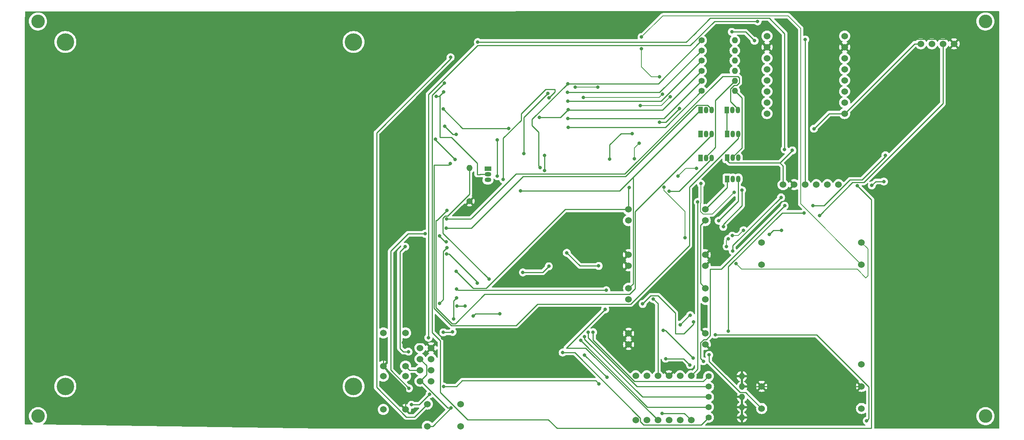
<source format=gbr>
%TF.GenerationSoftware,KiCad,Pcbnew,(6.0.2)*%
%TF.CreationDate,2022-08-09T19:55:16+09:00*%
%TF.ProjectId,dash,64617368-2e6b-4696-9361-645f70636258,rev?*%
%TF.SameCoordinates,Original*%
%TF.FileFunction,Copper,L2,Bot*%
%TF.FilePolarity,Positive*%
%FSLAX46Y46*%
G04 Gerber Fmt 4.6, Leading zero omitted, Abs format (unit mm)*
G04 Created by KiCad (PCBNEW (6.0.2)) date 2022-08-09 19:55:16*
%MOMM*%
%LPD*%
G01*
G04 APERTURE LIST*
%TA.AperFunction,ComponentPad*%
%ADD10C,1.524000*%
%TD*%
%TA.AperFunction,ComponentPad*%
%ADD11C,1.400000*%
%TD*%
%TA.AperFunction,ComponentPad*%
%ADD12O,1.400000X1.400000*%
%TD*%
%TA.AperFunction,ComponentPad*%
%ADD13R,1.050000X1.500000*%
%TD*%
%TA.AperFunction,ComponentPad*%
%ADD14O,1.050000X1.500000*%
%TD*%
%TA.AperFunction,ComponentPad*%
%ADD15C,4.000000*%
%TD*%
%TA.AperFunction,ComponentPad*%
%ADD16R,1.500000X1.050000*%
%TD*%
%TA.AperFunction,ComponentPad*%
%ADD17O,1.500000X1.050000*%
%TD*%
%TA.AperFunction,ViaPad*%
%ADD18C,3.100000*%
%TD*%
%TA.AperFunction,ViaPad*%
%ADD19C,0.800000*%
%TD*%
%TA.AperFunction,Conductor*%
%ADD20C,0.250000*%
%TD*%
%TA.AperFunction,Conductor*%
%ADD21C,0.200000*%
%TD*%
G04 APERTURE END LIST*
D10*
%TO.P,U4,1*%
%TO.N,CAN1_TX*%
X196728000Y-135180000D03*
%TO.N,CAN_H*%
X201808000Y-135180000D03*
%TO.N,GND*%
X194188000Y-135180000D03*
%TO.N,CAN1_RX*%
X199268000Y-135180000D03*
%TO.N,CAN_L*%
X204348000Y-135180000D03*
%TO.N,3V3*%
X191648000Y-135180000D03*
%TD*%
D11*
%TO.P,R4,1*%
%TO.N,BMS-*%
X174610000Y-186170000D03*
D12*
%TO.P,R4,2*%
%TO.N,GND*%
X182230000Y-186170000D03*
%TD*%
D11*
%TO.P,R10,1*%
%TO.N,HVD_IN*%
X172980000Y-109050000D03*
D12*
%TO.P,R10,2*%
%TO.N,Net-(Q5-Pad2)*%
X180600000Y-109050000D03*
%TD*%
D13*
%TO.P,Q6,1,E*%
%TO.N,LV*%
X178840000Y-133870000D03*
D14*
%TO.P,Q6,2,B*%
%TO.N,RTD_ACTIVE_Pin*%
X180110000Y-133870000D03*
%TO.P,Q6,3,C*%
%TO.N,APPS*%
X181380000Y-133870000D03*
%TD*%
D11*
%TO.P,R5,1*%
%TO.N,BSPD-*%
X174610000Y-188550000D03*
D12*
%TO.P,R5,2*%
%TO.N,GND*%
X182230000Y-188550000D03*
%TD*%
D10*
%TO.P,U9,1*%
%TO.N,GND*%
X230820000Y-102862000D03*
%TO.N,3V3*%
X223200000Y-102862000D03*
%TO.N,GPS_RX*%
X225740000Y-102862000D03*
%TO.N,GPS_TX*%
X228280000Y-102862000D03*
%TD*%
D11*
%TO.P,R11,1*%
%TO.N,BRAKE_DIN*%
X172980000Y-111390000D03*
D12*
%TO.P,R11,2*%
%TO.N,Net-(Q7-Pad2)*%
X180600000Y-111390000D03*
%TD*%
D11*
%TO.P,R1,1*%
%TO.N,GND*%
X119820000Y-138960000D03*
D12*
%TO.P,R1,2*%
%TO.N,-*%
X119820000Y-131340000D03*
%TD*%
D11*
%TO.P,R3,1*%
%TO.N,IMD-*%
X174630000Y-181510000D03*
D12*
%TO.P,R3,2*%
%TO.N,GND*%
X182250000Y-181510000D03*
%TD*%
D10*
%TO.P,U5,1*%
%TO.N,LCD_SCL*%
X168050000Y-179040000D03*
%TO.N,5V*%
X162970000Y-179040000D03*
%TO.N,N/C*%
X157890000Y-189200000D03*
X160430000Y-189200000D03*
X160430000Y-179040000D03*
%TO.N,GND*%
X165510000Y-179040000D03*
%TO.N,N/C*%
X157890000Y-179040000D03*
%TO.N,I2C2_SCL*%
X168050000Y-189200000D03*
%TO.N,3V3*%
X162970000Y-189200000D03*
%TO.N,LCD_SDA*%
X170590000Y-179040000D03*
%TO.N,I2C2_SDA*%
X170590000Y-189200000D03*
%TO.N,GND*%
X165510000Y-189200000D03*
%TD*%
%TO.P,U3,1,VOUT+*%
%TO.N,5V*%
X156210000Y-140870000D03*
%TO.P,U3,2,VOUT+*%
X156210000Y-143410000D03*
%TO.P,U3,3,VOUT-*%
%TO.N,GND*%
X156210000Y-151230000D03*
%TO.P,U3,4,VOUT-*%
X156210000Y-153770000D03*
%TO.P,U3,5,VIN-*%
X173810000Y-153770000D03*
%TO.P,U3,6,VIN-*%
X173810000Y-151230000D03*
%TO.P,U3,7,VIN+*%
%TO.N,LV*%
X173810000Y-143410000D03*
%TO.P,U3,8,VIN+*%
X173810000Y-140870000D03*
%TD*%
%TO.P,ESP_PROGRAM,*%
%TO.N,*%
X105174600Y-179124600D03*
X100094600Y-179124600D03*
%TO.P,ESP_PROGRAM,1,A*%
%TO.N,GND*%
X105174600Y-186744600D03*
%TO.P,ESP_PROGRAM,2,B*%
%TO.N,Net-(SW2-Pad2)*%
X100094600Y-186744600D03*
%TD*%
D11*
%TO.P,R6,1*%
%TO.N,HVD-*%
X174620000Y-183870000D03*
D12*
%TO.P,R6,2*%
%TO.N,GND*%
X182240000Y-183870000D03*
%TD*%
D15*
%TO.P,REF\u002A\u002A,1*%
%TO.N,N/C*%
X27266200Y-102450200D03*
%TO.P,REF\u002A\u002A,2*%
X93266200Y-102450200D03*
%TO.P,REF\u002A\u002A,3*%
X27266200Y-181450200D03*
%TO.P,REF\u002A\u002A,4*%
X93266200Y-181450200D03*
%TD*%
D11*
%TO.P,R12,1*%
%TO.N,LV_ACTIVE*%
X173000000Y-113680000D03*
D12*
%TO.P,R12,2*%
%TO.N,Net-(Q8-Pad2)*%
X180620000Y-113680000D03*
%TD*%
D16*
%TO.P,Q3,1,E*%
%TO.N,3V3*%
X124050000Y-131550000D03*
D17*
%TO.P,Q3,2,B*%
%TO.N,RTD_ACTIVE_Pin*%
X124050000Y-132820000D03*
%TO.P,Q3,3,C*%
%TO.N,IN*%
X124050000Y-134090000D03*
%TD*%
D11*
%TO.P,R8,1*%
%TO.N,BMS_IN*%
X172980000Y-104400000D03*
D12*
%TO.P,R8,2*%
%TO.N,Net-(Q2-Pad2)*%
X180600000Y-104400000D03*
%TD*%
D10*
%TO.P,U10,1*%
%TO.N,GND*%
X186749200Y-181431600D03*
%TO.N,RIN*%
X209609200Y-176351600D03*
%TO.N,ROUT-*%
X209609200Y-148411600D03*
%TO.N,LOUT+*%
X186749200Y-153491600D03*
%TO.N,LV*%
X186749200Y-186511600D03*
%TO.N,LOUT-*%
X186749200Y-148411600D03*
%TO.N,LIN*%
X209609200Y-186511600D03*
%TO.N,ROUT+*%
X209609200Y-153491600D03*
%TO.N,GND*%
X209609200Y-181431600D03*
%TD*%
%TO.P,U8,1*%
%TO.N,N/C*%
X205743000Y-106170800D03*
%TO.N,RTDS*%
X187963000Y-106170800D03*
%TO.N,N/C*%
X205743000Y-116330800D03*
%TO.N,3V3*%
X205743000Y-118870800D03*
%TO.N,N/C*%
X187963000Y-108710800D03*
X187963000Y-101090800D03*
X187963000Y-113790800D03*
X205743000Y-113790800D03*
X187963000Y-118870800D03*
X205743000Y-101090800D03*
X187963000Y-111250800D03*
%TO.N,GND*%
X205743000Y-103630800D03*
%TO.N,N/C*%
X187963000Y-116330800D03*
%TO.N,RIN*%
X205743000Y-111250800D03*
%TO.N,GND*%
X187963000Y-103630800D03*
%TO.N,LIN*%
X205743000Y-108710800D03*
%TD*%
D13*
%TO.P,Q2,1,E*%
%TO.N,3V3*%
X178780000Y-118040000D03*
D14*
%TO.P,Q2,2,B*%
%TO.N,Net-(Q2-Pad2)*%
X180050000Y-118040000D03*
%TO.P,Q2,3,C*%
%TO.N,BMS_Pin*%
X181320000Y-118040000D03*
%TD*%
D10*
%TO.P,BOOT0,*%
%TO.N,*%
X117789200Y-190579200D03*
X117789200Y-185499200D03*
%TO.P,BOOT0,1,A*%
%TO.N,3V3*%
X110169200Y-190579200D03*
%TO.P,BOOT0,2,B*%
%TO.N,BOOT0*%
X110169200Y-185499200D03*
%TD*%
D13*
%TO.P,Q1,1,E*%
%TO.N,3V3*%
X172760000Y-118040000D03*
D14*
%TO.P,Q1,2,B*%
%TO.N,Net-(Q1-Pad2)*%
X174030000Y-118040000D03*
%TO.P,Q1,3,C*%
%TO.N,IMD_Pin*%
X175300000Y-118040000D03*
%TD*%
D13*
%TO.P,Q7,1,E*%
%TO.N,3V3*%
X172710000Y-129020000D03*
D14*
%TO.P,Q7,2,B*%
%TO.N,Net-(Q7-Pad2)*%
X173980000Y-129020000D03*
%TO.P,Q7,3,C*%
%TO.N,BRAKE_Pin*%
X175250000Y-129020000D03*
%TD*%
D13*
%TO.P,Q4,1,E*%
%TO.N,3V3*%
X172760000Y-123550000D03*
D14*
%TO.P,Q4,2,B*%
%TO.N,Net-(Q4-Pad2)*%
X174030000Y-123550000D03*
%TO.P,Q4,3,C*%
%TO.N,BSPD_Pin*%
X175300000Y-123550000D03*
%TD*%
D10*
%TO.P,ESP_RST,*%
%TO.N,*%
X100104600Y-169180000D03*
X105184600Y-169180000D03*
%TO.P,ESP_RST,1,A*%
%TO.N,Net-(SW1-Pad1)*%
X105184600Y-176800000D03*
%TO.P,ESP_RST,2,B*%
%TO.N,GND*%
X100104600Y-176800000D03*
%TD*%
%TO.P,U2,1*%
%TO.N,3V3*%
X108509600Y-175164000D03*
%TO.N,N/C*%
X111049600Y-175164000D03*
%TO.N,ESP_TX*%
X108509600Y-172624000D03*
%TO.N,Net-(SW1-Pad1)*%
X108509600Y-177704000D03*
%TO.N,Net-(SW2-Pad2)*%
X111049600Y-177704000D03*
%TO.N,GND*%
X111049600Y-172624000D03*
%TO.N,ESP_RX*%
X111049600Y-180244000D03*
%TO.N,3V3*%
X108509600Y-180244000D03*
%TD*%
%TO.P,U6,1,VOUT+*%
%TO.N,3V3*%
X156270000Y-158940000D03*
%TO.P,U6,2,VOUT+*%
X156270000Y-161480000D03*
%TO.P,U6,3,VOUT-*%
%TO.N,GND*%
X156270000Y-169300000D03*
%TO.P,U6,4,VOUT-*%
X156270000Y-171840000D03*
%TO.P,U6,5,VIN-*%
X173870000Y-171840000D03*
%TO.P,U6,6,VIN-*%
X173870000Y-169300000D03*
%TO.P,U6,7,VIN+*%
%TO.N,LV*%
X173870000Y-161480000D03*
%TO.P,U6,8,VIN+*%
X173870000Y-158940000D03*
%TD*%
D11*
%TO.P,R2,1*%
%TO.N,CR-*%
X174570000Y-179110000D03*
D12*
%TO.P,R2,2*%
%TO.N,GND*%
X182190000Y-179110000D03*
%TD*%
D11*
%TO.P,R9,1*%
%TO.N,BSPD_IN*%
X172980000Y-106720000D03*
D12*
%TO.P,R9,2*%
%TO.N,Net-(Q4-Pad2)*%
X180600000Y-106720000D03*
%TD*%
D13*
%TO.P,Q8,1,E*%
%TO.N,3V3*%
X178810000Y-129000000D03*
D14*
%TO.P,Q8,2,B*%
%TO.N,Net-(Q8-Pad2)*%
X180080000Y-129000000D03*
%TO.P,Q8,3,C*%
%TO.N,LV_ACTIVE_Pin*%
X181350000Y-129000000D03*
%TD*%
D11*
%TO.P,R7,1*%
%TO.N,IMD_IN*%
X173000000Y-102090000D03*
D12*
%TO.P,R7,2*%
%TO.N,Net-(Q1-Pad2)*%
X180620000Y-102090000D03*
%TD*%
D13*
%TO.P,Q5,1,E*%
%TO.N,3V3*%
X178800000Y-123570000D03*
D14*
%TO.P,Q5,2,B*%
%TO.N,Net-(Q5-Pad2)*%
X180070000Y-123570000D03*
%TO.P,Q5,3,C*%
%TO.N,HVD_Pin*%
X181340000Y-123570000D03*
%TD*%
D18*
%TO.N,*%
X238000000Y-97740000D03*
X21000000Y-97740000D03*
X21000000Y-188280000D03*
X238000000Y-188280000D03*
D19*
%TO.N,GND*%
X176560000Y-133590000D03*
X104630000Y-171430000D03*
X175330000Y-136440000D03*
X113610000Y-170400000D03*
X100104600Y-173465400D03*
X117704661Y-168584661D03*
X187660000Y-136880000D03*
%TO.N,BRAKE_DIN*%
X142390000Y-120020000D03*
%TO.N,HVD_IN*%
X126200000Y-124920000D03*
X135810000Y-119760000D03*
X126200000Y-133240000D03*
X142400000Y-118010000D03*
%TO.N,BSPD_IN*%
X142360000Y-116040000D03*
X138000000Y-115280000D03*
X127560000Y-133980000D03*
%TO.N,BMS_IN*%
X142300000Y-114030000D03*
X132254511Y-128054511D03*
X137760000Y-114230000D03*
%TO.N,IMD_IN*%
X136010000Y-131270000D03*
X142310000Y-112020000D03*
%TO.N,LV_ACTIVE*%
X142450000Y-122030000D03*
%TO.N,3V3*%
X198710000Y-122350000D03*
X131530000Y-136570000D03*
X115610000Y-186395386D03*
X150897444Y-163787444D03*
X193775000Y-127315000D03*
%TO.N,IMD_Pin*%
X114490000Y-145160000D03*
%TO.N,BMS_Pin*%
X114550000Y-143060000D03*
%TO.N,RTD_ACTIVE_Pin*%
X112190000Y-114910000D03*
X113880000Y-113940000D03*
%TO.N,BSPD_Pin*%
X114700000Y-141090000D03*
%TO.N,HVD_Pin*%
X115450000Y-130290000D03*
%TO.N,APPS*%
X176870000Y-143450000D03*
%TO.N,LV*%
X174710000Y-174220000D03*
%TO.N,BRAKE_Pin*%
X165540000Y-136640000D03*
X128768472Y-122280000D03*
X113780000Y-117830000D03*
%TO.N,5V*%
X157100000Y-123460000D03*
X116800000Y-155060000D03*
X156390000Y-135800000D03*
X151920000Y-129300000D03*
X161900000Y-161390000D03*
%TO.N,I2C2_SDA*%
X114560000Y-151070000D03*
X163930000Y-187660000D03*
X121580000Y-157740000D03*
%TO.N,ESP_TX*%
X105090000Y-149410000D03*
X114140000Y-121790000D03*
X116820000Y-123650000D03*
X105850000Y-173480000D03*
%TO.N,GPS_TX*%
X191310000Y-145640000D03*
X114670000Y-149660000D03*
X177960000Y-144840000D03*
X188460000Y-146620000D03*
X182230000Y-136430000D03*
X149480000Y-180860000D03*
X113870000Y-181470000D03*
X112970000Y-162380000D03*
X200000000Y-142230000D03*
%TO.N,GPS_RX*%
X114530000Y-148240000D03*
X105980000Y-181890000D03*
X113010000Y-146890000D03*
X109650000Y-146420000D03*
%TO.N,CAN1_RX*%
X121720000Y-102470000D03*
X192000000Y-127090000D03*
%TO.N,CAN1_TX*%
X179900000Y-100130000D03*
X185107311Y-102177311D03*
X196728000Y-101888000D03*
%TO.N,RTDS*%
X114050000Y-111890000D03*
X208650000Y-135400000D03*
%TO.N,BOOT0*%
X115490000Y-105960000D03*
%TO.N,Net-(SW2-Pad2)*%
X110700000Y-183260000D03*
X106548089Y-185658089D03*
%TO.N,CAN_H*%
X191190000Y-138090000D03*
X168060000Y-167290000D03*
X170380000Y-165110000D03*
X180120000Y-150400000D03*
%TO.N,CAN_L*%
X164750000Y-175080000D03*
X173400000Y-175670000D03*
X170320000Y-176520000D03*
X192010000Y-140020000D03*
%TO.N,HV_AUX1+*%
X144010000Y-112770000D03*
X149220000Y-112770000D03*
%TO.N,HV_AUX1-*%
X164020000Y-114430000D03*
X145870000Y-115150000D03*
%TO.N,ROUT+*%
X159230000Y-104040000D03*
X158910000Y-117060000D03*
X159230000Y-101330000D03*
X163360000Y-110430000D03*
X165820000Y-114980000D03*
%TO.N,ROUT-*%
X169210000Y-147320000D03*
X158680000Y-125660000D03*
X157580000Y-129200000D03*
X179090000Y-147600000D03*
X164380000Y-135760000D03*
X178710000Y-149360000D03*
X180840000Y-153270000D03*
%TO.N,LOUT+*%
X182580000Y-145640000D03*
X180010000Y-146880000D03*
%TO.N,LOUT-*%
X180490000Y-136930000D03*
X172830000Y-134920000D03*
X171790000Y-131470000D03*
X167600000Y-133220000D03*
%TO.N,CRITICAL_LED*%
X137000000Y-131930000D03*
X137000000Y-128460000D03*
%TO.N,CR-*%
X148140000Y-169010000D03*
%TO.N,IMD-*%
X146990000Y-168980000D03*
%TO.N,BMS-*%
X149410000Y-153820000D03*
X145290000Y-170870000D03*
X142110000Y-150810000D03*
%TO.N,BSPD-*%
X141170000Y-173670000D03*
X132060000Y-155300000D03*
X137990000Y-153890000D03*
%TO.N,HVD-*%
X146180000Y-170000000D03*
%TO.N,-*%
X124285000Y-156865000D03*
%TO.N,LCD_SDA*%
X172100000Y-139150000D03*
%TO.N,LCD_SCL*%
X163370000Y-120820000D03*
X167890000Y-117740000D03*
%TO.N,1*%
X112010000Y-124730000D03*
X116550000Y-129440000D03*
%TO.N,2*%
X151144520Y-159384520D03*
X210790000Y-189350000D03*
X159485000Y-162525000D03*
X176090000Y-169580000D03*
X171170000Y-166640000D03*
X116890000Y-159100000D03*
%TO.N,3*%
X110430000Y-170280000D03*
X214740000Y-134460000D03*
X116850000Y-161140000D03*
X116195489Y-165954511D03*
X185820000Y-97720000D03*
X115970000Y-168950000D03*
X211960000Y-135340000D03*
X113840000Y-169060000D03*
%TO.N,4*%
X179120000Y-168790000D03*
X198470000Y-140010000D03*
X164190000Y-168610000D03*
X118830000Y-163050000D03*
X196480000Y-141640000D03*
X116920000Y-163030000D03*
X120650000Y-165260000D03*
X215090000Y-128430000D03*
X146180000Y-174230000D03*
X171015489Y-174945489D03*
X151310000Y-179360000D03*
X126760000Y-164770000D03*
%TD*%
D20*
%TO.N,GND*%
X186749200Y-181431600D02*
X182328400Y-181431600D01*
X176560000Y-133590000D02*
X176560000Y-135210000D01*
X193398000Y-135970000D02*
X192488000Y-136880000D01*
X176560000Y-135210000D02*
X175330000Y-136440000D01*
X230820000Y-102862000D02*
X229733489Y-101775489D01*
X194188000Y-135180000D02*
X193398000Y-135970000D01*
X109855600Y-171430000D02*
X111049600Y-172624000D01*
X105174600Y-181870000D02*
X100104600Y-176800000D01*
X100104600Y-176800000D02*
X100104600Y-173465400D01*
X181140000Y-179110000D02*
X182190000Y-179110000D01*
X207598311Y-101775489D02*
X205743000Y-103630800D01*
X115889322Y-170400000D02*
X113610000Y-170400000D01*
X105174600Y-186744600D02*
X105174600Y-181870000D01*
X173870000Y-171840000D02*
X181140000Y-179110000D01*
X192488000Y-136880000D02*
X187660000Y-136880000D01*
X104630000Y-171430000D02*
X109855600Y-171430000D01*
X186749200Y-181431600D02*
X209609200Y-181431600D01*
X229733489Y-101775489D02*
X207598311Y-101775489D01*
X117704661Y-168584661D02*
X115889322Y-170400000D01*
X182328400Y-181431600D02*
X182250000Y-181510000D01*
%TO.N,BRAKE_DIN*%
X164350000Y-120020000D02*
X142390000Y-120020000D01*
X172980000Y-111390000D02*
X164350000Y-120020000D01*
%TO.N,Net-(Q7-Pad2)*%
X173980000Y-128795000D02*
X173980000Y-129020000D01*
X176149520Y-126625480D02*
X173980000Y-128795000D01*
X176149520Y-115840480D02*
X176149520Y-126625480D01*
X180600000Y-111390000D02*
X176149520Y-115840480D01*
%TO.N,HVD_IN*%
X140650000Y-119760000D02*
X142400000Y-118010000D01*
X172980000Y-109050000D02*
X164010000Y-118020000D01*
X135810000Y-119760000D02*
X140650000Y-119760000D01*
X142410000Y-118020000D02*
X142400000Y-118010000D01*
X126200000Y-133240000D02*
X126200000Y-124920000D01*
X164010000Y-118020000D02*
X142410000Y-118020000D01*
%TO.N,BSPD_IN*%
X127560000Y-133980000D02*
X127560000Y-124513086D01*
X127560000Y-124513086D02*
X131640000Y-120433086D01*
X131640000Y-118920000D02*
X137270000Y-113290000D01*
X163680000Y-116020000D02*
X172980000Y-106720000D01*
X143290000Y-116020000D02*
X143270000Y-116040000D01*
X139400000Y-113880000D02*
X138000000Y-115280000D01*
X139400000Y-113290000D02*
X139400000Y-113880000D01*
X143290000Y-116020000D02*
X163680000Y-116020000D01*
X143270000Y-116040000D02*
X142360000Y-116040000D01*
X131640000Y-120433086D02*
X131640000Y-118920000D01*
X137270000Y-113290000D02*
X139400000Y-113290000D01*
%TO.N,BMS_IN*%
X132254511Y-119735489D02*
X137760000Y-114230000D01*
X132254511Y-128054511D02*
X132254511Y-119735489D01*
X143410000Y-114020000D02*
X163360000Y-114020000D01*
X163360000Y-114020000D02*
X172980000Y-104400000D01*
X143410000Y-114020000D02*
X143400000Y-114030000D01*
X143400000Y-114030000D02*
X142300000Y-114030000D01*
%TO.N,IMD_IN*%
X136010000Y-131270000D02*
X135660000Y-130920000D01*
X142310000Y-112020000D02*
X163070000Y-112020000D01*
X163070000Y-112020000D02*
X173000000Y-102090000D01*
X135660000Y-123170000D02*
X134140000Y-121650000D01*
X135660000Y-130920000D02*
X135660000Y-123170000D01*
X134140000Y-121650000D02*
X134140000Y-120190000D01*
X134140000Y-120190000D02*
X142310000Y-112020000D01*
%TO.N,LV_ACTIVE*%
X173000000Y-113680000D02*
X164660000Y-122020000D01*
X142460000Y-122020000D02*
X142450000Y-122030000D01*
X164660000Y-122020000D02*
X142460000Y-122020000D01*
%TO.N,Net-(Q8-Pad2)*%
X182189520Y-126734078D02*
X180080000Y-128843598D01*
X182189520Y-115249520D02*
X182189520Y-126734078D01*
X180080000Y-128843598D02*
X180080000Y-129000000D01*
X180620000Y-113680000D02*
X182189520Y-115249520D01*
%TO.N,3V3*%
X108509600Y-175164000D02*
X109963089Y-176617489D01*
X154230000Y-136570000D02*
X131530000Y-136570000D01*
X190910000Y-130190000D02*
X179360000Y-130190000D01*
X179360000Y-130190000D02*
X178810000Y-129640000D01*
X108509600Y-180244000D02*
X108708614Y-180244000D01*
X205743000Y-118870800D02*
X202189200Y-118870800D01*
X157296511Y-133503489D02*
X154230000Y-136570000D01*
X193775000Y-127315000D02*
X193775000Y-127325000D01*
X150897444Y-163787444D02*
X142006599Y-172678289D01*
X146448289Y-172678289D02*
X142006599Y-172678289D01*
X114860000Y-186395386D02*
X115610000Y-186395386D01*
X191648000Y-130928000D02*
X191648000Y-135180000D01*
X157296511Y-133503489D02*
X172760000Y-118040000D01*
X223200000Y-102862000D02*
X221751800Y-102862000D01*
X108708614Y-180244000D02*
X114860000Y-186395386D01*
X178810000Y-129640000D02*
X178810000Y-129000000D01*
X178780000Y-118040000D02*
X178780000Y-123550000D01*
X190910000Y-130190000D02*
X191648000Y-130928000D01*
X178780000Y-123550000D02*
X178800000Y-123570000D01*
X162970000Y-189200000D02*
X146448289Y-172678289D01*
X109963089Y-178790511D02*
X108509600Y-180244000D01*
X115610000Y-186395386D02*
X111426186Y-190579200D01*
X156270000Y-158940000D02*
X157296511Y-157913489D01*
X221751800Y-102862000D02*
X205743000Y-118870800D01*
X111426186Y-190579200D02*
X110169200Y-190579200D01*
X202189200Y-118870800D02*
X198710000Y-122350000D01*
X109963089Y-176617489D02*
X109963089Y-178790511D01*
X157296511Y-157913489D02*
X157296511Y-133503489D01*
X193775000Y-127325000D02*
X190910000Y-130190000D01*
%TO.N,IMD_Pin*%
X120290000Y-145160000D02*
X114490000Y-145160000D01*
X132132708Y-133317292D02*
X120290000Y-145160000D01*
X175300000Y-118040000D02*
X175300000Y-117883598D01*
X175300000Y-117883598D02*
X174381891Y-116965489D01*
X155558686Y-133317292D02*
X132132708Y-133317292D01*
X174381891Y-116965489D02*
X171910489Y-116965489D01*
X171910489Y-116965489D02*
X155558686Y-133317292D01*
%TO.N,BMS_Pin*%
X181624511Y-111814367D02*
X181624511Y-110674655D01*
X181018878Y-112420000D02*
X181624511Y-111814367D01*
X130470000Y-132720000D02*
X130460000Y-132720000D01*
X177818878Y-110310000D02*
X155408878Y-132720000D01*
X181320000Y-117815000D02*
X179595489Y-116090489D01*
X155408878Y-132720000D02*
X130640000Y-132720000D01*
X181259856Y-110310000D02*
X177818878Y-110310000D01*
X130640000Y-132720000D02*
X130470000Y-132720000D01*
X179595489Y-116090489D02*
X179595489Y-113255633D01*
X179595489Y-113255633D02*
X180431122Y-112420000D01*
X180431122Y-112420000D02*
X181018878Y-112420000D01*
X120400000Y-142780000D02*
X120120000Y-143060000D01*
X181320000Y-118040000D02*
X181320000Y-117815000D01*
X120120000Y-143060000D02*
X114550000Y-143060000D01*
X130460000Y-132720000D02*
X120400000Y-142780000D01*
X181624511Y-110674655D02*
X181259856Y-110310000D01*
%TO.N,RTD_ACTIVE_Pin*%
X112190000Y-114910000D02*
X112910000Y-114910000D01*
X113055489Y-124329511D02*
X115669511Y-124329511D01*
X122240000Y-132820000D02*
X124050000Y-132820000D01*
X112910000Y-114910000D02*
X113880000Y-113940000D01*
X122220000Y-132840000D02*
X122240000Y-132820000D01*
X121565978Y-130225978D02*
X121565978Y-132840000D01*
X113055489Y-124329511D02*
X113055489Y-114764511D01*
X122220000Y-132840000D02*
X121565978Y-132840000D01*
X115669511Y-124329511D02*
X121565978Y-130225978D01*
X113055489Y-114764511D02*
X113880000Y-113940000D01*
%TO.N,BSPD_Pin*%
X157746031Y-159000529D02*
X156448701Y-160297859D01*
X116590103Y-167044511D02*
X115844511Y-167044511D01*
X157746031Y-141328969D02*
X157746031Y-159000529D01*
X123336755Y-160297859D02*
X116590103Y-167044511D01*
X156448701Y-160297859D02*
X123336755Y-160297859D01*
X175300000Y-123775000D02*
X157746031Y-141328969D01*
X175300000Y-123550000D02*
X175300000Y-123775000D01*
X112400000Y-143390000D02*
X114700000Y-141090000D01*
X115844511Y-167044511D02*
X112160000Y-163360000D01*
X112160000Y-143390000D02*
X112400000Y-143390000D01*
X112160000Y-163360000D02*
X112160000Y-143390000D01*
%TO.N,HVD_Pin*%
X170200000Y-135710000D02*
X170200000Y-149086560D01*
X156720049Y-162566511D02*
X135389132Y-162566511D01*
X181340000Y-123570000D02*
X181340000Y-124570000D01*
X135389132Y-162566511D02*
X130461612Y-167494031D01*
X181340000Y-124570000D02*
X170200000Y-135710000D01*
X170200000Y-149086560D02*
X156720049Y-162566511D01*
X111710480Y-130629520D02*
X115110480Y-130629520D01*
X130461612Y-167494031D02*
X115658314Y-167494031D01*
X115658314Y-167494031D02*
X111710480Y-163546197D01*
X111710480Y-163546197D02*
X111710480Y-130629520D01*
X115110480Y-130629520D02*
X115450000Y-130290000D01*
%TO.N,APPS*%
X176870000Y-143450000D02*
X181380000Y-138940000D01*
X181380000Y-138940000D02*
X181380000Y-133870000D01*
%TO.N,LV*%
X172723489Y-157793489D02*
X173870000Y-158940000D01*
X173810000Y-143410000D02*
X172723489Y-144496511D01*
X172723489Y-144496511D02*
X172723489Y-157793489D01*
X178840000Y-133870000D02*
X178840000Y-135840000D01*
X183083089Y-182845489D02*
X186749200Y-186511600D01*
X174710000Y-174220000D02*
X174710000Y-175739856D01*
X181815633Y-182845489D02*
X183083089Y-182845489D01*
X174710000Y-175739856D02*
X181815633Y-182845489D01*
X178840000Y-135840000D02*
X173810000Y-140870000D01*
%TO.N,BRAKE_Pin*%
X118230000Y-122280000D02*
X113780000Y-117830000D01*
X167855000Y-136640000D02*
X165540000Y-136640000D01*
X175250000Y-129020000D02*
X175250000Y-129245000D01*
X128768472Y-122280000D02*
X118230000Y-122280000D01*
X175250000Y-129245000D02*
X167855000Y-136640000D01*
%TO.N,5V*%
X151920000Y-126040000D02*
X154500000Y-123460000D01*
X156210000Y-140870000D02*
X141740000Y-140870000D01*
X162970000Y-179040000D02*
X162970000Y-162460000D01*
X156210000Y-135980000D02*
X156390000Y-135800000D01*
X120675000Y-158935000D02*
X123675000Y-158935000D01*
X154500000Y-123460000D02*
X157100000Y-123460000D01*
X162970000Y-162460000D02*
X161900000Y-161390000D01*
X156210000Y-140870000D02*
X156210000Y-135980000D01*
X151920000Y-129300000D02*
X151920000Y-126040000D01*
X141740000Y-140870000D02*
X123675000Y-158935000D01*
X116800000Y-155060000D02*
X120675000Y-158935000D01*
%TO.N,I2C2_SDA*%
X115150000Y-151070000D02*
X121580000Y-157500000D01*
X169050000Y-187660000D02*
X170590000Y-189200000D01*
X114560000Y-151070000D02*
X115150000Y-151070000D01*
X163930000Y-187660000D02*
X169050000Y-187660000D01*
X121580000Y-157500000D02*
X121580000Y-157740000D01*
%TO.N,ESP_TX*%
X116820000Y-123650000D02*
X116000000Y-123650000D01*
X103905489Y-150594511D02*
X105090000Y-149410000D01*
X105850000Y-173480000D02*
X104640000Y-173480000D01*
X103905489Y-172745489D02*
X103905489Y-150594511D01*
X116000000Y-123650000D02*
X114140000Y-121790000D01*
X104640000Y-173480000D02*
X103905489Y-172745489D01*
%TO.N,GPS_TX*%
X228280000Y-116554614D02*
X210159125Y-134675489D01*
X113835489Y-161514511D02*
X112970000Y-162380000D01*
X148775489Y-180155489D02*
X118170151Y-180155489D01*
X116855640Y-181470000D02*
X113870000Y-181470000D01*
X118170151Y-180155489D02*
X116855640Y-181470000D01*
X149480000Y-180860000D02*
X148775489Y-180155489D01*
X189440000Y-145640000D02*
X188460000Y-146620000D01*
X114670000Y-149660000D02*
X113835489Y-150494511D01*
X182230000Y-139990000D02*
X182230000Y-136430000D01*
X191310000Y-145640000D02*
X189440000Y-145640000D01*
X207554511Y-134675489D02*
X200000000Y-142230000D01*
X210159125Y-134675489D02*
X207554511Y-134675489D01*
X228280000Y-102862000D02*
X228280000Y-116554614D01*
X177960000Y-144260000D02*
X182230000Y-139990000D01*
X177960000Y-144840000D02*
X177960000Y-144260000D01*
X113835489Y-150494511D02*
X113835489Y-161514511D01*
%TO.N,GPS_RX*%
X113010000Y-146980000D02*
X114270000Y-148240000D01*
X105980000Y-181890000D02*
X101790000Y-177700000D01*
X101790000Y-177700000D02*
X101790000Y-150430000D01*
X114270000Y-148240000D02*
X114530000Y-148240000D01*
X101790000Y-150430000D02*
X105800000Y-146420000D01*
X105800000Y-146420000D02*
X109650000Y-146420000D01*
X113010000Y-146890000D02*
X113010000Y-146980000D01*
%TO.N,CAN1_RX*%
X188450000Y-96970000D02*
X174980000Y-96970000D01*
X192000000Y-100520000D02*
X188450000Y-96970000D01*
X171280000Y-100660000D02*
X171290000Y-100660000D01*
X171290000Y-100660000D02*
X174815000Y-97135000D01*
X174980000Y-96970000D02*
X174815000Y-97135000D01*
X169470000Y-102470000D02*
X171280000Y-100660000D01*
X192000000Y-127090000D02*
X192000000Y-100520000D01*
X121720000Y-102470000D02*
X169470000Y-102470000D01*
%TO.N,CAN1_TX*%
X185107311Y-102177311D02*
X183060000Y-100130000D01*
X196728000Y-135180000D02*
X196728000Y-101958000D01*
X196728000Y-101958000D02*
X196728000Y-101888000D01*
X183060000Y-100130000D02*
X179900000Y-100130000D01*
%TO.N,RTDS*%
X111260960Y-169075574D02*
X111260960Y-114679040D01*
X211900000Y-138650000D02*
X211900000Y-191070000D01*
X208650000Y-135400000D02*
X211900000Y-138650000D01*
X119395640Y-189090000D02*
X113145489Y-182839849D01*
X111260960Y-114679040D02*
X114050000Y-111890000D01*
X211900000Y-191070000D02*
X139880000Y-191070000D01*
X139880000Y-191070000D02*
X137900000Y-189090000D01*
X137900000Y-189090000D02*
X119395640Y-189090000D01*
X113145489Y-182839849D02*
X113145489Y-170960103D01*
X113145489Y-170960103D02*
X111260960Y-169075574D01*
%TO.N,BOOT0*%
X98550000Y-123260000D02*
X115490000Y-106320000D01*
X107176030Y-188492370D02*
X105385810Y-188492370D01*
X105385810Y-188492370D02*
X98550000Y-181656560D01*
X115490000Y-106320000D02*
X115490000Y-105960000D01*
X110169200Y-185499200D02*
X107176030Y-188492370D01*
X98550000Y-181656560D02*
X98550000Y-123260000D01*
%TO.N,Net-(SW2-Pad2)*%
X108475000Y-185485000D02*
X110700000Y-183260000D01*
X106548089Y-185658089D02*
X108301911Y-185658089D01*
X108301911Y-185658089D02*
X108475000Y-185485000D01*
%TO.N,Net-(SW1-Pad1)*%
X106088600Y-177704000D02*
X105184600Y-176800000D01*
X108509600Y-177704000D02*
X106088600Y-177704000D01*
%TO.N,CAN_H*%
X170240000Y-165110000D02*
X170380000Y-165110000D01*
X168060000Y-167290000D02*
X170240000Y-165110000D01*
X191190000Y-138090000D02*
X180120000Y-149160000D01*
X180120000Y-149160000D02*
X180120000Y-150400000D01*
%TO.N,CAN_L*%
X174956511Y-154538875D02*
X174956511Y-169823489D01*
X172783489Y-171389951D02*
X172783489Y-175053489D01*
X174956511Y-169823489D02*
X174080000Y-170700000D01*
X168880000Y-175080000D02*
X164750000Y-175080000D01*
X174080000Y-170700000D02*
X173473440Y-170700000D01*
X170320000Y-176520000D02*
X168880000Y-175080000D01*
X173473440Y-170700000D02*
X172783489Y-171389951D01*
X172783489Y-175053489D02*
X173400000Y-175670000D01*
X177491125Y-154538875D02*
X174956511Y-154538875D01*
X192010000Y-140020000D02*
X177491125Y-154538875D01*
D21*
%TO.N,HV_AUX1+*%
X149220000Y-112770000D02*
X144010000Y-112770000D01*
%TO.N,HV_AUX1-*%
X145870000Y-115150000D02*
X163300000Y-115150000D01*
X163300000Y-115150000D02*
X164020000Y-114430000D01*
%TO.N,ROUT+*%
X192815489Y-96435489D02*
X164124511Y-96435489D01*
X195640000Y-99260000D02*
X192815489Y-96435489D01*
X159230000Y-104040000D02*
X159230000Y-108160000D01*
X161500000Y-110430000D02*
X163360000Y-110430000D01*
X209609200Y-153491600D02*
X195666489Y-139548889D01*
X159230000Y-108160000D02*
X161500000Y-110430000D01*
X195666489Y-99286489D02*
X195640000Y-99260000D01*
X163740000Y-117060000D02*
X158910000Y-117060000D01*
X195666489Y-139548889D02*
X195666489Y-99286489D01*
X165820000Y-114980000D02*
X163740000Y-117060000D01*
X164124511Y-96435489D02*
X159230000Y-101330000D01*
%TO.N,ROUT-*%
X157580000Y-126760000D02*
X157580000Y-129200000D01*
X179090000Y-147600000D02*
X178710000Y-147980000D01*
X210600000Y-156540000D02*
X211070000Y-156070000D01*
X180840000Y-153270000D02*
X182123111Y-154553111D01*
X178710000Y-147980000D02*
X178710000Y-149360000D01*
X211070000Y-149872400D02*
X209609200Y-148411600D01*
X208613111Y-154553111D02*
X210600000Y-156540000D01*
X164380000Y-136469259D02*
X169210000Y-141299259D01*
X158680000Y-125660000D02*
X157580000Y-126760000D01*
X169210000Y-141299259D02*
X169210000Y-147320000D01*
X164380000Y-135760000D02*
X164380000Y-136469259D01*
X182123111Y-154553111D02*
X208613111Y-154553111D01*
X211070000Y-156070000D02*
X211070000Y-149872400D01*
%TO.N,LOUT+*%
X181340000Y-146880000D02*
X182580000Y-145640000D01*
X180010000Y-146880000D02*
X181340000Y-146880000D01*
%TO.N,LOUT-*%
X173351511Y-141931511D02*
X172720000Y-141300000D01*
X172720000Y-141300000D02*
X172720000Y-139510000D01*
X171790000Y-131470000D02*
X169350000Y-131470000D01*
X172830000Y-139400000D02*
X172830000Y-134920000D01*
X172720000Y-139510000D02*
X172830000Y-139400000D01*
X180490000Y-136930000D02*
X175488489Y-141931511D01*
X169350000Y-131470000D02*
X167600000Y-133220000D01*
X175488489Y-141931511D02*
X173351511Y-141931511D01*
D20*
%TO.N,CRITICAL_LED*%
X137000000Y-128460000D02*
X137000000Y-131930000D01*
%TO.N,CR-*%
X148140000Y-170826560D02*
X148140000Y-169010000D01*
X157623440Y-180310000D02*
X148140000Y-170826560D01*
X174570000Y-179110000D02*
X173370000Y-180310000D01*
X173370000Y-180310000D02*
X157623440Y-180310000D01*
%TO.N,IMD-*%
X146990000Y-170312278D02*
X146990000Y-168980000D01*
X158187722Y-181510000D02*
X146990000Y-170312278D01*
X174630000Y-181510000D02*
X158187722Y-181510000D01*
%TO.N,BMS-*%
X145120000Y-153820000D02*
X142110000Y-150810000D01*
X174610000Y-186170000D02*
X160590000Y-186170000D01*
X160590000Y-186170000D02*
X145290000Y-170870000D01*
X149410000Y-153820000D02*
X145120000Y-153820000D01*
%TO.N,BSPD-*%
X159736511Y-190286511D02*
X158976511Y-189526511D01*
X158976511Y-189526511D02*
X158976511Y-188726511D01*
X158976511Y-188726511D02*
X143920000Y-173670000D01*
X174610000Y-188550000D02*
X172873489Y-190286511D01*
X172873489Y-190286511D02*
X159736511Y-190286511D01*
X132060000Y-155300000D02*
X136580000Y-155300000D01*
X143920000Y-173670000D02*
X141170000Y-173670000D01*
X136580000Y-155300000D02*
X137990000Y-153890000D01*
%TO.N,HVD-*%
X146180000Y-170610000D02*
X146180000Y-170000000D01*
X159440000Y-183870000D02*
X146180000Y-170610000D01*
X160530000Y-183870000D02*
X159440000Y-183870000D01*
X174620000Y-183870000D02*
X160530000Y-183870000D01*
%TO.N,-*%
X114850103Y-142335489D02*
X114249897Y-142335489D01*
X119820000Y-137365592D02*
X114850103Y-142335489D01*
X113765489Y-142819897D02*
X113765489Y-146345489D01*
X114249897Y-142335489D02*
X113765489Y-142819897D01*
X113765489Y-146345489D02*
X124285000Y-156865000D01*
X119820000Y-131340000D02*
X119820000Y-137365592D01*
%TO.N,LCD_SDA*%
X172100000Y-139150000D02*
X172100000Y-177530000D01*
X172100000Y-177530000D02*
X170590000Y-179040000D01*
%TO.N,LCD_SCL*%
X164810000Y-120820000D02*
X163370000Y-120820000D01*
X167890000Y-117740000D02*
X164810000Y-120820000D01*
%TO.N,1*%
X112010000Y-124900000D02*
X116550000Y-129440000D01*
X112010000Y-124730000D02*
X112010000Y-124900000D01*
%TO.N,2*%
X116890000Y-159100000D02*
X117174520Y-159384520D01*
X117174520Y-159384520D02*
X151144520Y-159384520D01*
X211280000Y-181565840D02*
X211280000Y-188860000D01*
X166950000Y-169400000D02*
X168920000Y-169400000D01*
X199294160Y-169580000D02*
X211280000Y-181565840D01*
X166950000Y-164590000D02*
X166950000Y-169400000D01*
X211280000Y-188860000D02*
X210790000Y-189350000D01*
X161344511Y-160665489D02*
X163025489Y-160665489D01*
X168920000Y-169400000D02*
X171170000Y-167150000D01*
X171170000Y-167150000D02*
X171170000Y-166640000D01*
X163025489Y-160665489D02*
X166950000Y-164590000D01*
X159485000Y-162525000D02*
X161344511Y-160665489D01*
X176090000Y-169580000D02*
X199294160Y-169580000D01*
%TO.N,3*%
X212840000Y-134460000D02*
X211960000Y-135340000D01*
X175921122Y-97720000D02*
X170391122Y-103250000D01*
X110430000Y-114485386D02*
X110430000Y-170280000D01*
X115860000Y-169060000D02*
X115970000Y-168950000D01*
X116850000Y-161140000D02*
X116195489Y-161794511D01*
X170391122Y-103250000D02*
X121665386Y-103250000D01*
X116195489Y-161794511D02*
X116195489Y-165954511D01*
X214740000Y-134460000D02*
X212840000Y-134460000D01*
X185820000Y-97720000D02*
X175921122Y-97720000D01*
X113840000Y-169060000D02*
X115860000Y-169060000D01*
X121665386Y-103250000D02*
X110430000Y-114485386D01*
%TO.N,4*%
X164210000Y-168590000D02*
X164190000Y-168610000D01*
X198470000Y-140010000D02*
X201054560Y-140010000D01*
X164660000Y-168590000D02*
X164210000Y-168590000D01*
X171015489Y-174945489D02*
X164660000Y-168590000D01*
X179120000Y-153965386D02*
X179120000Y-168790000D01*
X116920000Y-163030000D02*
X118820000Y-163030000D01*
X209720000Y-134090000D02*
X215090000Y-128720000D01*
X206974560Y-134090000D02*
X209720000Y-134090000D01*
X121140000Y-164770000D02*
X120650000Y-165260000D01*
X151310000Y-179360000D02*
X146180000Y-174230000D01*
X126760000Y-164770000D02*
X121140000Y-164770000D01*
X196480000Y-141640000D02*
X191445386Y-141640000D01*
X191445386Y-141640000D02*
X179120000Y-153965386D01*
X215090000Y-128720000D02*
X215090000Y-128430000D01*
X201054560Y-140010000D02*
X206974560Y-134090000D01*
%TD*%
%TA.AperFunction,Conductor*%
%TO.N,GND*%
G36*
X241074088Y-95360074D02*
G01*
X241120597Y-95413715D01*
X241132000Y-95466093D01*
X241132000Y-191006000D01*
X241111998Y-191074121D01*
X241058342Y-191120614D01*
X241006000Y-191132000D01*
X212659500Y-191132000D01*
X212591379Y-191111998D01*
X212544886Y-191058342D01*
X212533500Y-191006000D01*
X212533500Y-188258236D01*
X235921769Y-188258236D01*
X235938043Y-188540486D01*
X235938868Y-188544693D01*
X235938869Y-188544698D01*
X235966000Y-188682982D01*
X235992473Y-188817915D01*
X235993860Y-188821966D01*
X236075199Y-189059538D01*
X236084050Y-189085391D01*
X236138939Y-189194525D01*
X236204694Y-189325264D01*
X236211081Y-189337964D01*
X236213507Y-189341493D01*
X236213510Y-189341499D01*
X236316278Y-189491026D01*
X236371215Y-189570959D01*
X236374102Y-189574132D01*
X236374103Y-189574133D01*
X236548042Y-189765290D01*
X236561488Y-189780067D01*
X236617805Y-189827155D01*
X236775087Y-189958664D01*
X236775092Y-189958668D01*
X236778379Y-189961416D01*
X237017876Y-190111653D01*
X237275547Y-190227995D01*
X237279658Y-190229213D01*
X237279664Y-190229215D01*
X237542510Y-190307074D01*
X237542515Y-190307075D01*
X237546623Y-190308292D01*
X237550857Y-190308940D01*
X237550862Y-190308941D01*
X237821847Y-190350407D01*
X237821849Y-190350407D01*
X237826089Y-190351056D01*
X237969993Y-190353317D01*
X238104481Y-190355430D01*
X238104487Y-190355430D01*
X238108772Y-190355497D01*
X238389443Y-190321532D01*
X238526175Y-190285661D01*
X238658764Y-190250877D01*
X238658765Y-190250877D01*
X238662907Y-190249790D01*
X238924105Y-190141598D01*
X238933167Y-190136303D01*
X239164505Y-190001120D01*
X239164506Y-190001120D01*
X239168203Y-189998959D01*
X239390684Y-189824511D01*
X239587432Y-189621484D01*
X239589965Y-189618036D01*
X239589969Y-189618031D01*
X239752267Y-189397088D01*
X239754805Y-189393633D01*
X239760533Y-189383083D01*
X239887656Y-189148951D01*
X239887657Y-189148949D01*
X239889706Y-189145175D01*
X239989640Y-188880708D01*
X240006826Y-188805671D01*
X240051800Y-188609305D01*
X240051801Y-188609300D01*
X240052757Y-188605125D01*
X240077889Y-188323526D01*
X240078247Y-188289404D01*
X240078319Y-188282484D01*
X240078319Y-188282483D01*
X240078345Y-188280000D01*
X240076520Y-188253223D01*
X240059408Y-188002213D01*
X240059407Y-188002207D01*
X240059116Y-187997936D01*
X240047267Y-187940717D01*
X240002653Y-187725289D01*
X240001784Y-187721092D01*
X239907411Y-187454590D01*
X239777742Y-187203361D01*
X239765385Y-187185778D01*
X239684099Y-187070121D01*
X239615177Y-186972055D01*
X239468692Y-186814418D01*
X239425646Y-186768095D01*
X239425643Y-186768092D01*
X239422725Y-186764952D01*
X239419410Y-186762238D01*
X239419406Y-186762235D01*
X239207264Y-186588599D01*
X239203946Y-186585883D01*
X238962889Y-186438163D01*
X238958972Y-186436444D01*
X238958969Y-186436442D01*
X238796781Y-186365247D01*
X238704014Y-186324525D01*
X238699886Y-186323349D01*
X238699883Y-186323348D01*
X238578466Y-186288762D01*
X238432112Y-186247072D01*
X238427870Y-186246468D01*
X238427864Y-186246467D01*
X238156465Y-186207841D01*
X238152214Y-186207236D01*
X238003922Y-186206460D01*
X237873787Y-186205778D01*
X237873781Y-186205778D01*
X237869500Y-186205756D01*
X237865256Y-186206315D01*
X237865252Y-186206315D01*
X237742110Y-186222527D01*
X237589200Y-186242658D01*
X237585060Y-186243791D01*
X237585058Y-186243791D01*
X237414912Y-186290338D01*
X237316502Y-186317260D01*
X237056451Y-186428181D01*
X236813860Y-186573369D01*
X236810509Y-186576053D01*
X236810507Y-186576055D01*
X236596575Y-186747446D01*
X236596570Y-186747450D01*
X236593218Y-186750136D01*
X236590258Y-186753255D01*
X236590256Y-186753257D01*
X236542578Y-186803500D01*
X236398608Y-186955213D01*
X236266117Y-187139593D01*
X236240449Y-187175315D01*
X236233630Y-187184804D01*
X236231621Y-187188599D01*
X236231620Y-187188600D01*
X236223677Y-187203602D01*
X236101337Y-187434661D01*
X236004178Y-187700160D01*
X235943951Y-187976389D01*
X235943615Y-187980659D01*
X235922164Y-188253223D01*
X235921769Y-188258236D01*
X212533500Y-188258236D01*
X212533500Y-138728767D01*
X212534027Y-138717584D01*
X212535702Y-138710091D01*
X212534681Y-138677595D01*
X212533562Y-138642014D01*
X212533500Y-138638055D01*
X212533500Y-138610144D01*
X212532995Y-138606144D01*
X212532062Y-138594301D01*
X212530922Y-138558030D01*
X212530673Y-138550111D01*
X212525021Y-138530657D01*
X212521013Y-138511300D01*
X212519468Y-138499070D01*
X212519468Y-138499069D01*
X212518474Y-138491203D01*
X212515555Y-138483830D01*
X212502196Y-138450088D01*
X212498351Y-138438858D01*
X212488229Y-138404017D01*
X212488229Y-138404016D01*
X212486018Y-138396407D01*
X212481985Y-138389588D01*
X212481983Y-138389583D01*
X212475707Y-138378972D01*
X212467012Y-138361224D01*
X212459552Y-138342383D01*
X212441435Y-138317446D01*
X212433564Y-138306613D01*
X212427048Y-138296693D01*
X212408580Y-138265465D01*
X212408578Y-138265462D01*
X212404542Y-138258638D01*
X212390221Y-138244317D01*
X212377380Y-138229283D01*
X212370131Y-138219306D01*
X212365472Y-138212893D01*
X212331395Y-138184702D01*
X212322616Y-138176712D01*
X209669989Y-135524084D01*
X209635963Y-135461772D01*
X209641028Y-135390956D01*
X209683575Y-135334121D01*
X209750095Y-135309310D01*
X209759084Y-135308989D01*
X210080358Y-135308989D01*
X210091541Y-135309516D01*
X210099034Y-135311191D01*
X210106960Y-135310942D01*
X210106961Y-135310942D01*
X210167111Y-135309051D01*
X210171070Y-135308989D01*
X210198981Y-135308989D01*
X210202916Y-135308492D01*
X210202981Y-135308484D01*
X210214818Y-135307551D01*
X210247076Y-135306537D01*
X210251095Y-135306411D01*
X210259014Y-135306162D01*
X210278468Y-135300510D01*
X210297825Y-135296502D01*
X210310055Y-135294957D01*
X210310056Y-135294957D01*
X210317922Y-135293963D01*
X210325293Y-135291044D01*
X210325295Y-135291044D01*
X210359037Y-135277685D01*
X210370267Y-135273840D01*
X210405108Y-135263718D01*
X210405109Y-135263718D01*
X210412718Y-135261507D01*
X210419537Y-135257474D01*
X210419542Y-135257472D01*
X210430153Y-135251196D01*
X210447901Y-135242501D01*
X210466742Y-135235041D01*
X210502512Y-135209053D01*
X210512432Y-135202537D01*
X210543660Y-135184069D01*
X210543663Y-135184067D01*
X210550487Y-135180031D01*
X210564808Y-135165710D01*
X210579842Y-135152869D01*
X210589819Y-135145620D01*
X210596232Y-135140961D01*
X210624423Y-135106884D01*
X210632413Y-135098105D01*
X210945140Y-134785378D01*
X211007452Y-134751352D01*
X211078267Y-134756417D01*
X211135103Y-134798964D01*
X211159914Y-134865484D01*
X211143354Y-134937473D01*
X211125473Y-134968444D01*
X211066458Y-135150072D01*
X211065768Y-135156633D01*
X211065768Y-135156635D01*
X211055170Y-135257472D01*
X211046496Y-135340000D01*
X211047186Y-135346565D01*
X211059295Y-135461772D01*
X211066458Y-135529928D01*
X211125473Y-135711556D01*
X211128776Y-135717278D01*
X211128777Y-135717279D01*
X211148323Y-135751134D01*
X211220960Y-135876944D01*
X211225378Y-135881851D01*
X211225379Y-135881852D01*
X211341043Y-136010310D01*
X211348747Y-136018866D01*
X211503248Y-136131118D01*
X211509276Y-136133802D01*
X211509278Y-136133803D01*
X211671681Y-136206109D01*
X211677712Y-136208794D01*
X211735612Y-136221101D01*
X211858056Y-136247128D01*
X211858061Y-136247128D01*
X211864513Y-136248500D01*
X212055487Y-136248500D01*
X212061939Y-136247128D01*
X212061944Y-136247128D01*
X212184388Y-136221101D01*
X212242288Y-136208794D01*
X212248319Y-136206109D01*
X212410722Y-136133803D01*
X212410724Y-136133802D01*
X212416752Y-136131118D01*
X212571253Y-136018866D01*
X212578957Y-136010310D01*
X212694621Y-135881852D01*
X212694622Y-135881851D01*
X212699040Y-135876944D01*
X212771677Y-135751134D01*
X212791223Y-135717279D01*
X212791224Y-135717278D01*
X212794527Y-135711556D01*
X212853542Y-135529928D01*
X212862170Y-135447842D01*
X212869014Y-135382721D01*
X212870907Y-135364708D01*
X212897920Y-135299051D01*
X212907122Y-135288782D01*
X213065501Y-135130404D01*
X213127813Y-135096379D01*
X213154596Y-135093500D01*
X214031800Y-135093500D01*
X214099921Y-135113502D01*
X214119147Y-135129843D01*
X214119420Y-135129540D01*
X214124332Y-135133963D01*
X214128747Y-135138866D01*
X214135530Y-135143794D01*
X214271380Y-135242495D01*
X214283248Y-135251118D01*
X214289276Y-135253802D01*
X214289278Y-135253803D01*
X214451681Y-135326109D01*
X214457712Y-135328794D01*
X214541318Y-135346565D01*
X214638056Y-135367128D01*
X214638061Y-135367128D01*
X214644513Y-135368500D01*
X214835487Y-135368500D01*
X214841939Y-135367128D01*
X214841944Y-135367128D01*
X214938682Y-135346565D01*
X215022288Y-135328794D01*
X215028319Y-135326109D01*
X215190722Y-135253803D01*
X215190724Y-135253802D01*
X215196752Y-135251118D01*
X215208621Y-135242495D01*
X215287101Y-135185475D01*
X215351253Y-135138866D01*
X215356106Y-135133476D01*
X215474621Y-135001852D01*
X215474622Y-135001851D01*
X215479040Y-134996944D01*
X215537314Y-134896010D01*
X215571223Y-134837279D01*
X215571224Y-134837278D01*
X215574527Y-134831556D01*
X215633542Y-134649928D01*
X215653504Y-134460000D01*
X215645417Y-134383056D01*
X215634232Y-134276635D01*
X215634232Y-134276633D01*
X215633542Y-134270072D01*
X215574527Y-134088444D01*
X215568884Y-134078669D01*
X215520304Y-133994528D01*
X215479040Y-133923056D01*
X215462882Y-133905110D01*
X215355675Y-133786045D01*
X215355674Y-133786044D01*
X215351253Y-133781134D01*
X215215010Y-133682147D01*
X215202094Y-133672763D01*
X215202093Y-133672762D01*
X215196752Y-133668882D01*
X215190724Y-133666198D01*
X215190722Y-133666197D01*
X215028319Y-133593891D01*
X215028318Y-133593891D01*
X215022288Y-133591206D01*
X214928888Y-133571353D01*
X214841944Y-133552872D01*
X214841939Y-133552872D01*
X214835487Y-133551500D01*
X214644513Y-133551500D01*
X214638061Y-133552872D01*
X214638056Y-133552872D01*
X214551112Y-133571353D01*
X214457712Y-133591206D01*
X214451682Y-133593891D01*
X214451681Y-133593891D01*
X214289278Y-133666197D01*
X214289276Y-133666198D01*
X214283248Y-133668882D01*
X214277907Y-133672762D01*
X214277906Y-133672763D01*
X214179694Y-133744119D01*
X214128747Y-133781134D01*
X214124332Y-133786037D01*
X214119420Y-133790460D01*
X214118295Y-133789211D01*
X214064986Y-133822051D01*
X214031800Y-133826500D01*
X212918767Y-133826500D01*
X212907584Y-133825973D01*
X212900091Y-133824298D01*
X212892165Y-133824547D01*
X212892164Y-133824547D01*
X212832001Y-133826438D01*
X212828043Y-133826500D01*
X212800144Y-133826500D01*
X212796154Y-133827004D01*
X212784320Y-133827936D01*
X212740111Y-133829326D01*
X212732497Y-133831538D01*
X212732492Y-133831539D01*
X212720659Y-133834977D01*
X212701296Y-133838988D01*
X212681203Y-133841526D01*
X212673836Y-133844443D01*
X212673831Y-133844444D01*
X212640092Y-133857802D01*
X212628865Y-133861646D01*
X212586407Y-133873982D01*
X212579581Y-133878019D01*
X212568972Y-133884293D01*
X212551224Y-133892988D01*
X212532383Y-133900448D01*
X212525967Y-133905110D01*
X212525966Y-133905110D01*
X212496613Y-133926436D01*
X212486693Y-133932952D01*
X212455465Y-133951420D01*
X212455462Y-133951422D01*
X212448638Y-133955458D01*
X212434317Y-133969779D01*
X212419284Y-133982619D01*
X212402893Y-133994528D01*
X212397842Y-134000633D01*
X212397837Y-134000638D01*
X212374706Y-134028598D01*
X212366719Y-134037376D01*
X212009501Y-134394595D01*
X211947188Y-134428620D01*
X211920405Y-134431500D01*
X211864513Y-134431500D01*
X211858061Y-134432872D01*
X211858056Y-134432872D01*
X211778814Y-134449716D01*
X211677712Y-134471206D01*
X211574983Y-134516944D01*
X211544587Y-134530477D01*
X211474220Y-134539911D01*
X211409923Y-134509805D01*
X211372109Y-134449716D01*
X211372785Y-134378722D01*
X211404243Y-134326275D01*
X228672247Y-117058271D01*
X228680537Y-117050727D01*
X228687018Y-117046614D01*
X228733659Y-116996946D01*
X228736413Y-116994105D01*
X228756134Y-116974384D01*
X228758612Y-116971189D01*
X228766318Y-116962167D01*
X228791158Y-116935715D01*
X228796586Y-116929935D01*
X228804873Y-116914861D01*
X228806346Y-116912182D01*
X228817199Y-116895659D01*
X228824753Y-116885920D01*
X228829613Y-116879655D01*
X228847176Y-116839071D01*
X228852383Y-116828441D01*
X228873695Y-116789674D01*
X228875666Y-116781997D01*
X228875668Y-116781992D01*
X228878732Y-116770056D01*
X228885138Y-116751344D01*
X228890033Y-116740033D01*
X228893181Y-116732759D01*
X228894421Y-116724931D01*
X228894423Y-116724924D01*
X228900099Y-116689090D01*
X228902505Y-116677470D01*
X228911528Y-116642325D01*
X228911528Y-116642324D01*
X228913500Y-116634644D01*
X228913500Y-116614390D01*
X228915051Y-116594679D01*
X228916980Y-116582500D01*
X228918220Y-116574671D01*
X228917255Y-116564457D01*
X228914059Y-116530653D01*
X228913500Y-116518795D01*
X228913500Y-104035004D01*
X228933502Y-103966883D01*
X228967229Y-103931791D01*
X228968892Y-103930627D01*
X228982959Y-103920777D01*
X230125777Y-103920777D01*
X230135074Y-103932793D01*
X230178069Y-103962898D01*
X230187555Y-103968376D01*
X230378993Y-104057645D01*
X230389285Y-104061391D01*
X230593309Y-104116059D01*
X230604104Y-104117962D01*
X230814525Y-104136372D01*
X230825475Y-104136372D01*
X231035896Y-104117962D01*
X231046691Y-104116059D01*
X231250715Y-104061391D01*
X231261007Y-104057645D01*
X231452445Y-103968376D01*
X231461931Y-103962898D01*
X231505764Y-103932207D01*
X231514139Y-103921729D01*
X231507071Y-103908281D01*
X230832812Y-103234022D01*
X230818868Y-103226408D01*
X230817035Y-103226539D01*
X230810420Y-103230790D01*
X230132207Y-103909003D01*
X230125777Y-103920777D01*
X228982959Y-103920777D01*
X229036196Y-103883500D01*
X229095270Y-103842136D01*
X229095273Y-103842134D01*
X229099781Y-103838977D01*
X229256977Y-103681781D01*
X229283704Y-103643612D01*
X229381331Y-103504185D01*
X229381332Y-103504183D01*
X229384488Y-103499676D01*
X229386811Y-103494694D01*
X229386814Y-103494689D01*
X229436081Y-103389035D01*
X229482999Y-103335750D01*
X229551276Y-103316289D01*
X229619236Y-103336831D01*
X229664471Y-103389035D01*
X229713623Y-103494441D01*
X229719103Y-103503932D01*
X229749794Y-103547765D01*
X229760271Y-103556140D01*
X229773718Y-103549072D01*
X230447978Y-102874812D01*
X230454356Y-102863132D01*
X231184408Y-102863132D01*
X231184539Y-102864965D01*
X231188790Y-102871580D01*
X231867003Y-103549793D01*
X231878777Y-103556223D01*
X231890793Y-103546926D01*
X231920897Y-103503932D01*
X231926377Y-103494441D01*
X232015645Y-103303007D01*
X232019391Y-103292715D01*
X232074059Y-103088691D01*
X232075962Y-103077896D01*
X232094372Y-102867475D01*
X232094372Y-102856525D01*
X232075962Y-102646104D01*
X232074059Y-102635309D01*
X232019391Y-102431285D01*
X232015645Y-102420993D01*
X231926377Y-102229559D01*
X231920897Y-102220068D01*
X231890206Y-102176235D01*
X231879729Y-102167860D01*
X231866282Y-102174928D01*
X231192022Y-102849188D01*
X231184408Y-102863132D01*
X230454356Y-102863132D01*
X230455592Y-102860868D01*
X230455461Y-102859035D01*
X230451210Y-102852420D01*
X229772997Y-102174207D01*
X229761223Y-102167777D01*
X229749207Y-102177074D01*
X229719103Y-102220068D01*
X229713623Y-102229559D01*
X229664471Y-102334965D01*
X229617553Y-102388250D01*
X229549276Y-102407711D01*
X229481316Y-102387169D01*
X229436081Y-102334965D01*
X229386814Y-102229311D01*
X229386811Y-102229306D01*
X229384488Y-102224324D01*
X229381331Y-102219815D01*
X229260136Y-102046730D01*
X229260134Y-102046727D01*
X229256977Y-102042219D01*
X229099781Y-101885023D01*
X229095273Y-101881866D01*
X229095270Y-101881864D01*
X229001917Y-101816498D01*
X228981599Y-101802271D01*
X230125860Y-101802271D01*
X230132928Y-101815718D01*
X230807188Y-102489978D01*
X230821132Y-102497592D01*
X230822965Y-102497461D01*
X230829580Y-102493210D01*
X231507793Y-101814997D01*
X231514223Y-101803223D01*
X231504926Y-101791207D01*
X231461931Y-101761102D01*
X231452445Y-101755624D01*
X231261007Y-101666355D01*
X231250715Y-101662609D01*
X231046691Y-101607941D01*
X231035896Y-101606038D01*
X230825475Y-101587628D01*
X230814525Y-101587628D01*
X230604104Y-101606038D01*
X230593309Y-101607941D01*
X230389285Y-101662609D01*
X230378993Y-101666355D01*
X230187559Y-101755623D01*
X230178068Y-101761103D01*
X230134235Y-101791794D01*
X230125860Y-101802271D01*
X228981599Y-101802271D01*
X228917677Y-101757512D01*
X228912695Y-101755189D01*
X228912690Y-101755186D01*
X228721178Y-101665883D01*
X228721177Y-101665882D01*
X228716196Y-101663560D01*
X228710888Y-101662138D01*
X228710886Y-101662137D01*
X228611322Y-101635459D01*
X228501463Y-101606022D01*
X228280000Y-101586647D01*
X228058537Y-101606022D01*
X227948678Y-101635459D01*
X227849114Y-101662137D01*
X227849112Y-101662138D01*
X227843804Y-101663560D01*
X227838823Y-101665882D01*
X227838822Y-101665883D01*
X227647311Y-101755186D01*
X227647306Y-101755189D01*
X227642324Y-101757512D01*
X227637817Y-101760668D01*
X227637815Y-101760669D01*
X227464730Y-101881864D01*
X227464727Y-101881866D01*
X227460219Y-101885023D01*
X227303023Y-102042219D01*
X227299866Y-102046727D01*
X227299864Y-102046730D01*
X227178669Y-102219815D01*
X227175512Y-102224324D01*
X227173189Y-102229306D01*
X227173186Y-102229311D01*
X227124195Y-102334373D01*
X227077277Y-102387658D01*
X227009000Y-102407119D01*
X226941040Y-102386577D01*
X226895805Y-102334373D01*
X226846814Y-102229311D01*
X226846811Y-102229306D01*
X226844488Y-102224324D01*
X226841331Y-102219815D01*
X226720136Y-102046730D01*
X226720134Y-102046727D01*
X226716977Y-102042219D01*
X226559781Y-101885023D01*
X226555273Y-101881866D01*
X226555270Y-101881864D01*
X226461917Y-101816498D01*
X226377677Y-101757512D01*
X226372695Y-101755189D01*
X226372690Y-101755186D01*
X226181178Y-101665883D01*
X226181177Y-101665882D01*
X226176196Y-101663560D01*
X226170888Y-101662138D01*
X226170886Y-101662137D01*
X226071322Y-101635459D01*
X225961463Y-101606022D01*
X225740000Y-101586647D01*
X225518537Y-101606022D01*
X225408678Y-101635459D01*
X225309114Y-101662137D01*
X225309112Y-101662138D01*
X225303804Y-101663560D01*
X225298823Y-101665882D01*
X225298822Y-101665883D01*
X225107311Y-101755186D01*
X225107306Y-101755189D01*
X225102324Y-101757512D01*
X225097817Y-101760668D01*
X225097815Y-101760669D01*
X224924730Y-101881864D01*
X224924727Y-101881866D01*
X224920219Y-101885023D01*
X224763023Y-102042219D01*
X224759866Y-102046727D01*
X224759864Y-102046730D01*
X224638669Y-102219815D01*
X224635512Y-102224324D01*
X224633189Y-102229306D01*
X224633186Y-102229311D01*
X224584195Y-102334373D01*
X224537277Y-102387658D01*
X224469000Y-102407119D01*
X224401040Y-102386577D01*
X224355805Y-102334373D01*
X224306814Y-102229311D01*
X224306811Y-102229306D01*
X224304488Y-102224324D01*
X224301331Y-102219815D01*
X224180136Y-102046730D01*
X224180134Y-102046727D01*
X224176977Y-102042219D01*
X224019781Y-101885023D01*
X224015273Y-101881866D01*
X224015270Y-101881864D01*
X223921917Y-101816498D01*
X223837677Y-101757512D01*
X223832695Y-101755189D01*
X223832690Y-101755186D01*
X223641178Y-101665883D01*
X223641177Y-101665882D01*
X223636196Y-101663560D01*
X223630888Y-101662138D01*
X223630886Y-101662137D01*
X223531322Y-101635459D01*
X223421463Y-101606022D01*
X223200000Y-101586647D01*
X222978537Y-101606022D01*
X222868678Y-101635459D01*
X222769114Y-101662137D01*
X222769112Y-101662138D01*
X222763804Y-101663560D01*
X222758823Y-101665882D01*
X222758822Y-101665883D01*
X222567311Y-101755186D01*
X222567306Y-101755189D01*
X222562324Y-101757512D01*
X222557817Y-101760668D01*
X222557815Y-101760669D01*
X222384730Y-101881864D01*
X222384727Y-101881866D01*
X222380219Y-101885023D01*
X222223023Y-102042219D01*
X222219866Y-102046727D01*
X222219864Y-102046730D01*
X222130209Y-102174771D01*
X222074752Y-102219099D01*
X222026996Y-102228500D01*
X221830567Y-102228500D01*
X221819384Y-102227973D01*
X221811891Y-102226298D01*
X221803965Y-102226547D01*
X221803964Y-102226547D01*
X221743814Y-102228438D01*
X221739855Y-102228500D01*
X221711944Y-102228500D01*
X221708010Y-102228997D01*
X221708009Y-102228997D01*
X221707944Y-102229005D01*
X221696107Y-102229938D01*
X221663849Y-102230952D01*
X221659830Y-102231078D01*
X221651911Y-102231327D01*
X221632457Y-102236979D01*
X221613100Y-102240987D01*
X221600870Y-102242532D01*
X221600869Y-102242532D01*
X221593003Y-102243526D01*
X221585632Y-102246445D01*
X221585630Y-102246445D01*
X221551888Y-102259804D01*
X221540658Y-102263649D01*
X221505817Y-102273771D01*
X221505816Y-102273771D01*
X221498207Y-102275982D01*
X221491388Y-102280015D01*
X221491383Y-102280017D01*
X221480772Y-102286293D01*
X221463024Y-102294988D01*
X221444183Y-102302448D01*
X221437767Y-102307110D01*
X221437766Y-102307110D01*
X221408413Y-102328436D01*
X221398493Y-102334952D01*
X221367265Y-102353420D01*
X221367262Y-102353422D01*
X221360438Y-102357458D01*
X221346117Y-102371779D01*
X221331084Y-102384619D01*
X221314693Y-102396528D01*
X221305442Y-102407711D01*
X221286502Y-102430605D01*
X221278512Y-102439384D01*
X207227787Y-116490108D01*
X207165475Y-116524134D01*
X207094660Y-116519069D01*
X207037824Y-116476522D01*
X207013013Y-116410002D01*
X207013171Y-116390032D01*
X207017874Y-116336275D01*
X207018353Y-116330800D01*
X206998978Y-116109337D01*
X206954514Y-115943396D01*
X206942863Y-115899914D01*
X206942862Y-115899912D01*
X206941440Y-115894604D01*
X206932904Y-115876299D01*
X206849814Y-115698111D01*
X206849811Y-115698106D01*
X206847488Y-115693124D01*
X206826200Y-115662721D01*
X206723136Y-115515530D01*
X206723134Y-115515527D01*
X206719977Y-115511019D01*
X206562781Y-115353823D01*
X206558273Y-115350666D01*
X206558270Y-115350664D01*
X206482505Y-115297613D01*
X206380677Y-115226312D01*
X206375695Y-115223989D01*
X206375690Y-115223986D01*
X206270627Y-115174995D01*
X206217342Y-115128078D01*
X206197881Y-115059801D01*
X206218423Y-114991841D01*
X206270627Y-114946605D01*
X206375690Y-114897614D01*
X206375695Y-114897611D01*
X206380677Y-114895288D01*
X206499034Y-114812413D01*
X206558270Y-114770936D01*
X206558273Y-114770934D01*
X206562781Y-114767777D01*
X206719977Y-114610581D01*
X206747096Y-114571852D01*
X206844331Y-114432985D01*
X206844332Y-114432983D01*
X206847488Y-114428476D01*
X206849811Y-114423494D01*
X206849814Y-114423489D01*
X206939117Y-114231978D01*
X206939118Y-114231977D01*
X206941440Y-114226996D01*
X206943552Y-114219116D01*
X206965767Y-114136206D01*
X206998978Y-114012263D01*
X207018353Y-113790800D01*
X206998978Y-113569337D01*
X206941440Y-113354604D01*
X206897376Y-113260108D01*
X206849814Y-113158111D01*
X206849811Y-113158106D01*
X206847488Y-113153124D01*
X206844331Y-113148615D01*
X206723136Y-112975530D01*
X206723134Y-112975527D01*
X206719977Y-112971019D01*
X206562781Y-112813823D01*
X206558273Y-112810666D01*
X206558270Y-112810664D01*
X206450366Y-112735109D01*
X206380677Y-112686312D01*
X206375695Y-112683989D01*
X206375690Y-112683986D01*
X206270627Y-112634995D01*
X206217342Y-112588078D01*
X206197881Y-112519801D01*
X206218423Y-112451841D01*
X206270627Y-112406605D01*
X206375690Y-112357614D01*
X206375695Y-112357611D01*
X206380677Y-112355288D01*
X206482505Y-112283987D01*
X206558270Y-112230936D01*
X206558273Y-112230934D01*
X206562781Y-112227777D01*
X206719977Y-112070581D01*
X206729927Y-112056372D01*
X206844331Y-111892985D01*
X206844332Y-111892983D01*
X206847488Y-111888476D01*
X206849811Y-111883494D01*
X206849814Y-111883489D01*
X206939117Y-111691978D01*
X206939118Y-111691977D01*
X206941440Y-111686996D01*
X206998978Y-111472263D01*
X207018353Y-111250800D01*
X206998978Y-111029337D01*
X206952917Y-110857437D01*
X206942863Y-110819914D01*
X206942862Y-110819912D01*
X206941440Y-110814604D01*
X206924808Y-110778937D01*
X206849814Y-110618111D01*
X206849811Y-110618106D01*
X206847488Y-110613124D01*
X206842730Y-110606329D01*
X206723136Y-110435530D01*
X206723134Y-110435527D01*
X206719977Y-110431019D01*
X206562781Y-110273823D01*
X206558273Y-110270666D01*
X206558270Y-110270664D01*
X206443007Y-110189956D01*
X206380677Y-110146312D01*
X206375695Y-110143989D01*
X206375690Y-110143986D01*
X206270627Y-110094995D01*
X206217342Y-110048078D01*
X206197881Y-109979801D01*
X206218423Y-109911841D01*
X206270627Y-109866605D01*
X206375690Y-109817614D01*
X206375695Y-109817611D01*
X206380677Y-109815288D01*
X206489140Y-109739341D01*
X206558270Y-109690936D01*
X206558273Y-109690934D01*
X206562781Y-109687777D01*
X206719977Y-109530581D01*
X206762469Y-109469897D01*
X206844331Y-109352985D01*
X206844332Y-109352983D01*
X206847488Y-109348476D01*
X206849811Y-109343494D01*
X206849814Y-109343489D01*
X206939117Y-109151978D01*
X206939118Y-109151977D01*
X206941440Y-109146996D01*
X206998978Y-108932263D01*
X207018353Y-108710800D01*
X206998978Y-108489337D01*
X206941440Y-108274604D01*
X206865553Y-108111864D01*
X206849814Y-108078111D01*
X206849811Y-108078106D01*
X206847488Y-108073124D01*
X206790834Y-107992213D01*
X206723136Y-107895530D01*
X206723134Y-107895527D01*
X206719977Y-107891019D01*
X206562781Y-107733823D01*
X206558273Y-107730666D01*
X206558270Y-107730664D01*
X206436509Y-107645406D01*
X206380677Y-107606312D01*
X206375695Y-107603989D01*
X206375690Y-107603986D01*
X206270627Y-107554995D01*
X206217342Y-107508078D01*
X206197881Y-107439801D01*
X206218423Y-107371841D01*
X206270627Y-107326605D01*
X206375690Y-107277614D01*
X206375695Y-107277611D01*
X206380677Y-107275288D01*
X206482505Y-107203987D01*
X206558270Y-107150936D01*
X206558273Y-107150934D01*
X206562781Y-107147777D01*
X206719977Y-106990581D01*
X206755002Y-106940561D01*
X206844331Y-106812985D01*
X206844332Y-106812983D01*
X206847488Y-106808476D01*
X206849811Y-106803494D01*
X206849814Y-106803489D01*
X206939117Y-106611978D01*
X206939118Y-106611977D01*
X206941440Y-106606996D01*
X206998978Y-106392263D01*
X207018353Y-106170800D01*
X206998978Y-105949337D01*
X206941440Y-105734604D01*
X206911040Y-105669411D01*
X206849814Y-105538111D01*
X206849811Y-105538106D01*
X206847488Y-105533124D01*
X206789697Y-105450589D01*
X206723136Y-105355530D01*
X206723134Y-105355527D01*
X206719977Y-105351019D01*
X206562781Y-105193823D01*
X206558273Y-105190666D01*
X206558270Y-105190664D01*
X206482505Y-105137613D01*
X206380677Y-105066312D01*
X206375695Y-105063989D01*
X206375690Y-105063986D01*
X206270035Y-105014719D01*
X206216750Y-104967802D01*
X206197289Y-104899525D01*
X206217831Y-104831565D01*
X206270035Y-104786329D01*
X206375445Y-104737176D01*
X206384931Y-104731698D01*
X206428764Y-104701007D01*
X206437139Y-104690529D01*
X206430071Y-104677081D01*
X205755812Y-104002822D01*
X205741868Y-103995208D01*
X205740035Y-103995339D01*
X205733420Y-103999590D01*
X205055207Y-104677803D01*
X205048777Y-104689577D01*
X205058074Y-104701593D01*
X205101069Y-104731698D01*
X205110555Y-104737176D01*
X205215965Y-104786329D01*
X205269250Y-104833246D01*
X205288711Y-104901523D01*
X205268169Y-104969483D01*
X205215965Y-105014719D01*
X205110311Y-105063986D01*
X205110306Y-105063989D01*
X205105324Y-105066312D01*
X205100817Y-105069468D01*
X205100815Y-105069469D01*
X204927730Y-105190664D01*
X204927727Y-105190666D01*
X204923219Y-105193823D01*
X204766023Y-105351019D01*
X204762866Y-105355527D01*
X204762864Y-105355530D01*
X204696303Y-105450589D01*
X204638512Y-105533124D01*
X204636189Y-105538106D01*
X204636186Y-105538111D01*
X204574960Y-105669411D01*
X204544560Y-105734604D01*
X204487022Y-105949337D01*
X204467647Y-106170800D01*
X204487022Y-106392263D01*
X204544560Y-106606996D01*
X204546882Y-106611977D01*
X204546883Y-106611978D01*
X204636186Y-106803489D01*
X204636189Y-106803494D01*
X204638512Y-106808476D01*
X204641668Y-106812983D01*
X204641669Y-106812985D01*
X204730999Y-106940561D01*
X204766023Y-106990581D01*
X204923219Y-107147777D01*
X204927727Y-107150934D01*
X204927730Y-107150936D01*
X205003495Y-107203987D01*
X205105323Y-107275288D01*
X205110305Y-107277611D01*
X205110310Y-107277614D01*
X205215373Y-107326605D01*
X205268658Y-107373522D01*
X205288119Y-107441799D01*
X205267577Y-107509759D01*
X205215373Y-107554995D01*
X205110311Y-107603986D01*
X205110306Y-107603989D01*
X205105324Y-107606312D01*
X205100817Y-107609468D01*
X205100815Y-107609469D01*
X204927730Y-107730664D01*
X204927727Y-107730666D01*
X204923219Y-107733823D01*
X204766023Y-107891019D01*
X204762866Y-107895527D01*
X204762864Y-107895530D01*
X204695166Y-107992213D01*
X204638512Y-108073124D01*
X204636189Y-108078106D01*
X204636186Y-108078111D01*
X204620447Y-108111864D01*
X204544560Y-108274604D01*
X204487022Y-108489337D01*
X204467647Y-108710800D01*
X204487022Y-108932263D01*
X204544560Y-109146996D01*
X204546882Y-109151977D01*
X204546883Y-109151978D01*
X204636186Y-109343489D01*
X204636189Y-109343494D01*
X204638512Y-109348476D01*
X204641668Y-109352983D01*
X204641669Y-109352985D01*
X204723532Y-109469897D01*
X204766023Y-109530581D01*
X204923219Y-109687777D01*
X204927727Y-109690934D01*
X204927730Y-109690936D01*
X204996860Y-109739341D01*
X205105323Y-109815288D01*
X205110305Y-109817611D01*
X205110310Y-109817614D01*
X205215373Y-109866605D01*
X205268658Y-109913522D01*
X205288119Y-109981799D01*
X205267577Y-110049759D01*
X205215373Y-110094995D01*
X205110311Y-110143986D01*
X205110306Y-110143989D01*
X205105324Y-110146312D01*
X205100817Y-110149468D01*
X205100815Y-110149469D01*
X204927730Y-110270664D01*
X204927727Y-110270666D01*
X204923219Y-110273823D01*
X204766023Y-110431019D01*
X204762866Y-110435527D01*
X204762864Y-110435530D01*
X204643270Y-110606329D01*
X204638512Y-110613124D01*
X204636189Y-110618106D01*
X204636186Y-110618111D01*
X204561192Y-110778937D01*
X204544560Y-110814604D01*
X204543138Y-110819912D01*
X204543137Y-110819914D01*
X204533083Y-110857437D01*
X204487022Y-111029337D01*
X204467647Y-111250800D01*
X204487022Y-111472263D01*
X204544560Y-111686996D01*
X204546882Y-111691977D01*
X204546883Y-111691978D01*
X204636186Y-111883489D01*
X204636189Y-111883494D01*
X204638512Y-111888476D01*
X204641668Y-111892983D01*
X204641669Y-111892985D01*
X204756074Y-112056372D01*
X204766023Y-112070581D01*
X204923219Y-112227777D01*
X204927727Y-112230934D01*
X204927730Y-112230936D01*
X205003495Y-112283987D01*
X205105323Y-112355288D01*
X205110305Y-112357611D01*
X205110310Y-112357614D01*
X205215373Y-112406605D01*
X205268658Y-112453522D01*
X205288119Y-112521799D01*
X205267577Y-112589759D01*
X205215373Y-112634995D01*
X205110311Y-112683986D01*
X205110306Y-112683989D01*
X205105324Y-112686312D01*
X205100817Y-112689468D01*
X205100815Y-112689469D01*
X204927730Y-112810664D01*
X204927727Y-112810666D01*
X204923219Y-112813823D01*
X204766023Y-112971019D01*
X204762866Y-112975527D01*
X204762864Y-112975530D01*
X204641669Y-113148615D01*
X204638512Y-113153124D01*
X204636189Y-113158106D01*
X204636186Y-113158111D01*
X204588624Y-113260108D01*
X204544560Y-113354604D01*
X204487022Y-113569337D01*
X204467647Y-113790800D01*
X204487022Y-114012263D01*
X204520233Y-114136206D01*
X204542449Y-114219116D01*
X204544560Y-114226996D01*
X204546882Y-114231977D01*
X204546883Y-114231978D01*
X204636186Y-114423489D01*
X204636189Y-114423494D01*
X204638512Y-114428476D01*
X204641668Y-114432983D01*
X204641669Y-114432985D01*
X204738905Y-114571852D01*
X204766023Y-114610581D01*
X204923219Y-114767777D01*
X204927727Y-114770934D01*
X204927730Y-114770936D01*
X204986966Y-114812413D01*
X205105323Y-114895288D01*
X205110305Y-114897611D01*
X205110310Y-114897614D01*
X205215373Y-114946605D01*
X205268658Y-114993522D01*
X205288119Y-115061799D01*
X205267577Y-115129759D01*
X205215373Y-115174995D01*
X205110311Y-115223986D01*
X205110306Y-115223989D01*
X205105324Y-115226312D01*
X205100817Y-115229468D01*
X205100815Y-115229469D01*
X204927730Y-115350664D01*
X204927727Y-115350666D01*
X204923219Y-115353823D01*
X204766023Y-115511019D01*
X204762866Y-115515527D01*
X204762864Y-115515530D01*
X204659800Y-115662721D01*
X204638512Y-115693124D01*
X204636189Y-115698106D01*
X204636186Y-115698111D01*
X204553096Y-115876299D01*
X204544560Y-115894604D01*
X204543138Y-115899912D01*
X204543137Y-115899914D01*
X204531486Y-115943396D01*
X204487022Y-116109337D01*
X204467647Y-116330800D01*
X204487022Y-116552263D01*
X204519508Y-116673500D01*
X204531664Y-116718866D01*
X204544560Y-116766996D01*
X204546882Y-116771977D01*
X204546883Y-116771978D01*
X204636186Y-116963489D01*
X204636189Y-116963494D01*
X204638512Y-116968476D01*
X204641668Y-116972983D01*
X204641669Y-116972985D01*
X204761339Y-117143891D01*
X204766023Y-117150581D01*
X204923219Y-117307777D01*
X204927727Y-117310934D01*
X204927730Y-117310936D01*
X204976109Y-117344811D01*
X205105323Y-117435288D01*
X205110305Y-117437611D01*
X205110310Y-117437614D01*
X205215373Y-117486605D01*
X205268658Y-117533522D01*
X205288119Y-117601799D01*
X205267577Y-117669759D01*
X205215373Y-117714995D01*
X205110311Y-117763986D01*
X205110306Y-117763989D01*
X205105324Y-117766312D01*
X205100817Y-117769468D01*
X205100815Y-117769469D01*
X204927730Y-117890664D01*
X204927727Y-117890666D01*
X204923219Y-117893823D01*
X204766023Y-118051019D01*
X204762866Y-118055527D01*
X204762864Y-118055530D01*
X204673209Y-118183571D01*
X204617752Y-118227899D01*
X204569996Y-118237300D01*
X202267967Y-118237300D01*
X202256784Y-118236773D01*
X202249291Y-118235098D01*
X202241365Y-118235347D01*
X202241364Y-118235347D01*
X202181201Y-118237238D01*
X202177243Y-118237300D01*
X202149344Y-118237300D01*
X202145354Y-118237804D01*
X202133520Y-118238736D01*
X202089311Y-118240126D01*
X202081697Y-118242338D01*
X202081692Y-118242339D01*
X202069859Y-118245777D01*
X202050496Y-118249788D01*
X202030403Y-118252326D01*
X202023036Y-118255243D01*
X202023031Y-118255244D01*
X201989292Y-118268602D01*
X201978065Y-118272446D01*
X201935607Y-118284782D01*
X201928781Y-118288819D01*
X201918172Y-118295093D01*
X201900424Y-118303788D01*
X201881583Y-118311248D01*
X201875167Y-118315910D01*
X201875166Y-118315910D01*
X201845813Y-118337236D01*
X201835893Y-118343752D01*
X201804665Y-118362220D01*
X201804662Y-118362222D01*
X201797838Y-118366258D01*
X201783517Y-118380579D01*
X201768484Y-118393419D01*
X201752093Y-118405328D01*
X201733337Y-118428000D01*
X201723902Y-118439405D01*
X201715912Y-118448184D01*
X198759500Y-121404595D01*
X198697188Y-121438621D01*
X198670405Y-121441500D01*
X198614513Y-121441500D01*
X198608061Y-121442872D01*
X198608056Y-121442872D01*
X198521113Y-121461353D01*
X198427712Y-121481206D01*
X198421682Y-121483891D01*
X198421681Y-121483891D01*
X198259278Y-121556197D01*
X198259276Y-121556198D01*
X198253248Y-121558882D01*
X198247907Y-121562762D01*
X198247906Y-121562763D01*
X198210543Y-121589909D01*
X198098747Y-121671134D01*
X198094326Y-121676044D01*
X198094325Y-121676045D01*
X198001710Y-121778905D01*
X197970960Y-121813056D01*
X197923082Y-121895983D01*
X197883793Y-121964034D01*
X197875473Y-121978444D01*
X197816458Y-122160072D01*
X197815768Y-122166633D01*
X197815768Y-122166635D01*
X197800297Y-122313839D01*
X197796496Y-122350000D01*
X197797186Y-122356565D01*
X197807715Y-122456739D01*
X197816458Y-122539928D01*
X197875473Y-122721556D01*
X197878776Y-122727278D01*
X197878777Y-122727279D01*
X197902558Y-122768469D01*
X197970960Y-122886944D01*
X197975378Y-122891851D01*
X197975379Y-122891852D01*
X198061193Y-122987158D01*
X198098747Y-123028866D01*
X198171680Y-123081855D01*
X198238144Y-123130144D01*
X198253248Y-123141118D01*
X198259276Y-123143802D01*
X198259278Y-123143803D01*
X198408279Y-123210142D01*
X198427712Y-123218794D01*
X198512931Y-123236908D01*
X198608056Y-123257128D01*
X198608061Y-123257128D01*
X198614513Y-123258500D01*
X198805487Y-123258500D01*
X198811939Y-123257128D01*
X198811944Y-123257128D01*
X198907069Y-123236908D01*
X198992288Y-123218794D01*
X199011721Y-123210142D01*
X199160722Y-123143803D01*
X199160724Y-123143802D01*
X199166752Y-123141118D01*
X199181857Y-123130144D01*
X199248320Y-123081855D01*
X199321253Y-123028866D01*
X199358807Y-122987158D01*
X199444621Y-122891852D01*
X199444622Y-122891851D01*
X199449040Y-122886944D01*
X199517442Y-122768469D01*
X199541223Y-122727279D01*
X199541224Y-122727278D01*
X199544527Y-122721556D01*
X199603542Y-122539928D01*
X199620907Y-122374706D01*
X199647920Y-122309050D01*
X199657122Y-122298782D01*
X202414700Y-119541205D01*
X202477012Y-119507179D01*
X202503795Y-119504300D01*
X204569996Y-119504300D01*
X204638117Y-119524302D01*
X204673209Y-119558029D01*
X204766023Y-119690581D01*
X204923219Y-119847777D01*
X204927727Y-119850934D01*
X204927730Y-119850936D01*
X204938817Y-119858699D01*
X205105323Y-119975288D01*
X205110305Y-119977611D01*
X205110310Y-119977614D01*
X205289967Y-120061389D01*
X205306804Y-120069240D01*
X205312112Y-120070662D01*
X205312114Y-120070663D01*
X205377949Y-120088303D01*
X205521537Y-120126778D01*
X205743000Y-120146153D01*
X205964463Y-120126778D01*
X206108051Y-120088303D01*
X206173886Y-120070663D01*
X206173888Y-120070662D01*
X206179196Y-120069240D01*
X206196033Y-120061389D01*
X206375690Y-119977614D01*
X206375695Y-119977611D01*
X206380677Y-119975288D01*
X206547183Y-119858699D01*
X206558270Y-119850936D01*
X206558273Y-119850934D01*
X206562781Y-119847777D01*
X206719977Y-119690581D01*
X206847488Y-119508476D01*
X206849811Y-119503494D01*
X206849814Y-119503489D01*
X206939117Y-119311978D01*
X206939118Y-119311977D01*
X206941440Y-119306996D01*
X206943816Y-119298131D01*
X206964771Y-119219924D01*
X206998978Y-119092263D01*
X207018353Y-118870800D01*
X206998978Y-118649337D01*
X206988514Y-118610284D01*
X206990204Y-118539307D01*
X207021126Y-118488578D01*
X221954127Y-103555578D01*
X222016439Y-103521552D01*
X222087254Y-103526617D01*
X222146435Y-103572402D01*
X222194034Y-103640380D01*
X222223023Y-103681781D01*
X222380219Y-103838977D01*
X222384727Y-103842134D01*
X222384730Y-103842136D01*
X222443804Y-103883500D01*
X222562323Y-103966488D01*
X222567305Y-103968811D01*
X222567310Y-103968814D01*
X222709256Y-104035004D01*
X222763804Y-104060440D01*
X222769112Y-104061862D01*
X222769114Y-104061863D01*
X222806226Y-104071807D01*
X222978537Y-104117978D01*
X223200000Y-104137353D01*
X223421463Y-104117978D01*
X223593774Y-104071807D01*
X223630886Y-104061863D01*
X223630888Y-104061862D01*
X223636196Y-104060440D01*
X223690744Y-104035004D01*
X223832690Y-103968814D01*
X223832695Y-103968811D01*
X223837677Y-103966488D01*
X223956196Y-103883500D01*
X224015270Y-103842136D01*
X224015273Y-103842134D01*
X224019781Y-103838977D01*
X224176977Y-103681781D01*
X224203704Y-103643612D01*
X224301331Y-103504185D01*
X224301332Y-103504183D01*
X224304488Y-103499676D01*
X224306811Y-103494694D01*
X224306814Y-103494689D01*
X224355805Y-103389627D01*
X224402723Y-103336342D01*
X224471000Y-103316881D01*
X224538960Y-103337423D01*
X224584195Y-103389627D01*
X224633186Y-103494689D01*
X224633189Y-103494694D01*
X224635512Y-103499676D01*
X224638668Y-103504183D01*
X224638669Y-103504185D01*
X224736297Y-103643612D01*
X224763023Y-103681781D01*
X224920219Y-103838977D01*
X224924727Y-103842134D01*
X224924730Y-103842136D01*
X224983804Y-103883500D01*
X225102323Y-103966488D01*
X225107305Y-103968811D01*
X225107310Y-103968814D01*
X225249256Y-104035004D01*
X225303804Y-104060440D01*
X225309112Y-104061862D01*
X225309114Y-104061863D01*
X225346226Y-104071807D01*
X225518537Y-104117978D01*
X225740000Y-104137353D01*
X225961463Y-104117978D01*
X226133774Y-104071807D01*
X226170886Y-104061863D01*
X226170888Y-104061862D01*
X226176196Y-104060440D01*
X226230744Y-104035004D01*
X226372690Y-103968814D01*
X226372695Y-103968811D01*
X226377677Y-103966488D01*
X226496196Y-103883500D01*
X226555270Y-103842136D01*
X226555273Y-103842134D01*
X226559781Y-103838977D01*
X226716977Y-103681781D01*
X226743704Y-103643612D01*
X226841331Y-103504185D01*
X226841332Y-103504183D01*
X226844488Y-103499676D01*
X226846811Y-103494694D01*
X226846814Y-103494689D01*
X226895805Y-103389627D01*
X226942723Y-103336342D01*
X227011000Y-103316881D01*
X227078960Y-103337423D01*
X227124195Y-103389627D01*
X227173186Y-103494689D01*
X227173189Y-103494694D01*
X227175512Y-103499676D01*
X227178668Y-103504183D01*
X227178669Y-103504185D01*
X227276297Y-103643612D01*
X227303023Y-103681781D01*
X227460219Y-103838977D01*
X227464727Y-103842134D01*
X227464730Y-103842136D01*
X227523804Y-103883500D01*
X227591109Y-103930627D01*
X227592771Y-103931791D01*
X227637099Y-103987248D01*
X227646500Y-104035004D01*
X227646500Y-116240019D01*
X227626498Y-116308140D01*
X227609595Y-116329114D01*
X216024015Y-127914694D01*
X215961703Y-127948720D01*
X215890888Y-127943655D01*
X215832983Y-127899658D01*
X215832341Y-127898774D01*
X215829040Y-127893056D01*
X215823513Y-127886917D01*
X215705675Y-127756045D01*
X215705674Y-127756044D01*
X215701253Y-127751134D01*
X215546752Y-127638882D01*
X215540724Y-127636198D01*
X215540722Y-127636197D01*
X215378319Y-127563891D01*
X215378318Y-127563891D01*
X215372288Y-127561206D01*
X215278888Y-127541353D01*
X215191944Y-127522872D01*
X215191939Y-127522872D01*
X215185487Y-127521500D01*
X214994513Y-127521500D01*
X214988061Y-127522872D01*
X214988056Y-127522872D01*
X214901112Y-127541353D01*
X214807712Y-127561206D01*
X214801682Y-127563891D01*
X214801681Y-127563891D01*
X214639278Y-127636197D01*
X214639276Y-127636198D01*
X214633248Y-127638882D01*
X214478747Y-127751134D01*
X214474326Y-127756044D01*
X214474325Y-127756045D01*
X214356488Y-127886917D01*
X214350960Y-127893056D01*
X214255473Y-128058444D01*
X214196458Y-128240072D01*
X214176496Y-128430000D01*
X214177186Y-128436565D01*
X214193866Y-128595262D01*
X214196458Y-128619928D01*
X214198498Y-128626205D01*
X214199871Y-128632666D01*
X214196955Y-128633286D01*
X214198555Y-128691333D01*
X214165822Y-128748274D01*
X211827925Y-131086170D01*
X209494500Y-133419595D01*
X209432188Y-133453621D01*
X209405405Y-133456500D01*
X207053327Y-133456500D01*
X207042144Y-133455973D01*
X207034651Y-133454298D01*
X207026725Y-133454547D01*
X207026724Y-133454547D01*
X206966574Y-133456438D01*
X206962615Y-133456500D01*
X206934704Y-133456500D01*
X206930770Y-133456997D01*
X206930769Y-133456997D01*
X206930704Y-133457005D01*
X206918867Y-133457938D01*
X206887050Y-133458938D01*
X206882589Y-133459078D01*
X206874670Y-133459327D01*
X206864588Y-133462256D01*
X206855218Y-133464978D01*
X206835866Y-133468986D01*
X206828795Y-133469880D01*
X206815763Y-133471526D01*
X206808394Y-133474443D01*
X206808392Y-133474444D01*
X206774657Y-133487800D01*
X206763429Y-133491645D01*
X206720967Y-133503982D01*
X206714145Y-133508016D01*
X206714139Y-133508019D01*
X206703528Y-133514294D01*
X206685778Y-133522990D01*
X206674316Y-133527528D01*
X206674311Y-133527531D01*
X206666943Y-133530448D01*
X206660528Y-133535109D01*
X206631185Y-133556427D01*
X206621267Y-133562943D01*
X206602579Y-133573995D01*
X206583197Y-133585458D01*
X206568873Y-133599782D01*
X206553841Y-133612621D01*
X206537453Y-133624528D01*
X206525126Y-133639429D01*
X206509272Y-133658593D01*
X206501282Y-133667373D01*
X205630263Y-134538392D01*
X205567951Y-134572418D01*
X205497136Y-134567353D01*
X205437955Y-134521568D01*
X205328136Y-134364730D01*
X205328134Y-134364727D01*
X205324977Y-134360219D01*
X205167781Y-134203023D01*
X205163273Y-134199866D01*
X205163270Y-134199864D01*
X205087505Y-134146813D01*
X204985677Y-134075512D01*
X204980695Y-134073189D01*
X204980690Y-134073186D01*
X204789178Y-133983883D01*
X204789177Y-133983882D01*
X204784196Y-133981560D01*
X204778888Y-133980138D01*
X204778886Y-133980137D01*
X204686783Y-133955458D01*
X204569463Y-133924022D01*
X204348000Y-133904647D01*
X204126537Y-133924022D01*
X204009217Y-133955458D01*
X203917114Y-133980137D01*
X203917112Y-133980138D01*
X203911804Y-133981560D01*
X203906823Y-133983882D01*
X203906822Y-133983883D01*
X203715311Y-134073186D01*
X203715306Y-134073189D01*
X203710324Y-134075512D01*
X203705817Y-134078668D01*
X203705815Y-134078669D01*
X203532730Y-134199864D01*
X203532727Y-134199866D01*
X203528219Y-134203023D01*
X203371023Y-134360219D01*
X203367866Y-134364727D01*
X203367864Y-134364730D01*
X203251807Y-134530477D01*
X203243512Y-134542324D01*
X203241189Y-134547306D01*
X203241186Y-134547311D01*
X203192195Y-134652373D01*
X203145277Y-134705658D01*
X203077000Y-134725119D01*
X203009040Y-134704577D01*
X202963805Y-134652373D01*
X202914814Y-134547311D01*
X202914811Y-134547306D01*
X202912488Y-134542324D01*
X202904193Y-134530477D01*
X202788136Y-134364730D01*
X202788134Y-134364727D01*
X202784977Y-134360219D01*
X202627781Y-134203023D01*
X202623273Y-134199866D01*
X202623270Y-134199864D01*
X202547505Y-134146813D01*
X202445677Y-134075512D01*
X202440695Y-134073189D01*
X202440690Y-134073186D01*
X202249178Y-133983883D01*
X202249177Y-133983882D01*
X202244196Y-133981560D01*
X202238888Y-133980138D01*
X202238886Y-133980137D01*
X202146783Y-133955458D01*
X202029463Y-133924022D01*
X201808000Y-133904647D01*
X201586537Y-133924022D01*
X201469217Y-133955458D01*
X201377114Y-133980137D01*
X201377112Y-133980138D01*
X201371804Y-133981560D01*
X201366823Y-133983882D01*
X201366822Y-133983883D01*
X201175311Y-134073186D01*
X201175306Y-134073189D01*
X201170324Y-134075512D01*
X201165817Y-134078668D01*
X201165815Y-134078669D01*
X200992730Y-134199864D01*
X200992727Y-134199866D01*
X200988219Y-134203023D01*
X200831023Y-134360219D01*
X200827866Y-134364727D01*
X200827864Y-134364730D01*
X200711807Y-134530477D01*
X200703512Y-134542324D01*
X200701189Y-134547306D01*
X200701186Y-134547311D01*
X200652195Y-134652373D01*
X200605277Y-134705658D01*
X200537000Y-134725119D01*
X200469040Y-134704577D01*
X200423805Y-134652373D01*
X200374814Y-134547311D01*
X200374811Y-134547306D01*
X200372488Y-134542324D01*
X200364193Y-134530477D01*
X200248136Y-134364730D01*
X200248134Y-134364727D01*
X200244977Y-134360219D01*
X200087781Y-134203023D01*
X200083273Y-134199866D01*
X200083270Y-134199864D01*
X200007505Y-134146813D01*
X199905677Y-134075512D01*
X199900695Y-134073189D01*
X199900690Y-134073186D01*
X199709178Y-133983883D01*
X199709177Y-133983882D01*
X199704196Y-133981560D01*
X199698888Y-133980138D01*
X199698886Y-133980137D01*
X199606783Y-133955458D01*
X199489463Y-133924022D01*
X199268000Y-133904647D01*
X199046537Y-133924022D01*
X198929217Y-133955458D01*
X198837114Y-133980137D01*
X198837112Y-133980138D01*
X198831804Y-133981560D01*
X198826823Y-133983882D01*
X198826822Y-133983883D01*
X198635311Y-134073186D01*
X198635306Y-134073189D01*
X198630324Y-134075512D01*
X198625817Y-134078668D01*
X198625815Y-134078669D01*
X198452730Y-134199864D01*
X198452727Y-134199866D01*
X198448219Y-134203023D01*
X198291023Y-134360219D01*
X198287866Y-134364727D01*
X198287864Y-134364730D01*
X198171807Y-134530477D01*
X198163512Y-134542324D01*
X198161189Y-134547306D01*
X198161186Y-134547311D01*
X198112195Y-134652373D01*
X198065277Y-134705658D01*
X197997000Y-134725119D01*
X197929040Y-134704577D01*
X197883805Y-134652373D01*
X197834814Y-134547311D01*
X197834811Y-134547306D01*
X197832488Y-134542324D01*
X197824193Y-134530477D01*
X197708136Y-134364730D01*
X197708134Y-134364727D01*
X197704977Y-134360219D01*
X197547781Y-134203023D01*
X197543273Y-134199866D01*
X197543270Y-134199864D01*
X197462275Y-134143151D01*
X197415229Y-134110209D01*
X197370901Y-134054752D01*
X197361500Y-134006996D01*
X197361500Y-103636275D01*
X204468628Y-103636275D01*
X204487038Y-103846696D01*
X204488941Y-103857491D01*
X204543609Y-104061515D01*
X204547355Y-104071807D01*
X204636623Y-104263241D01*
X204642103Y-104272732D01*
X204672794Y-104316565D01*
X204683271Y-104324940D01*
X204696718Y-104317872D01*
X205370978Y-103643612D01*
X205377356Y-103631932D01*
X206107408Y-103631932D01*
X206107539Y-103633765D01*
X206111790Y-103640380D01*
X206790003Y-104318593D01*
X206801777Y-104325023D01*
X206813793Y-104315726D01*
X206843897Y-104272732D01*
X206849377Y-104263241D01*
X206938645Y-104071807D01*
X206942391Y-104061515D01*
X206997059Y-103857491D01*
X206998962Y-103846696D01*
X207017372Y-103636275D01*
X207017372Y-103625325D01*
X206998962Y-103414904D01*
X206997059Y-103404109D01*
X206942391Y-103200085D01*
X206938645Y-103189793D01*
X206849377Y-102998359D01*
X206843897Y-102988868D01*
X206813206Y-102945035D01*
X206802729Y-102936660D01*
X206789282Y-102943728D01*
X206115022Y-103617988D01*
X206107408Y-103631932D01*
X205377356Y-103631932D01*
X205378592Y-103629668D01*
X205378461Y-103627835D01*
X205374210Y-103621220D01*
X204695997Y-102943007D01*
X204684223Y-102936577D01*
X204672207Y-102945874D01*
X204642103Y-102988868D01*
X204636623Y-102998359D01*
X204547355Y-103189793D01*
X204543609Y-103200085D01*
X204488941Y-103404109D01*
X204487038Y-103414904D01*
X204468628Y-103625325D01*
X204468628Y-103636275D01*
X197361500Y-103636275D01*
X197361500Y-102590524D01*
X197381502Y-102522403D01*
X197393858Y-102506221D01*
X197467040Y-102424944D01*
X197537763Y-102302448D01*
X197559223Y-102265279D01*
X197559224Y-102265278D01*
X197562527Y-102259556D01*
X197621542Y-102077928D01*
X197623019Y-102063880D01*
X197640814Y-101894565D01*
X197641504Y-101888000D01*
X197632303Y-101800460D01*
X197622232Y-101704635D01*
X197622232Y-101704633D01*
X197621542Y-101698072D01*
X197562527Y-101516444D01*
X197549894Y-101494562D01*
X197470341Y-101356774D01*
X197467040Y-101351056D01*
X197434338Y-101314736D01*
X197343675Y-101214045D01*
X197343674Y-101214044D01*
X197339253Y-101209134D01*
X197184752Y-101096882D01*
X197178724Y-101094198D01*
X197178722Y-101094197D01*
X197171092Y-101090800D01*
X204467647Y-101090800D01*
X204487022Y-101312263D01*
X204488446Y-101317576D01*
X204543046Y-101521344D01*
X204544560Y-101526996D01*
X204546882Y-101531977D01*
X204546883Y-101531978D01*
X204636186Y-101723489D01*
X204636189Y-101723494D01*
X204638512Y-101728476D01*
X204641668Y-101732983D01*
X204641669Y-101732985D01*
X204754809Y-101894565D01*
X204766023Y-101910581D01*
X204923219Y-102067777D01*
X204927727Y-102070934D01*
X204927730Y-102070936D01*
X204967016Y-102098444D01*
X205105323Y-102195288D01*
X205110305Y-102197611D01*
X205110310Y-102197614D01*
X205215965Y-102246881D01*
X205269250Y-102293798D01*
X205288711Y-102362075D01*
X205268169Y-102430035D01*
X205215965Y-102475271D01*
X205110559Y-102524423D01*
X205101068Y-102529903D01*
X205057235Y-102560594D01*
X205048860Y-102571071D01*
X205055928Y-102584518D01*
X205730188Y-103258778D01*
X205744132Y-103266392D01*
X205745965Y-103266261D01*
X205752580Y-103262010D01*
X206430793Y-102583797D01*
X206437223Y-102572023D01*
X206427926Y-102560007D01*
X206384931Y-102529902D01*
X206375445Y-102524424D01*
X206270035Y-102475271D01*
X206216750Y-102428354D01*
X206197289Y-102360077D01*
X206217831Y-102292117D01*
X206270035Y-102246881D01*
X206375690Y-102197614D01*
X206375695Y-102197611D01*
X206380677Y-102195288D01*
X206518984Y-102098444D01*
X206558270Y-102070936D01*
X206558273Y-102070934D01*
X206562781Y-102067777D01*
X206719977Y-101910581D01*
X206731192Y-101894565D01*
X206844331Y-101732985D01*
X206844332Y-101732983D01*
X206847488Y-101728476D01*
X206849811Y-101723494D01*
X206849814Y-101723489D01*
X206939117Y-101531978D01*
X206939118Y-101531977D01*
X206941440Y-101526996D01*
X206942955Y-101521344D01*
X206997554Y-101317576D01*
X206998978Y-101312263D01*
X207018353Y-101090800D01*
X206998978Y-100869337D01*
X206944747Y-100666944D01*
X206942863Y-100659914D01*
X206942862Y-100659912D01*
X206941440Y-100654604D01*
X206911288Y-100589942D01*
X206849814Y-100458111D01*
X206849811Y-100458106D01*
X206847488Y-100453124D01*
X206844331Y-100448615D01*
X206723136Y-100275530D01*
X206723134Y-100275527D01*
X206719977Y-100271019D01*
X206562781Y-100113823D01*
X206558273Y-100110666D01*
X206558270Y-100110664D01*
X206466937Y-100046712D01*
X206380677Y-99986312D01*
X206375695Y-99983989D01*
X206375690Y-99983986D01*
X206184178Y-99894683D01*
X206184177Y-99894682D01*
X206179196Y-99892360D01*
X206173888Y-99890938D01*
X206173886Y-99890937D01*
X206108051Y-99873297D01*
X205964463Y-99834822D01*
X205743000Y-99815447D01*
X205521537Y-99834822D01*
X205377949Y-99873297D01*
X205312114Y-99890937D01*
X205312112Y-99890938D01*
X205306804Y-99892360D01*
X205301823Y-99894682D01*
X205301822Y-99894683D01*
X205110311Y-99983986D01*
X205110306Y-99983989D01*
X205105324Y-99986312D01*
X205100817Y-99989468D01*
X205100815Y-99989469D01*
X204927730Y-100110664D01*
X204927727Y-100110666D01*
X204923219Y-100113823D01*
X204766023Y-100271019D01*
X204762866Y-100275527D01*
X204762864Y-100275530D01*
X204641669Y-100448615D01*
X204638512Y-100453124D01*
X204636189Y-100458106D01*
X204636186Y-100458111D01*
X204574712Y-100589942D01*
X204544560Y-100654604D01*
X204543138Y-100659912D01*
X204543137Y-100659914D01*
X204541253Y-100666944D01*
X204487022Y-100869337D01*
X204467647Y-101090800D01*
X197171092Y-101090800D01*
X197016319Y-101021891D01*
X197016318Y-101021891D01*
X197010288Y-101019206D01*
X196901626Y-100996109D01*
X196829944Y-100980872D01*
X196829939Y-100980872D01*
X196823487Y-100979500D01*
X196632513Y-100979500D01*
X196626061Y-100980872D01*
X196626056Y-100980872D01*
X196513646Y-101004766D01*
X196445712Y-101019206D01*
X196439856Y-101021813D01*
X196368961Y-101023840D01*
X196308162Y-100987179D01*
X196276835Y-100923468D01*
X196274989Y-100901979D01*
X196274989Y-99334625D01*
X196276067Y-99318179D01*
X196279161Y-99294677D01*
X196280239Y-99286489D01*
X196274989Y-99246609D01*
X196274989Y-99246604D01*
X196259327Y-99127639D01*
X196259327Y-99127638D01*
X196198013Y-98979613D01*
X196124966Y-98884417D01*
X196124963Y-98884414D01*
X196100476Y-98852502D01*
X196093921Y-98847472D01*
X196075110Y-98833037D01*
X196062719Y-98822170D01*
X194958785Y-97718236D01*
X235921769Y-97718236D01*
X235938043Y-98000486D01*
X235992473Y-98277915D01*
X235993860Y-98281966D01*
X236035212Y-98402745D01*
X236084050Y-98545391D01*
X236211081Y-98797964D01*
X236213507Y-98801493D01*
X236213510Y-98801499D01*
X236368784Y-99027422D01*
X236371215Y-99030959D01*
X236374102Y-99034132D01*
X236374103Y-99034133D01*
X236473373Y-99143230D01*
X236561488Y-99240067D01*
X236617008Y-99286489D01*
X236775087Y-99418664D01*
X236775092Y-99418668D01*
X236778379Y-99421416D01*
X237017876Y-99571653D01*
X237275547Y-99687995D01*
X237279658Y-99689213D01*
X237279664Y-99689215D01*
X237542510Y-99767074D01*
X237542515Y-99767075D01*
X237546623Y-99768292D01*
X237550857Y-99768940D01*
X237550862Y-99768941D01*
X237821847Y-99810407D01*
X237821849Y-99810407D01*
X237826089Y-99811056D01*
X237969993Y-99813317D01*
X238104481Y-99815430D01*
X238104487Y-99815430D01*
X238108772Y-99815497D01*
X238389443Y-99781532D01*
X238662907Y-99709790D01*
X238924105Y-99601598D01*
X238939160Y-99592801D01*
X239164505Y-99461120D01*
X239164506Y-99461120D01*
X239168203Y-99458959D01*
X239326772Y-99334625D01*
X239387312Y-99287155D01*
X239390684Y-99284511D01*
X239587432Y-99081484D01*
X239589965Y-99078036D01*
X239589969Y-99078031D01*
X239752267Y-98857088D01*
X239754805Y-98853633D01*
X239889706Y-98605175D01*
X239989640Y-98340708D01*
X240045393Y-98097279D01*
X240051800Y-98069305D01*
X240051801Y-98069300D01*
X240052757Y-98065125D01*
X240077889Y-97783526D01*
X240078345Y-97740000D01*
X240072985Y-97661379D01*
X240059408Y-97462213D01*
X240059407Y-97462207D01*
X240059116Y-97457936D01*
X240001784Y-97181092D01*
X239907411Y-96914590D01*
X239777742Y-96663361D01*
X239768746Y-96650560D01*
X239617640Y-96435560D01*
X239615177Y-96432055D01*
X239422725Y-96224952D01*
X239419410Y-96222238D01*
X239419406Y-96222235D01*
X239207264Y-96048599D01*
X239203946Y-96045883D01*
X238962889Y-95898163D01*
X238958972Y-95896444D01*
X238958969Y-95896442D01*
X238800750Y-95826989D01*
X238704014Y-95784525D01*
X238699886Y-95783349D01*
X238699883Y-95783348D01*
X238614881Y-95759135D01*
X238432112Y-95707072D01*
X238427870Y-95706468D01*
X238427864Y-95706467D01*
X238156465Y-95667841D01*
X238152214Y-95667236D01*
X238003922Y-95666460D01*
X237873787Y-95665778D01*
X237873781Y-95665778D01*
X237869500Y-95665756D01*
X237865256Y-95666315D01*
X237865252Y-95666315D01*
X237742110Y-95682527D01*
X237589200Y-95702658D01*
X237585060Y-95703791D01*
X237585058Y-95703791D01*
X237320647Y-95776126D01*
X237316502Y-95777260D01*
X237056451Y-95888181D01*
X236813860Y-96033369D01*
X236810509Y-96036053D01*
X236810507Y-96036055D01*
X236596575Y-96207446D01*
X236596570Y-96207450D01*
X236593218Y-96210136D01*
X236590258Y-96213255D01*
X236590256Y-96213257D01*
X236515413Y-96292125D01*
X236398608Y-96415213D01*
X236233630Y-96644804D01*
X236231621Y-96648599D01*
X236231620Y-96648600D01*
X236221789Y-96667168D01*
X236101337Y-96894661D01*
X236099862Y-96898692D01*
X236019736Y-97117647D01*
X236004178Y-97160160D01*
X235943951Y-97436389D01*
X235921769Y-97718236D01*
X194958785Y-97718236D01*
X193279804Y-96039255D01*
X193268937Y-96026864D01*
X193254502Y-96008052D01*
X193249476Y-96001502D01*
X193217564Y-95977015D01*
X193217558Y-95977009D01*
X193128918Y-95908993D01*
X193128916Y-95908992D01*
X193122365Y-95903965D01*
X192974340Y-95842651D01*
X192966153Y-95841573D01*
X192966152Y-95841573D01*
X192954947Y-95840098D01*
X192923751Y-95835991D01*
X192855374Y-95826989D01*
X192855371Y-95826989D01*
X192855363Y-95826988D01*
X192823678Y-95822817D01*
X192815489Y-95821739D01*
X192783796Y-95825911D01*
X192767353Y-95826989D01*
X164172647Y-95826989D01*
X164156204Y-95825911D01*
X164124511Y-95821739D01*
X164116322Y-95822817D01*
X164084637Y-95826988D01*
X164084628Y-95826989D01*
X164084626Y-95826989D01*
X164084620Y-95826990D01*
X164084618Y-95826990D01*
X163985054Y-95840098D01*
X163973847Y-95841573D01*
X163973845Y-95841574D01*
X163965660Y-95842651D01*
X163817635Y-95903965D01*
X163771816Y-95939123D01*
X163722448Y-95977004D01*
X163722432Y-95977018D01*
X163697077Y-95996473D01*
X163697074Y-95996476D01*
X163690524Y-96001502D01*
X163685494Y-96008057D01*
X163671059Y-96026868D01*
X163660192Y-96039259D01*
X159314856Y-100384595D01*
X159252544Y-100418621D01*
X159225761Y-100421500D01*
X159134513Y-100421500D01*
X159128061Y-100422872D01*
X159128056Y-100422872D01*
X159041113Y-100441353D01*
X158947712Y-100461206D01*
X158941682Y-100463891D01*
X158941681Y-100463891D01*
X158779278Y-100536197D01*
X158779276Y-100536198D01*
X158773248Y-100538882D01*
X158618747Y-100651134D01*
X158490960Y-100793056D01*
X158395473Y-100958444D01*
X158336458Y-101140072D01*
X158335768Y-101146633D01*
X158335768Y-101146635D01*
X158325868Y-101240830D01*
X158316496Y-101330000D01*
X158336458Y-101519928D01*
X158364276Y-101605543D01*
X158385728Y-101671564D01*
X158387756Y-101742531D01*
X158351093Y-101803329D01*
X158287381Y-101834655D01*
X158265895Y-101836500D01*
X122428200Y-101836500D01*
X122360079Y-101816498D01*
X122340853Y-101800157D01*
X122340580Y-101800460D01*
X122335668Y-101796037D01*
X122331253Y-101791134D01*
X122289322Y-101760669D01*
X122182094Y-101682763D01*
X122182093Y-101682762D01*
X122176752Y-101678882D01*
X122170724Y-101676198D01*
X122170722Y-101676197D01*
X122008319Y-101603891D01*
X122008318Y-101603891D01*
X122002288Y-101601206D01*
X121908887Y-101581353D01*
X121821944Y-101562872D01*
X121821939Y-101562872D01*
X121815487Y-101561500D01*
X121624513Y-101561500D01*
X121618061Y-101562872D01*
X121618056Y-101562872D01*
X121531113Y-101581353D01*
X121437712Y-101601206D01*
X121431682Y-101603891D01*
X121431681Y-101603891D01*
X121269278Y-101676197D01*
X121269276Y-101676198D01*
X121263248Y-101678882D01*
X121108747Y-101791134D01*
X121104326Y-101796044D01*
X121104325Y-101796045D01*
X121001197Y-101910581D01*
X120980960Y-101933056D01*
X120977659Y-101938774D01*
X120905429Y-102063880D01*
X120885473Y-102098444D01*
X120826458Y-102280072D01*
X120825768Y-102286633D01*
X120825768Y-102286635D01*
X120810565Y-102431285D01*
X120806496Y-102470000D01*
X120826458Y-102659928D01*
X120885473Y-102841556D01*
X120944178Y-102943236D01*
X120960915Y-103012228D01*
X120937695Y-103079320D01*
X120924153Y-103095328D01*
X110037747Y-113981734D01*
X110029461Y-113989274D01*
X110022982Y-113993386D01*
X110017557Y-113999163D01*
X109976357Y-114043037D01*
X109973602Y-114045879D01*
X109953865Y-114065616D01*
X109951385Y-114068813D01*
X109943682Y-114077833D01*
X109913414Y-114110065D01*
X109909595Y-114117011D01*
X109909593Y-114117014D01*
X109903652Y-114127820D01*
X109892801Y-114144339D01*
X109880386Y-114160345D01*
X109877241Y-114167614D01*
X109877238Y-114167618D01*
X109862826Y-114200923D01*
X109857609Y-114211573D01*
X109836305Y-114250326D01*
X109834334Y-114258001D01*
X109834334Y-114258002D01*
X109831267Y-114269948D01*
X109824863Y-114288652D01*
X109816819Y-114307241D01*
X109815580Y-114315064D01*
X109815577Y-114315074D01*
X109809901Y-114350910D01*
X109807495Y-114362530D01*
X109796500Y-114405356D01*
X109796500Y-114425610D01*
X109794949Y-114445320D01*
X109791780Y-114465329D01*
X109792526Y-114473221D01*
X109795941Y-114509347D01*
X109796500Y-114521205D01*
X109796500Y-145385500D01*
X109776498Y-145453621D01*
X109722842Y-145500114D01*
X109670500Y-145511500D01*
X109554513Y-145511500D01*
X109548061Y-145512872D01*
X109548056Y-145512872D01*
X109461113Y-145531353D01*
X109367712Y-145551206D01*
X109361682Y-145553891D01*
X109361681Y-145553891D01*
X109199278Y-145626197D01*
X109199276Y-145626198D01*
X109193248Y-145628882D01*
X109187907Y-145632762D01*
X109187906Y-145632763D01*
X109074869Y-145714890D01*
X109038747Y-145741134D01*
X109034332Y-145746037D01*
X109029420Y-145750460D01*
X109028295Y-145749211D01*
X108974986Y-145782051D01*
X108941800Y-145786500D01*
X105878763Y-145786500D01*
X105867579Y-145785973D01*
X105860091Y-145784299D01*
X105852168Y-145784548D01*
X105792033Y-145786438D01*
X105788075Y-145786500D01*
X105760144Y-145786500D01*
X105756229Y-145786995D01*
X105756225Y-145786995D01*
X105756167Y-145787003D01*
X105756138Y-145787006D01*
X105744296Y-145787939D01*
X105700110Y-145789327D01*
X105685746Y-145793500D01*
X105680658Y-145794978D01*
X105661306Y-145798986D01*
X105649068Y-145800532D01*
X105649066Y-145800533D01*
X105641203Y-145801526D01*
X105600086Y-145817806D01*
X105588885Y-145821641D01*
X105546406Y-145833982D01*
X105539587Y-145838015D01*
X105539582Y-145838017D01*
X105528971Y-145844293D01*
X105511221Y-145852990D01*
X105492383Y-145860448D01*
X105485967Y-145865109D01*
X105485966Y-145865110D01*
X105456625Y-145886428D01*
X105446701Y-145892947D01*
X105415460Y-145911422D01*
X105415455Y-145911426D01*
X105408637Y-145915458D01*
X105394313Y-145929782D01*
X105379281Y-145942621D01*
X105362893Y-145954528D01*
X105348853Y-145971500D01*
X105334712Y-145988593D01*
X105326722Y-145997373D01*
X101397747Y-149926348D01*
X101389461Y-149933888D01*
X101382982Y-149938000D01*
X101377557Y-149943777D01*
X101336357Y-149987651D01*
X101333602Y-149990493D01*
X101313865Y-150010230D01*
X101311385Y-150013427D01*
X101303682Y-150022447D01*
X101273414Y-150054679D01*
X101269595Y-150061625D01*
X101269593Y-150061628D01*
X101263652Y-150072434D01*
X101252801Y-150088953D01*
X101240386Y-150104959D01*
X101237241Y-150112228D01*
X101237238Y-150112232D01*
X101222826Y-150145537D01*
X101217609Y-150156187D01*
X101196305Y-150194940D01*
X101191563Y-150213411D01*
X101191267Y-150214562D01*
X101184863Y-150233266D01*
X101176819Y-150251855D01*
X101175580Y-150259678D01*
X101175577Y-150259688D01*
X101169901Y-150295524D01*
X101167495Y-150307144D01*
X101159733Y-150337379D01*
X101156500Y-150349970D01*
X101156500Y-150370224D01*
X101154949Y-150389934D01*
X101151780Y-150409943D01*
X101152526Y-150417835D01*
X101155941Y-150453961D01*
X101156500Y-150465819D01*
X101156500Y-168130952D01*
X101136498Y-168199073D01*
X101082842Y-168245566D01*
X101012568Y-168255670D01*
X100947988Y-168226176D01*
X100941405Y-168220047D01*
X100924381Y-168203023D01*
X100919873Y-168199866D01*
X100919870Y-168199864D01*
X100816656Y-168127593D01*
X100742277Y-168075512D01*
X100737295Y-168073189D01*
X100737290Y-168073186D01*
X100545778Y-167983883D01*
X100545777Y-167983882D01*
X100540796Y-167981560D01*
X100535488Y-167980138D01*
X100535486Y-167980137D01*
X100419393Y-167949030D01*
X100326063Y-167924022D01*
X100104600Y-167904647D01*
X99883137Y-167924022D01*
X99789807Y-167949030D01*
X99673714Y-167980137D01*
X99673712Y-167980138D01*
X99668404Y-167981560D01*
X99663423Y-167983882D01*
X99663422Y-167983883D01*
X99471911Y-168073186D01*
X99471906Y-168073189D01*
X99466924Y-168075512D01*
X99381770Y-168135137D01*
X99314497Y-168157825D01*
X99245637Y-168140540D01*
X99197052Y-168088770D01*
X99183500Y-168031924D01*
X99183500Y-123574594D01*
X99203502Y-123506473D01*
X99220405Y-123485499D01*
X107536072Y-115169833D01*
X115882253Y-106823652D01*
X115890539Y-106816112D01*
X115897018Y-106812000D01*
X115912820Y-106795173D01*
X115943643Y-106762349D01*
X115946398Y-106759507D01*
X115966135Y-106739770D01*
X115966339Y-106739974D01*
X115983173Y-106724656D01*
X115989582Y-106720000D01*
X116101253Y-106638866D01*
X116229040Y-106496944D01*
X116324527Y-106331556D01*
X116383542Y-106149928D01*
X116403504Y-105960000D01*
X116401016Y-105936329D01*
X116384232Y-105776635D01*
X116384232Y-105776633D01*
X116383542Y-105770072D01*
X116324527Y-105588444D01*
X116229040Y-105423056D01*
X116168240Y-105355530D01*
X116105675Y-105286045D01*
X116105674Y-105286044D01*
X116101253Y-105281134D01*
X115946752Y-105168882D01*
X115940724Y-105166198D01*
X115940722Y-105166197D01*
X115778319Y-105093891D01*
X115778318Y-105093891D01*
X115772288Y-105091206D01*
X115655172Y-105066312D01*
X115591944Y-105052872D01*
X115591939Y-105052872D01*
X115585487Y-105051500D01*
X115394513Y-105051500D01*
X115388061Y-105052872D01*
X115388056Y-105052872D01*
X115324828Y-105066312D01*
X115207712Y-105091206D01*
X115201682Y-105093891D01*
X115201681Y-105093891D01*
X115039278Y-105166197D01*
X115039276Y-105166198D01*
X115033248Y-105168882D01*
X114878747Y-105281134D01*
X114874326Y-105286044D01*
X114874325Y-105286045D01*
X114811761Y-105355530D01*
X114750960Y-105423056D01*
X114655473Y-105588444D01*
X114596458Y-105770072D01*
X114595768Y-105776633D01*
X114595768Y-105776635D01*
X114578984Y-105936329D01*
X114576496Y-105960000D01*
X114596458Y-106149928D01*
X114598498Y-106156206D01*
X114613727Y-106203076D01*
X114615755Y-106274043D01*
X114582989Y-106331107D01*
X106352869Y-114561226D01*
X98157747Y-122756348D01*
X98149461Y-122763888D01*
X98142982Y-122768000D01*
X98137557Y-122773777D01*
X98096357Y-122817651D01*
X98093602Y-122820493D01*
X98073865Y-122840230D01*
X98071385Y-122843427D01*
X98063682Y-122852447D01*
X98033414Y-122884679D01*
X98029595Y-122891625D01*
X98029593Y-122891628D01*
X98023652Y-122902434D01*
X98012801Y-122918953D01*
X98000386Y-122934959D01*
X97997241Y-122942228D01*
X97997238Y-122942232D01*
X97982826Y-122975537D01*
X97977609Y-122986187D01*
X97956305Y-123024940D01*
X97954334Y-123032615D01*
X97954334Y-123032616D01*
X97951267Y-123044562D01*
X97944863Y-123063266D01*
X97936819Y-123081855D01*
X97935580Y-123089678D01*
X97935577Y-123089688D01*
X97929901Y-123125524D01*
X97927495Y-123137144D01*
X97922129Y-123158044D01*
X97916500Y-123179970D01*
X97916500Y-123200224D01*
X97914949Y-123219934D01*
X97911780Y-123239943D01*
X97912526Y-123247835D01*
X97915941Y-123283961D01*
X97916500Y-123295819D01*
X97916500Y-181577793D01*
X97915973Y-181588976D01*
X97914298Y-181596469D01*
X97914547Y-181604395D01*
X97914547Y-181604396D01*
X97916438Y-181664546D01*
X97916500Y-181668505D01*
X97916500Y-181696416D01*
X97916997Y-181700350D01*
X97916997Y-181700351D01*
X97917005Y-181700416D01*
X97917938Y-181712253D01*
X97919327Y-181756449D01*
X97923008Y-181769118D01*
X97924978Y-181775899D01*
X97928987Y-181795260D01*
X97929082Y-181796008D01*
X97931526Y-181815357D01*
X97934445Y-181822728D01*
X97934445Y-181822730D01*
X97947804Y-181856472D01*
X97951649Y-181867702D01*
X97961771Y-181902543D01*
X97963982Y-181910153D01*
X97968015Y-181916972D01*
X97968017Y-181916977D01*
X97974293Y-181927588D01*
X97982988Y-181945336D01*
X97990448Y-181964177D01*
X97995110Y-181970593D01*
X97995110Y-181970594D01*
X98016436Y-181999947D01*
X98022952Y-182009867D01*
X98041163Y-182040659D01*
X98045458Y-182047922D01*
X98059779Y-182062243D01*
X98072619Y-182077276D01*
X98084528Y-182093667D01*
X98113174Y-182117365D01*
X98118605Y-182121858D01*
X98127384Y-182129848D01*
X104882153Y-188884617D01*
X104889697Y-188892907D01*
X104893810Y-188899388D01*
X104899587Y-188904813D01*
X104943477Y-188946028D01*
X104946319Y-188948783D01*
X104966040Y-188968504D01*
X104969235Y-188970982D01*
X104978257Y-188978688D01*
X105010489Y-189008956D01*
X105017438Y-189012776D01*
X105028242Y-189018716D01*
X105044766Y-189029569D01*
X105060769Y-189041983D01*
X105101353Y-189059546D01*
X105111983Y-189064753D01*
X105150750Y-189086065D01*
X105158427Y-189088036D01*
X105158432Y-189088038D01*
X105170368Y-189091102D01*
X105189076Y-189097507D01*
X105207665Y-189105551D01*
X105215493Y-189106791D01*
X105215500Y-189106793D01*
X105251334Y-189112469D01*
X105262954Y-189114875D01*
X105294769Y-189123043D01*
X105305780Y-189125870D01*
X105326034Y-189125870D01*
X105345744Y-189127421D01*
X105365753Y-189130590D01*
X105373645Y-189129844D01*
X105392390Y-189128072D01*
X105409772Y-189126429D01*
X105421629Y-189125870D01*
X107097263Y-189125870D01*
X107108446Y-189126397D01*
X107115939Y-189128072D01*
X107123865Y-189127823D01*
X107123866Y-189127823D01*
X107184016Y-189125932D01*
X107187975Y-189125870D01*
X107215886Y-189125870D01*
X107219821Y-189125373D01*
X107219886Y-189125365D01*
X107231723Y-189124432D01*
X107263981Y-189123418D01*
X107268000Y-189123292D01*
X107275919Y-189123043D01*
X107295373Y-189117391D01*
X107314730Y-189113383D01*
X107326960Y-189111838D01*
X107326961Y-189111838D01*
X107334827Y-189110844D01*
X107342198Y-189107925D01*
X107342200Y-189107925D01*
X107375942Y-189094566D01*
X107387172Y-189090721D01*
X107422013Y-189080599D01*
X107422014Y-189080599D01*
X107429623Y-189078388D01*
X107436442Y-189074355D01*
X107436447Y-189074353D01*
X107447058Y-189068077D01*
X107464806Y-189059382D01*
X107483647Y-189051922D01*
X107504017Y-189037123D01*
X107519417Y-189025934D01*
X107529337Y-189019418D01*
X107560565Y-189000950D01*
X107560568Y-189000948D01*
X107567392Y-188996912D01*
X107581713Y-188982591D01*
X107596747Y-188969750D01*
X107598462Y-188968504D01*
X107613137Y-188957842D01*
X107641328Y-188923765D01*
X107649318Y-188914986D01*
X109786978Y-186777326D01*
X109849290Y-186743300D01*
X109908684Y-186744714D01*
X109928692Y-186750075D01*
X109947737Y-186755178D01*
X110169200Y-186774553D01*
X110390663Y-186755178D01*
X110600082Y-186699064D01*
X110600086Y-186699063D01*
X110600088Y-186699062D01*
X110605396Y-186697640D01*
X110640457Y-186681291D01*
X110801890Y-186606014D01*
X110801895Y-186606011D01*
X110806877Y-186603688D01*
X110954814Y-186500101D01*
X110984470Y-186479336D01*
X110984473Y-186479334D01*
X110988981Y-186476177D01*
X111146177Y-186318981D01*
X111162538Y-186295616D01*
X111270531Y-186141385D01*
X111270532Y-186141383D01*
X111273688Y-186136876D01*
X111276011Y-186131894D01*
X111276014Y-186131889D01*
X111365317Y-185940378D01*
X111365318Y-185940377D01*
X111367640Y-185935396D01*
X111369266Y-185929330D01*
X111423754Y-185725976D01*
X111425178Y-185720663D01*
X111444553Y-185499200D01*
X111425178Y-185277737D01*
X111370059Y-185072030D01*
X111369063Y-185068314D01*
X111369062Y-185068312D01*
X111367640Y-185063004D01*
X111356616Y-185039362D01*
X111276014Y-184866511D01*
X111276011Y-184866506D01*
X111273688Y-184861524D01*
X111232331Y-184802460D01*
X111149336Y-184683930D01*
X111149334Y-184683927D01*
X111146177Y-184679419D01*
X110988981Y-184522223D01*
X110984473Y-184519066D01*
X110984470Y-184519064D01*
X110883921Y-184448659D01*
X110806877Y-184394712D01*
X110801892Y-184392388D01*
X110801001Y-184391873D01*
X110752007Y-184340491D01*
X110738569Y-184270778D01*
X110764955Y-184204866D01*
X110822787Y-184163683D01*
X110837802Y-184159506D01*
X110975831Y-184130167D01*
X110975836Y-184130166D01*
X110982288Y-184128794D01*
X110988319Y-184126109D01*
X111150722Y-184053803D01*
X111150724Y-184053802D01*
X111156752Y-184051118D01*
X111311253Y-183938866D01*
X111315675Y-183933954D01*
X111320577Y-183929541D01*
X111321454Y-183930516D01*
X111375879Y-183896990D01*
X111446863Y-183898346D01*
X111498157Y-183929447D01*
X114250001Y-186681291D01*
X114284027Y-186743603D01*
X114278962Y-186814418D01*
X114250001Y-186859481D01*
X111336091Y-189773390D01*
X111273779Y-189807416D01*
X111202963Y-189802351D01*
X111150478Y-189765290D01*
X111149330Y-189763922D01*
X111146177Y-189759419D01*
X110988981Y-189602223D01*
X110984473Y-189599066D01*
X110984470Y-189599064D01*
X110855958Y-189509079D01*
X110806877Y-189474712D01*
X110801895Y-189472389D01*
X110801890Y-189472386D01*
X110610378Y-189383083D01*
X110610377Y-189383082D01*
X110605396Y-189380760D01*
X110600088Y-189379338D01*
X110600086Y-189379337D01*
X110466098Y-189343435D01*
X110390663Y-189323222D01*
X110169200Y-189303847D01*
X109947737Y-189323222D01*
X109872302Y-189343435D01*
X109738314Y-189379337D01*
X109738312Y-189379338D01*
X109733004Y-189380760D01*
X109728023Y-189383082D01*
X109728022Y-189383083D01*
X109536511Y-189472386D01*
X109536506Y-189472389D01*
X109531524Y-189474712D01*
X109527017Y-189477868D01*
X109527015Y-189477869D01*
X109353930Y-189599064D01*
X109353927Y-189599066D01*
X109349419Y-189602223D01*
X109192223Y-189759419D01*
X109189066Y-189763927D01*
X109189064Y-189763930D01*
X109067869Y-189937015D01*
X109064712Y-189941524D01*
X109062389Y-189946506D01*
X109062386Y-189946511D01*
X109022173Y-190032749D01*
X108970760Y-190143004D01*
X108969338Y-190148312D01*
X108969337Y-190148314D01*
X108961657Y-190176977D01*
X108913222Y-190357737D01*
X108893847Y-190579200D01*
X108913222Y-190800663D01*
X108914646Y-190805976D01*
X108959504Y-190973389D01*
X108957814Y-191044365D01*
X108918020Y-191103161D01*
X108852756Y-191131109D01*
X108837797Y-191132000D01*
X85746611Y-191132000D01*
X85744785Y-191131987D01*
X22260046Y-190211615D01*
X22192222Y-190190627D01*
X22146512Y-190136303D01*
X22137428Y-190065890D01*
X22167854Y-190001744D01*
X22184122Y-189986477D01*
X22390684Y-189824511D01*
X22587432Y-189621484D01*
X22589965Y-189618036D01*
X22589969Y-189618031D01*
X22752267Y-189397088D01*
X22754805Y-189393633D01*
X22760533Y-189383083D01*
X22887656Y-189148951D01*
X22887657Y-189148949D01*
X22889706Y-189145175D01*
X22989640Y-188880708D01*
X23006826Y-188805671D01*
X23051800Y-188609305D01*
X23051801Y-188609300D01*
X23052757Y-188605125D01*
X23077889Y-188323526D01*
X23078247Y-188289404D01*
X23078319Y-188282484D01*
X23078319Y-188282483D01*
X23078345Y-188280000D01*
X23076520Y-188253223D01*
X23059408Y-188002213D01*
X23059407Y-188002207D01*
X23059116Y-187997936D01*
X23047267Y-187940717D01*
X23002653Y-187725289D01*
X23001784Y-187721092D01*
X22907411Y-187454590D01*
X22777742Y-187203361D01*
X22765385Y-187185778D01*
X22684099Y-187070121D01*
X22615177Y-186972055D01*
X22468692Y-186814418D01*
X22425646Y-186768095D01*
X22425643Y-186768092D01*
X22422725Y-186764952D01*
X22419410Y-186762238D01*
X22419406Y-186762235D01*
X22397860Y-186744600D01*
X98819247Y-186744600D01*
X98838622Y-186966063D01*
X98896160Y-187180796D01*
X98898482Y-187185777D01*
X98898483Y-187185778D01*
X98987786Y-187377289D01*
X98987789Y-187377294D01*
X98990112Y-187382276D01*
X98993268Y-187386783D01*
X98993269Y-187386785D01*
X99074340Y-187502566D01*
X99117623Y-187564381D01*
X99274819Y-187721577D01*
X99279327Y-187724734D01*
X99279330Y-187724736D01*
X99280120Y-187725289D01*
X99456923Y-187849088D01*
X99461905Y-187851411D01*
X99461910Y-187851414D01*
X99649605Y-187938937D01*
X99658404Y-187943040D01*
X99663712Y-187944462D01*
X99663714Y-187944463D01*
X99729549Y-187962103D01*
X99873137Y-188000578D01*
X100094600Y-188019953D01*
X100316063Y-188000578D01*
X100459651Y-187962103D01*
X100525486Y-187944463D01*
X100525488Y-187944462D01*
X100530796Y-187943040D01*
X100539595Y-187938937D01*
X100727290Y-187851414D01*
X100727295Y-187851411D01*
X100732277Y-187849088D01*
X100909080Y-187725289D01*
X100909870Y-187724736D01*
X100909873Y-187724734D01*
X100914381Y-187721577D01*
X101071577Y-187564381D01*
X101114861Y-187502566D01*
X101195931Y-187386785D01*
X101195932Y-187386783D01*
X101199088Y-187382276D01*
X101201411Y-187377294D01*
X101201414Y-187377289D01*
X101290717Y-187185778D01*
X101290718Y-187185777D01*
X101293040Y-187180796D01*
X101350578Y-186966063D01*
X101369953Y-186744600D01*
X101350578Y-186523137D01*
X101298526Y-186328878D01*
X101294463Y-186313714D01*
X101294462Y-186313712D01*
X101293040Y-186308404D01*
X101283881Y-186288762D01*
X101201414Y-186111911D01*
X101201411Y-186111906D01*
X101199088Y-186106924D01*
X101195931Y-186102415D01*
X101074736Y-185929330D01*
X101074734Y-185929327D01*
X101071577Y-185924819D01*
X100914381Y-185767623D01*
X100909873Y-185764466D01*
X100909870Y-185764464D01*
X100834105Y-185711413D01*
X100732277Y-185640112D01*
X100727295Y-185637789D01*
X100727290Y-185637786D01*
X100535778Y-185548483D01*
X100535777Y-185548482D01*
X100530796Y-185546160D01*
X100525488Y-185544738D01*
X100525486Y-185544737D01*
X100446971Y-185523699D01*
X100316063Y-185488622D01*
X100094600Y-185469247D01*
X99873137Y-185488622D01*
X99742229Y-185523699D01*
X99663714Y-185544737D01*
X99663712Y-185544738D01*
X99658404Y-185546160D01*
X99653423Y-185548482D01*
X99653422Y-185548483D01*
X99461911Y-185637786D01*
X99461906Y-185637789D01*
X99456924Y-185640112D01*
X99452417Y-185643268D01*
X99452415Y-185643269D01*
X99279330Y-185764464D01*
X99279327Y-185764466D01*
X99274819Y-185767623D01*
X99117623Y-185924819D01*
X99114466Y-185929327D01*
X99114464Y-185929330D01*
X98993269Y-186102415D01*
X98990112Y-186106924D01*
X98987789Y-186111906D01*
X98987786Y-186111911D01*
X98905319Y-186288762D01*
X98896160Y-186308404D01*
X98894738Y-186313712D01*
X98894737Y-186313714D01*
X98890674Y-186328878D01*
X98838622Y-186523137D01*
X98819247Y-186744600D01*
X22397860Y-186744600D01*
X22207264Y-186588599D01*
X22203946Y-186585883D01*
X21962889Y-186438163D01*
X21958972Y-186436444D01*
X21958969Y-186436442D01*
X21796781Y-186365247D01*
X21704014Y-186324525D01*
X21699886Y-186323349D01*
X21699883Y-186323348D01*
X21578466Y-186288762D01*
X21432112Y-186247072D01*
X21427870Y-186246468D01*
X21427864Y-186246467D01*
X21156465Y-186207841D01*
X21152214Y-186207236D01*
X21003922Y-186206460D01*
X20873787Y-186205778D01*
X20873781Y-186205778D01*
X20869500Y-186205756D01*
X20865256Y-186206315D01*
X20865252Y-186206315D01*
X20742110Y-186222527D01*
X20589200Y-186242658D01*
X20585060Y-186243791D01*
X20585058Y-186243791D01*
X20414912Y-186290338D01*
X20316502Y-186317260D01*
X20056451Y-186428181D01*
X19813860Y-186573369D01*
X19810509Y-186576053D01*
X19810507Y-186576055D01*
X19596575Y-186747446D01*
X19596570Y-186747450D01*
X19593218Y-186750136D01*
X19590258Y-186753255D01*
X19590256Y-186753257D01*
X19542578Y-186803500D01*
X19398608Y-186955213D01*
X19266117Y-187139593D01*
X19240449Y-187175315D01*
X19233630Y-187184804D01*
X19231621Y-187188599D01*
X19231620Y-187188600D01*
X19223677Y-187203602D01*
X19101337Y-187434661D01*
X19004178Y-187700160D01*
X18943951Y-187976389D01*
X18943615Y-187980659D01*
X18922164Y-188253223D01*
X18921769Y-188258236D01*
X18938043Y-188540486D01*
X18938868Y-188544693D01*
X18938869Y-188544698D01*
X18966000Y-188682982D01*
X18992473Y-188817915D01*
X18993860Y-188821966D01*
X19075199Y-189059538D01*
X19084050Y-189085391D01*
X19138939Y-189194525D01*
X19204694Y-189325264D01*
X19211081Y-189337964D01*
X19213507Y-189341493D01*
X19213510Y-189341499D01*
X19316278Y-189491026D01*
X19371215Y-189570959D01*
X19374102Y-189574132D01*
X19374103Y-189574133D01*
X19548042Y-189765290D01*
X19561488Y-189780067D01*
X19760553Y-189946511D01*
X19766662Y-189951619D01*
X19806091Y-190010660D01*
X19807342Y-190081646D01*
X19770016Y-190142039D01*
X19705964Y-190172664D01*
X19684012Y-190174269D01*
X18134173Y-190151800D01*
X18066350Y-190130812D01*
X18020640Y-190076488D01*
X18010000Y-190025813D01*
X18010000Y-181450200D01*
X24752740Y-181450200D01*
X24772559Y-181765220D01*
X24831705Y-182075272D01*
X24841216Y-182104545D01*
X24926455Y-182366881D01*
X24929244Y-182375466D01*
X24930931Y-182379052D01*
X24930933Y-182379056D01*
X25061950Y-182657483D01*
X25061954Y-182657490D01*
X25063638Y-182661069D01*
X25065762Y-182664415D01*
X25065762Y-182664416D01*
X25076361Y-182681118D01*
X25232768Y-182927575D01*
X25433967Y-183170782D01*
X25664060Y-183386854D01*
X25919421Y-183572384D01*
X25922890Y-183574291D01*
X25922893Y-183574293D01*
X26192552Y-183722540D01*
X26196021Y-183724447D01*
X26199690Y-183725900D01*
X26199695Y-183725902D01*
X26476660Y-183835560D01*
X26489498Y-183840643D01*
X26795225Y-183919140D01*
X27108379Y-183958700D01*
X27424021Y-183958700D01*
X27737175Y-183919140D01*
X28042902Y-183840643D01*
X28055740Y-183835560D01*
X28332705Y-183725902D01*
X28332710Y-183725900D01*
X28336379Y-183724447D01*
X28339848Y-183722540D01*
X28609507Y-183574293D01*
X28609510Y-183574291D01*
X28612979Y-183572384D01*
X28868340Y-183386854D01*
X29098433Y-183170782D01*
X29299632Y-182927575D01*
X29456039Y-182681118D01*
X29466638Y-182664416D01*
X29466638Y-182664415D01*
X29468762Y-182661069D01*
X29470446Y-182657490D01*
X29470450Y-182657483D01*
X29601467Y-182379056D01*
X29601469Y-182379052D01*
X29603156Y-182375466D01*
X29605946Y-182366881D01*
X29691184Y-182104545D01*
X29700695Y-182075272D01*
X29759841Y-181765220D01*
X29779660Y-181450200D01*
X90752740Y-181450200D01*
X90772559Y-181765220D01*
X90831705Y-182075272D01*
X90841216Y-182104545D01*
X90926455Y-182366881D01*
X90929244Y-182375466D01*
X90930931Y-182379052D01*
X90930933Y-182379056D01*
X91061950Y-182657483D01*
X91061954Y-182657490D01*
X91063638Y-182661069D01*
X91065762Y-182664415D01*
X91065762Y-182664416D01*
X91076361Y-182681118D01*
X91232768Y-182927575D01*
X91433967Y-183170782D01*
X91664060Y-183386854D01*
X91919421Y-183572384D01*
X91922890Y-183574291D01*
X91922893Y-183574293D01*
X92192552Y-183722540D01*
X92196021Y-183724447D01*
X92199690Y-183725900D01*
X92199695Y-183725902D01*
X92476660Y-183835560D01*
X92489498Y-183840643D01*
X92795225Y-183919140D01*
X93108379Y-183958700D01*
X93424021Y-183958700D01*
X93737175Y-183919140D01*
X94042902Y-183840643D01*
X94055740Y-183835560D01*
X94332705Y-183725902D01*
X94332710Y-183725900D01*
X94336379Y-183724447D01*
X94339848Y-183722540D01*
X94609507Y-183574293D01*
X94609510Y-183574291D01*
X94612979Y-183572384D01*
X94868340Y-183386854D01*
X95098433Y-183170782D01*
X95299632Y-182927575D01*
X95456039Y-182681118D01*
X95466638Y-182664416D01*
X95466638Y-182664415D01*
X95468762Y-182661069D01*
X95470446Y-182657490D01*
X95470450Y-182657483D01*
X95601467Y-182379056D01*
X95601469Y-182379052D01*
X95603156Y-182375466D01*
X95605946Y-182366881D01*
X95691184Y-182104545D01*
X95700695Y-182075272D01*
X95759841Y-181765220D01*
X95779660Y-181450200D01*
X95759841Y-181135180D01*
X95700695Y-180825128D01*
X95627938Y-180601206D01*
X95604382Y-180528707D01*
X95604382Y-180528706D01*
X95603156Y-180524934D01*
X95580583Y-180476963D01*
X95470450Y-180242917D01*
X95470446Y-180242910D01*
X95468762Y-180239331D01*
X95299632Y-179972825D01*
X95098433Y-179729618D01*
X94868340Y-179513546D01*
X94845370Y-179496857D01*
X94751600Y-179428730D01*
X94612979Y-179328016D01*
X94609258Y-179325970D01*
X94339848Y-179177860D01*
X94339847Y-179177859D01*
X94336379Y-179175953D01*
X94332710Y-179174500D01*
X94332705Y-179174498D01*
X94046572Y-179061210D01*
X94046571Y-179061210D01*
X94042902Y-179059757D01*
X93737175Y-178981260D01*
X93424021Y-178941700D01*
X93108379Y-178941700D01*
X92795225Y-178981260D01*
X92489498Y-179059757D01*
X92485829Y-179061210D01*
X92485828Y-179061210D01*
X92199695Y-179174498D01*
X92199690Y-179174500D01*
X92196021Y-179175953D01*
X92192553Y-179177859D01*
X92192552Y-179177860D01*
X91923143Y-179325970D01*
X91919421Y-179328016D01*
X91780800Y-179428730D01*
X91687031Y-179496857D01*
X91664060Y-179513546D01*
X91433967Y-179729618D01*
X91232768Y-179972825D01*
X91063638Y-180239331D01*
X91061954Y-180242910D01*
X91061950Y-180242917D01*
X90951817Y-180476963D01*
X90929244Y-180524934D01*
X90928018Y-180528706D01*
X90928018Y-180528707D01*
X90904462Y-180601206D01*
X90831705Y-180825128D01*
X90772559Y-181135180D01*
X90752740Y-181450200D01*
X29779660Y-181450200D01*
X29759841Y-181135180D01*
X29700695Y-180825128D01*
X29627938Y-180601206D01*
X29604382Y-180528707D01*
X29604382Y-180528706D01*
X29603156Y-180524934D01*
X29580583Y-180476963D01*
X29470450Y-180242917D01*
X29470446Y-180242910D01*
X29468762Y-180239331D01*
X29299632Y-179972825D01*
X29098433Y-179729618D01*
X28868340Y-179513546D01*
X28845370Y-179496857D01*
X28751600Y-179428730D01*
X28612979Y-179328016D01*
X28609258Y-179325970D01*
X28339848Y-179177860D01*
X28339847Y-179177859D01*
X28336379Y-179175953D01*
X28332710Y-179174500D01*
X28332705Y-179174498D01*
X28046572Y-179061210D01*
X28046571Y-179061210D01*
X28042902Y-179059757D01*
X27737175Y-178981260D01*
X27424021Y-178941700D01*
X27108379Y-178941700D01*
X26795225Y-178981260D01*
X26489498Y-179059757D01*
X26485829Y-179061210D01*
X26485828Y-179061210D01*
X26199695Y-179174498D01*
X26199690Y-179174500D01*
X26196021Y-179175953D01*
X26192553Y-179177859D01*
X26192552Y-179177860D01*
X25923143Y-179325970D01*
X25919421Y-179328016D01*
X25780800Y-179428730D01*
X25687031Y-179496857D01*
X25664060Y-179513546D01*
X25433967Y-179729618D01*
X25232768Y-179972825D01*
X25063638Y-180239331D01*
X25061954Y-180242910D01*
X25061950Y-180242917D01*
X24951817Y-180476963D01*
X24929244Y-180524934D01*
X24928018Y-180528706D01*
X24928018Y-180528707D01*
X24904462Y-180601206D01*
X24831705Y-180825128D01*
X24772559Y-181135180D01*
X24752740Y-181450200D01*
X18010000Y-181450200D01*
X18010000Y-102450200D01*
X24752740Y-102450200D01*
X24772559Y-102765220D01*
X24831705Y-103075272D01*
X24868915Y-103189793D01*
X24912850Y-103325009D01*
X24929244Y-103375466D01*
X24930931Y-103379052D01*
X24930933Y-103379056D01*
X25061950Y-103657483D01*
X25061954Y-103657490D01*
X25063638Y-103661069D01*
X25232768Y-103927575D01*
X25292344Y-103999590D01*
X25390284Y-104117978D01*
X25433967Y-104170782D01*
X25436857Y-104173496D01*
X25436858Y-104173497D01*
X25459570Y-104194825D01*
X25664060Y-104386854D01*
X25667262Y-104389181D01*
X25667264Y-104389182D01*
X25705937Y-104417279D01*
X25919421Y-104572384D01*
X25922890Y-104574291D01*
X25922893Y-104574293D01*
X26185869Y-104718866D01*
X26196021Y-104724447D01*
X26199690Y-104725900D01*
X26199695Y-104725902D01*
X26470815Y-104833246D01*
X26489498Y-104840643D01*
X26795225Y-104919140D01*
X27108379Y-104958700D01*
X27424021Y-104958700D01*
X27737175Y-104919140D01*
X28042902Y-104840643D01*
X28061585Y-104833246D01*
X28332705Y-104725902D01*
X28332710Y-104725900D01*
X28336379Y-104724447D01*
X28346531Y-104718866D01*
X28609507Y-104574293D01*
X28609510Y-104574291D01*
X28612979Y-104572384D01*
X28826463Y-104417279D01*
X28865136Y-104389182D01*
X28865138Y-104389181D01*
X28868340Y-104386854D01*
X29072830Y-104194825D01*
X29095542Y-104173497D01*
X29095543Y-104173496D01*
X29098433Y-104170782D01*
X29142117Y-104117978D01*
X29240056Y-103999590D01*
X29299632Y-103927575D01*
X29468762Y-103661069D01*
X29470446Y-103657490D01*
X29470450Y-103657483D01*
X29601467Y-103379056D01*
X29601469Y-103379052D01*
X29603156Y-103375466D01*
X29619551Y-103325009D01*
X29663485Y-103189793D01*
X29700695Y-103075272D01*
X29759841Y-102765220D01*
X29779660Y-102450200D01*
X90752740Y-102450200D01*
X90772559Y-102765220D01*
X90831705Y-103075272D01*
X90868915Y-103189793D01*
X90912850Y-103325009D01*
X90929244Y-103375466D01*
X90930931Y-103379052D01*
X90930933Y-103379056D01*
X91061950Y-103657483D01*
X91061954Y-103657490D01*
X91063638Y-103661069D01*
X91232768Y-103927575D01*
X91292344Y-103999590D01*
X91390284Y-104117978D01*
X91433967Y-104170782D01*
X91436857Y-104173496D01*
X91436858Y-104173497D01*
X91459570Y-104194825D01*
X91664060Y-104386854D01*
X91667262Y-104389181D01*
X91667264Y-104389182D01*
X91705937Y-104417279D01*
X91919421Y-104572384D01*
X91922890Y-104574291D01*
X91922893Y-104574293D01*
X92185869Y-104718866D01*
X92196021Y-104724447D01*
X92199690Y-104725900D01*
X92199695Y-104725902D01*
X92470815Y-104833246D01*
X92489498Y-104840643D01*
X92795225Y-104919140D01*
X93108379Y-104958700D01*
X93424021Y-104958700D01*
X93737175Y-104919140D01*
X94042902Y-104840643D01*
X94061585Y-104833246D01*
X94332705Y-104725902D01*
X94332710Y-104725900D01*
X94336379Y-104724447D01*
X94346531Y-104718866D01*
X94609507Y-104574293D01*
X94609510Y-104574291D01*
X94612979Y-104572384D01*
X94826463Y-104417279D01*
X94865136Y-104389182D01*
X94865138Y-104389181D01*
X94868340Y-104386854D01*
X95072830Y-104194825D01*
X95095542Y-104173497D01*
X95095543Y-104173496D01*
X95098433Y-104170782D01*
X95142117Y-104117978D01*
X95240056Y-103999590D01*
X95299632Y-103927575D01*
X95468762Y-103661069D01*
X95470446Y-103657490D01*
X95470450Y-103657483D01*
X95601467Y-103379056D01*
X95601469Y-103379052D01*
X95603156Y-103375466D01*
X95619551Y-103325009D01*
X95663485Y-103189793D01*
X95700695Y-103075272D01*
X95759841Y-102765220D01*
X95779660Y-102450200D01*
X95759841Y-102135180D01*
X95700695Y-101825128D01*
X95627938Y-101601206D01*
X95604382Y-101528707D01*
X95604382Y-101528706D01*
X95603156Y-101524934D01*
X95601467Y-101521344D01*
X95470450Y-101242917D01*
X95470446Y-101242910D01*
X95468762Y-101239331D01*
X95299632Y-100972825D01*
X95185277Y-100834594D01*
X95100958Y-100732670D01*
X95100957Y-100732669D01*
X95098433Y-100729618D01*
X94868340Y-100513546D01*
X94612979Y-100328016D01*
X94598575Y-100320097D01*
X94339848Y-100177860D01*
X94339847Y-100177859D01*
X94336379Y-100175953D01*
X94332710Y-100174500D01*
X94332705Y-100174498D01*
X94046572Y-100061210D01*
X94046571Y-100061210D01*
X94042902Y-100059757D01*
X93737175Y-99981260D01*
X93424021Y-99941700D01*
X93108379Y-99941700D01*
X92795225Y-99981260D01*
X92489498Y-100059757D01*
X92485829Y-100061210D01*
X92485828Y-100061210D01*
X92199695Y-100174498D01*
X92199690Y-100174500D01*
X92196021Y-100175953D01*
X92192553Y-100177859D01*
X92192552Y-100177860D01*
X91933826Y-100320097D01*
X91919421Y-100328016D01*
X91664060Y-100513546D01*
X91433967Y-100729618D01*
X91431443Y-100732669D01*
X91431442Y-100732670D01*
X91347123Y-100834594D01*
X91232768Y-100972825D01*
X91063638Y-101239331D01*
X91061954Y-101242910D01*
X91061950Y-101242917D01*
X90930933Y-101521344D01*
X90929244Y-101524934D01*
X90928018Y-101528706D01*
X90928018Y-101528707D01*
X90904462Y-101601206D01*
X90831705Y-101825128D01*
X90772559Y-102135180D01*
X90752740Y-102450200D01*
X29779660Y-102450200D01*
X29759841Y-102135180D01*
X29700695Y-101825128D01*
X29627938Y-101601206D01*
X29604382Y-101528707D01*
X29604382Y-101528706D01*
X29603156Y-101524934D01*
X29601467Y-101521344D01*
X29470450Y-101242917D01*
X29470446Y-101242910D01*
X29468762Y-101239331D01*
X29299632Y-100972825D01*
X29185277Y-100834594D01*
X29100958Y-100732670D01*
X29100957Y-100732669D01*
X29098433Y-100729618D01*
X28868340Y-100513546D01*
X28612979Y-100328016D01*
X28598575Y-100320097D01*
X28339848Y-100177860D01*
X28339847Y-100177859D01*
X28336379Y-100175953D01*
X28332710Y-100174500D01*
X28332705Y-100174498D01*
X28046572Y-100061210D01*
X28046571Y-100061210D01*
X28042902Y-100059757D01*
X27737175Y-99981260D01*
X27424021Y-99941700D01*
X27108379Y-99941700D01*
X26795225Y-99981260D01*
X26489498Y-100059757D01*
X26485829Y-100061210D01*
X26485828Y-100061210D01*
X26199695Y-100174498D01*
X26199690Y-100174500D01*
X26196021Y-100175953D01*
X26192553Y-100177859D01*
X26192552Y-100177860D01*
X25933826Y-100320097D01*
X25919421Y-100328016D01*
X25664060Y-100513546D01*
X25433967Y-100729618D01*
X25431443Y-100732669D01*
X25431442Y-100732670D01*
X25347123Y-100834594D01*
X25232768Y-100972825D01*
X25063638Y-101239331D01*
X25061954Y-101242910D01*
X25061950Y-101242917D01*
X24930933Y-101521344D01*
X24929244Y-101524934D01*
X24928018Y-101528706D01*
X24928018Y-101528707D01*
X24904462Y-101601206D01*
X24831705Y-101825128D01*
X24772559Y-102135180D01*
X24752740Y-102450200D01*
X18010000Y-102450200D01*
X18010000Y-97718236D01*
X18921769Y-97718236D01*
X18938043Y-98000486D01*
X18992473Y-98277915D01*
X18993860Y-98281966D01*
X19035212Y-98402745D01*
X19084050Y-98545391D01*
X19211081Y-98797964D01*
X19213507Y-98801493D01*
X19213510Y-98801499D01*
X19368784Y-99027422D01*
X19371215Y-99030959D01*
X19374102Y-99034132D01*
X19374103Y-99034133D01*
X19473373Y-99143230D01*
X19561488Y-99240067D01*
X19617008Y-99286489D01*
X19775087Y-99418664D01*
X19775092Y-99418668D01*
X19778379Y-99421416D01*
X20017876Y-99571653D01*
X20275547Y-99687995D01*
X20279658Y-99689213D01*
X20279664Y-99689215D01*
X20542510Y-99767074D01*
X20542515Y-99767075D01*
X20546623Y-99768292D01*
X20550857Y-99768940D01*
X20550862Y-99768941D01*
X20821847Y-99810407D01*
X20821849Y-99810407D01*
X20826089Y-99811056D01*
X20969993Y-99813317D01*
X21104481Y-99815430D01*
X21104487Y-99815430D01*
X21108772Y-99815497D01*
X21389443Y-99781532D01*
X21662907Y-99709790D01*
X21924105Y-99601598D01*
X21939160Y-99592801D01*
X22164505Y-99461120D01*
X22164506Y-99461120D01*
X22168203Y-99458959D01*
X22326772Y-99334625D01*
X22387312Y-99287155D01*
X22390684Y-99284511D01*
X22587432Y-99081484D01*
X22589965Y-99078036D01*
X22589969Y-99078031D01*
X22752267Y-98857088D01*
X22754805Y-98853633D01*
X22889706Y-98605175D01*
X22989640Y-98340708D01*
X23045393Y-98097279D01*
X23051800Y-98069305D01*
X23051801Y-98069300D01*
X23052757Y-98065125D01*
X23077889Y-97783526D01*
X23078345Y-97740000D01*
X23072985Y-97661379D01*
X23059408Y-97462213D01*
X23059407Y-97462207D01*
X23059116Y-97457936D01*
X23001784Y-97181092D01*
X22907411Y-96914590D01*
X22777742Y-96663361D01*
X22768746Y-96650560D01*
X22617640Y-96435560D01*
X22615177Y-96432055D01*
X22422725Y-96224952D01*
X22419410Y-96222238D01*
X22419406Y-96222235D01*
X22207264Y-96048599D01*
X22203946Y-96045883D01*
X21962889Y-95898163D01*
X21958972Y-95896444D01*
X21958969Y-95896442D01*
X21800750Y-95826989D01*
X21704014Y-95784525D01*
X21699886Y-95783349D01*
X21699883Y-95783348D01*
X21614881Y-95759135D01*
X21432112Y-95707072D01*
X21427870Y-95706468D01*
X21427864Y-95706467D01*
X21156465Y-95667841D01*
X21152214Y-95667236D01*
X21003922Y-95666460D01*
X20873787Y-95665778D01*
X20873781Y-95665778D01*
X20869500Y-95665756D01*
X20865256Y-95666315D01*
X20865252Y-95666315D01*
X20742110Y-95682527D01*
X20589200Y-95702658D01*
X20585060Y-95703791D01*
X20585058Y-95703791D01*
X20320647Y-95776126D01*
X20316502Y-95777260D01*
X20056451Y-95888181D01*
X19813860Y-96033369D01*
X19810509Y-96036053D01*
X19810507Y-96036055D01*
X19596575Y-96207446D01*
X19596570Y-96207450D01*
X19593218Y-96210136D01*
X19590258Y-96213255D01*
X19590256Y-96213257D01*
X19515413Y-96292125D01*
X19398608Y-96415213D01*
X19233630Y-96644804D01*
X19231621Y-96648599D01*
X19231620Y-96648600D01*
X19221789Y-96667168D01*
X19101337Y-96894661D01*
X19099862Y-96898692D01*
X19019736Y-97117647D01*
X19004178Y-97160160D01*
X18943951Y-97436389D01*
X18921769Y-97718236D01*
X18010000Y-97718236D01*
X18010000Y-96750244D01*
X18029456Y-96682981D01*
X18049924Y-96650560D01*
X18050000Y-96660000D01*
X18050000Y-95535961D01*
X18070002Y-95467840D01*
X18123658Y-95421347D01*
X18175960Y-95409961D01*
X241005960Y-95340093D01*
X241074088Y-95360074D01*
G37*
%TD.AperFunction*%
%TA.AperFunction,Conductor*%
G36*
X199047687Y-170233502D02*
G01*
X199068661Y-170250405D01*
X208967952Y-180149696D01*
X209001978Y-180212008D01*
X208996913Y-180282823D01*
X208951127Y-180342005D01*
X208923434Y-180361396D01*
X208915060Y-180371871D01*
X208922128Y-180385318D01*
X209879315Y-181342505D01*
X209913341Y-181404817D01*
X209908276Y-181475632D01*
X209879315Y-181520695D01*
X208921407Y-182478603D01*
X208914977Y-182490377D01*
X208924274Y-182502393D01*
X208967269Y-182532498D01*
X208976755Y-182537976D01*
X209168193Y-182627245D01*
X209178485Y-182630991D01*
X209382509Y-182685659D01*
X209393304Y-182687562D01*
X209603725Y-182705972D01*
X209614675Y-182705972D01*
X209825096Y-182687562D01*
X209835891Y-182685659D01*
X210039915Y-182630991D01*
X210050207Y-182627245D01*
X210241639Y-182537979D01*
X210251135Y-182532496D01*
X210424147Y-182411352D01*
X210436758Y-182400769D01*
X210437767Y-182401972D01*
X210493717Y-182371420D01*
X210564532Y-182376485D01*
X210621368Y-182419032D01*
X210646179Y-182485552D01*
X210646500Y-182494541D01*
X210646500Y-185447952D01*
X210626498Y-185516073D01*
X210572842Y-185562566D01*
X210502568Y-185572670D01*
X210437988Y-185543176D01*
X210433984Y-185539448D01*
X210432877Y-185538519D01*
X210428981Y-185534623D01*
X210424473Y-185531466D01*
X210424470Y-185531464D01*
X210305202Y-185447952D01*
X210246877Y-185407112D01*
X210241895Y-185404789D01*
X210241890Y-185404786D01*
X210050378Y-185315483D01*
X210050377Y-185315482D01*
X210045396Y-185313160D01*
X210040088Y-185311738D01*
X210040086Y-185311737D01*
X209924665Y-185280810D01*
X209830663Y-185255622D01*
X209609200Y-185236247D01*
X209387737Y-185255622D01*
X209293735Y-185280810D01*
X209178314Y-185311737D01*
X209178312Y-185311738D01*
X209173004Y-185313160D01*
X209168023Y-185315482D01*
X209168022Y-185315483D01*
X208976511Y-185404786D01*
X208976506Y-185404789D01*
X208971524Y-185407112D01*
X208967017Y-185410268D01*
X208967015Y-185410269D01*
X208793930Y-185531464D01*
X208793927Y-185531466D01*
X208789419Y-185534623D01*
X208632223Y-185691819D01*
X208629066Y-185696327D01*
X208629064Y-185696330D01*
X208576416Y-185771520D01*
X208504712Y-185873924D01*
X208502389Y-185878906D01*
X208502386Y-185878911D01*
X208413083Y-186070422D01*
X208410760Y-186075404D01*
X208353222Y-186290137D01*
X208333847Y-186511600D01*
X208353222Y-186733063D01*
X208366016Y-186780811D01*
X208403552Y-186920894D01*
X208410760Y-186947796D01*
X208413082Y-186952777D01*
X208413083Y-186952778D01*
X208502386Y-187144289D01*
X208502389Y-187144294D01*
X208504712Y-187149276D01*
X208507868Y-187153783D01*
X208507869Y-187153785D01*
X208614987Y-187306765D01*
X208632223Y-187331381D01*
X208789419Y-187488577D01*
X208793927Y-187491734D01*
X208793930Y-187491736D01*
X208805360Y-187499739D01*
X208971523Y-187616088D01*
X208976505Y-187618411D01*
X208976510Y-187618414D01*
X209151816Y-187700160D01*
X209173004Y-187710040D01*
X209178312Y-187711462D01*
X209178314Y-187711463D01*
X209244149Y-187729103D01*
X209387737Y-187767578D01*
X209609200Y-187786953D01*
X209830663Y-187767578D01*
X209974251Y-187729103D01*
X210040086Y-187711463D01*
X210040088Y-187711462D01*
X210045396Y-187710040D01*
X210066584Y-187700160D01*
X210241890Y-187618414D01*
X210241895Y-187618411D01*
X210246877Y-187616088D01*
X210413040Y-187499739D01*
X210424470Y-187491736D01*
X210424473Y-187491734D01*
X210428981Y-187488577D01*
X210432878Y-187484680D01*
X210437081Y-187481153D01*
X210438175Y-187482456D01*
X210493717Y-187452127D01*
X210564532Y-187457192D01*
X210621368Y-187499739D01*
X210646179Y-187566259D01*
X210646500Y-187575248D01*
X210646500Y-188349673D01*
X210626498Y-188417794D01*
X210572842Y-188464287D01*
X210546695Y-188472920D01*
X210507712Y-188481206D01*
X210501682Y-188483891D01*
X210501681Y-188483891D01*
X210339278Y-188556197D01*
X210339276Y-188556198D01*
X210333248Y-188558882D01*
X210327907Y-188562762D01*
X210327906Y-188562763D01*
X210313246Y-188573414D01*
X210178747Y-188671134D01*
X210174326Y-188676044D01*
X210174325Y-188676045D01*
X210089223Y-188770561D01*
X210050960Y-188813056D01*
X210047659Y-188818774D01*
X209959814Y-188970926D01*
X209955473Y-188978444D01*
X209896458Y-189160072D01*
X209895768Y-189166633D01*
X209895768Y-189166635D01*
X209881347Y-189303847D01*
X209876496Y-189350000D01*
X209877186Y-189356565D01*
X209893216Y-189509079D01*
X209896458Y-189539928D01*
X209955473Y-189721556D01*
X209958776Y-189727278D01*
X209958777Y-189727279D01*
X209979191Y-189762637D01*
X210050960Y-189886944D01*
X210055378Y-189891851D01*
X210055379Y-189891852D01*
X210151819Y-189998959D01*
X210178747Y-190028866D01*
X210229706Y-190065890D01*
X210326621Y-190136303D01*
X210333248Y-190141118D01*
X210339276Y-190143802D01*
X210339278Y-190143803D01*
X210455152Y-190195393D01*
X210509248Y-190241373D01*
X210529897Y-190309300D01*
X210510545Y-190377608D01*
X210457334Y-190424610D01*
X210403903Y-190436500D01*
X173923594Y-190436500D01*
X173855473Y-190416498D01*
X173808980Y-190362842D01*
X173798876Y-190292568D01*
X173828370Y-190227988D01*
X173834499Y-190221405D01*
X174278461Y-189777443D01*
X174340773Y-189743417D01*
X174389437Y-189742452D01*
X174394029Y-189743262D01*
X174399345Y-189744686D01*
X174610000Y-189763116D01*
X174820655Y-189744686D01*
X174825968Y-189743262D01*
X174825970Y-189743262D01*
X175019600Y-189691379D01*
X175019602Y-189691378D01*
X175024910Y-189689956D01*
X175029892Y-189687633D01*
X175211577Y-189602912D01*
X175211580Y-189602910D01*
X175216558Y-189600589D01*
X175389776Y-189479301D01*
X175539301Y-189329776D01*
X175660589Y-189156558D01*
X175664137Y-189148951D01*
X175747633Y-188969892D01*
X175747634Y-188969891D01*
X175749956Y-188964910D01*
X175755016Y-188946028D01*
X175789717Y-188816522D01*
X181050801Y-188816522D01*
X181089092Y-188959423D01*
X181092842Y-188969727D01*
X181177521Y-189151323D01*
X181182998Y-189160811D01*
X181297925Y-189324942D01*
X181304981Y-189333350D01*
X181446650Y-189475019D01*
X181455058Y-189482075D01*
X181619189Y-189597002D01*
X181628677Y-189602479D01*
X181810273Y-189687158D01*
X181820577Y-189690908D01*
X181958503Y-189727866D01*
X181972599Y-189727530D01*
X181976000Y-189719588D01*
X181976000Y-189714439D01*
X182484000Y-189714439D01*
X182487973Y-189727970D01*
X182496522Y-189729199D01*
X182639423Y-189690908D01*
X182649727Y-189687158D01*
X182831323Y-189602479D01*
X182840811Y-189597002D01*
X183004942Y-189482075D01*
X183013350Y-189475019D01*
X183155019Y-189333350D01*
X183162075Y-189324942D01*
X183277002Y-189160811D01*
X183282479Y-189151323D01*
X183367158Y-188969727D01*
X183370908Y-188959423D01*
X183407866Y-188821497D01*
X183407530Y-188807401D01*
X183399588Y-188804000D01*
X182502115Y-188804000D01*
X182486876Y-188808475D01*
X182485671Y-188809865D01*
X182484000Y-188817548D01*
X182484000Y-189714439D01*
X181976000Y-189714439D01*
X181976000Y-188822115D01*
X181971525Y-188806876D01*
X181970135Y-188805671D01*
X181962452Y-188804000D01*
X181065561Y-188804000D01*
X181052030Y-188807973D01*
X181050801Y-188816522D01*
X175789717Y-188816522D01*
X175803262Y-188765970D01*
X175803262Y-188765968D01*
X175804686Y-188760655D01*
X175823116Y-188550000D01*
X175804686Y-188339345D01*
X175800447Y-188323526D01*
X175751379Y-188140400D01*
X175751378Y-188140398D01*
X175749956Y-188135090D01*
X175732973Y-188098669D01*
X175662912Y-187948423D01*
X175662910Y-187948420D01*
X175660589Y-187943442D01*
X175539301Y-187770224D01*
X175389776Y-187620699D01*
X175216558Y-187499411D01*
X175211580Y-187497090D01*
X175211577Y-187497088D01*
X175162482Y-187474195D01*
X175109197Y-187427278D01*
X175089736Y-187359001D01*
X175110278Y-187291041D01*
X175162482Y-187245805D01*
X175211577Y-187222912D01*
X175211580Y-187222910D01*
X175216558Y-187220589D01*
X175389776Y-187099301D01*
X175539301Y-186949776D01*
X175660589Y-186776558D01*
X175664536Y-186768095D01*
X175747633Y-186589892D01*
X175747634Y-186589891D01*
X175749956Y-186584910D01*
X175753049Y-186573369D01*
X175789717Y-186436522D01*
X181050801Y-186436522D01*
X181089092Y-186579423D01*
X181092842Y-186589727D01*
X181177521Y-186771323D01*
X181182998Y-186780811D01*
X181297925Y-186944942D01*
X181304981Y-186953350D01*
X181446650Y-187095019D01*
X181455058Y-187102075D01*
X181619189Y-187217002D01*
X181628673Y-187222477D01*
X181678701Y-187245805D01*
X181731986Y-187292722D01*
X181751447Y-187360999D01*
X181730905Y-187428959D01*
X181678701Y-187474195D01*
X181628673Y-187497523D01*
X181619189Y-187502998D01*
X181455058Y-187617925D01*
X181446650Y-187624981D01*
X181304981Y-187766650D01*
X181297925Y-187775058D01*
X181182998Y-187939189D01*
X181177521Y-187948677D01*
X181092842Y-188130273D01*
X181089092Y-188140577D01*
X181052134Y-188278503D01*
X181052470Y-188292599D01*
X181060412Y-188296000D01*
X181957885Y-188296000D01*
X181973124Y-188291525D01*
X181974329Y-188290135D01*
X181976000Y-188282452D01*
X181976000Y-187367446D01*
X181976621Y-187367446D01*
X181975486Y-187357448D01*
X181975777Y-187352554D01*
X182483379Y-187352554D01*
X182484514Y-187362552D01*
X182484000Y-187371187D01*
X182484000Y-188277885D01*
X182488475Y-188293124D01*
X182489865Y-188294329D01*
X182497548Y-188296000D01*
X183394439Y-188296000D01*
X183407970Y-188292027D01*
X183409199Y-188283478D01*
X183370908Y-188140577D01*
X183367158Y-188130273D01*
X183282479Y-187948677D01*
X183277002Y-187939189D01*
X183162075Y-187775058D01*
X183155019Y-187766650D01*
X183013350Y-187624981D01*
X183004942Y-187617925D01*
X182840811Y-187502998D01*
X182831327Y-187497523D01*
X182781299Y-187474195D01*
X182728014Y-187427278D01*
X182708553Y-187359001D01*
X182729095Y-187291041D01*
X182781299Y-187245805D01*
X182831327Y-187222477D01*
X182840811Y-187217002D01*
X183004942Y-187102075D01*
X183013350Y-187095019D01*
X183155019Y-186953350D01*
X183162075Y-186944942D01*
X183277002Y-186780811D01*
X183282479Y-186771323D01*
X183367158Y-186589727D01*
X183370908Y-186579423D01*
X183407866Y-186441497D01*
X183407530Y-186427401D01*
X183399588Y-186424000D01*
X182502115Y-186424000D01*
X182486876Y-186428475D01*
X182485671Y-186429865D01*
X182484000Y-186437548D01*
X182484000Y-187352554D01*
X182483379Y-187352554D01*
X181975777Y-187352554D01*
X181976000Y-187348813D01*
X181976000Y-186442115D01*
X181971525Y-186426876D01*
X181970135Y-186425671D01*
X181962452Y-186424000D01*
X181065561Y-186424000D01*
X181052030Y-186427973D01*
X181050801Y-186436522D01*
X175789717Y-186436522D01*
X175803262Y-186385970D01*
X175803262Y-186385968D01*
X175804686Y-186380655D01*
X175823116Y-186170000D01*
X175804686Y-185959345D01*
X175796846Y-185930086D01*
X175788383Y-185898503D01*
X181052134Y-185898503D01*
X181052470Y-185912599D01*
X181060412Y-185916000D01*
X181957885Y-185916000D01*
X181973124Y-185911525D01*
X181974329Y-185910135D01*
X181976000Y-185902452D01*
X181976000Y-184967970D01*
X181978879Y-184941187D01*
X181986000Y-184908452D01*
X181986000Y-184142115D01*
X181981525Y-184126876D01*
X181980135Y-184125671D01*
X181972452Y-184124000D01*
X181075561Y-184124000D01*
X181062030Y-184127973D01*
X181060801Y-184136522D01*
X181099092Y-184279423D01*
X181102842Y-184289727D01*
X181187521Y-184471323D01*
X181192998Y-184480811D01*
X181307925Y-184644942D01*
X181314981Y-184653350D01*
X181456650Y-184795019D01*
X181465058Y-184802075D01*
X181623901Y-184913299D01*
X181668229Y-184968757D01*
X181675538Y-185039376D01*
X181643507Y-185102736D01*
X181623060Y-185118942D01*
X181623693Y-185119845D01*
X181455058Y-185237925D01*
X181446650Y-185244981D01*
X181304981Y-185386650D01*
X181297925Y-185395058D01*
X181182998Y-185559189D01*
X181177521Y-185568677D01*
X181092842Y-185750273D01*
X181089092Y-185760577D01*
X181052134Y-185898503D01*
X175788383Y-185898503D01*
X175751379Y-185760400D01*
X175751378Y-185760398D01*
X175749956Y-185755090D01*
X175736380Y-185725976D01*
X175662912Y-185568423D01*
X175662910Y-185568420D01*
X175660589Y-185563442D01*
X175539301Y-185390224D01*
X175389776Y-185240699D01*
X175226988Y-185126714D01*
X175182659Y-185071257D01*
X175175350Y-185000638D01*
X175207380Y-184937277D01*
X175226988Y-184920288D01*
X175395264Y-184802460D01*
X175399776Y-184799301D01*
X175549301Y-184649776D01*
X175670589Y-184476558D01*
X175707283Y-184397869D01*
X175757633Y-184289892D01*
X175757634Y-184289891D01*
X175759956Y-184284910D01*
X175776190Y-184224326D01*
X175813262Y-184085970D01*
X175813262Y-184085968D01*
X175814686Y-184080655D01*
X175833116Y-183870000D01*
X175814686Y-183659345D01*
X175803072Y-183616000D01*
X175761379Y-183460400D01*
X175761378Y-183460398D01*
X175759956Y-183455090D01*
X175723361Y-183376611D01*
X175672912Y-183268423D01*
X175672910Y-183268420D01*
X175670589Y-183263442D01*
X175549301Y-183090224D01*
X175399776Y-182940699D01*
X175226558Y-182819411D01*
X175221581Y-182817090D01*
X175221579Y-182817089D01*
X175215059Y-182814049D01*
X175198927Y-182806527D01*
X175145643Y-182759611D01*
X175126181Y-182691334D01*
X175146722Y-182623374D01*
X175198926Y-182578138D01*
X175231572Y-182562915D01*
X175231581Y-182562910D01*
X175236558Y-182560589D01*
X175409776Y-182439301D01*
X175559301Y-182289776D01*
X175680589Y-182116558D01*
X175683921Y-182109414D01*
X175767633Y-181929892D01*
X175767634Y-181929891D01*
X175769956Y-181924910D01*
X175808384Y-181781497D01*
X175823262Y-181725970D01*
X175823262Y-181725968D01*
X175824686Y-181720655D01*
X175843116Y-181510000D01*
X175824686Y-181299345D01*
X175812007Y-181252027D01*
X175771379Y-181100400D01*
X175771378Y-181100398D01*
X175769956Y-181095090D01*
X175765781Y-181086137D01*
X175682912Y-180908423D01*
X175682910Y-180908420D01*
X175680589Y-180903442D01*
X175559301Y-180730224D01*
X175409776Y-180580699D01*
X175236558Y-180459411D01*
X175231580Y-180457090D01*
X175231577Y-180457088D01*
X175163752Y-180425461D01*
X175131036Y-180410205D01*
X175077752Y-180363289D01*
X175058291Y-180295012D01*
X175078833Y-180227052D01*
X175131037Y-180181816D01*
X175171577Y-180162912D01*
X175171580Y-180162910D01*
X175176558Y-180160589D01*
X175349776Y-180039301D01*
X175499301Y-179889776D01*
X175620589Y-179716558D01*
X175632966Y-179690017D01*
X175707633Y-179529892D01*
X175707634Y-179529891D01*
X175709956Y-179524910D01*
X175712004Y-179517269D01*
X175763262Y-179325970D01*
X175763262Y-179325968D01*
X175764686Y-179320655D01*
X175783116Y-179110000D01*
X175764686Y-178899345D01*
X175752301Y-178853124D01*
X175711379Y-178700400D01*
X175711378Y-178700398D01*
X175709956Y-178695090D01*
X175698821Y-178671210D01*
X175622912Y-178508423D01*
X175622910Y-178508420D01*
X175620589Y-178503442D01*
X175499301Y-178330224D01*
X175349776Y-178180699D01*
X175176558Y-178059411D01*
X175171580Y-178057090D01*
X175171577Y-178057088D01*
X174989892Y-177972367D01*
X174989891Y-177972366D01*
X174984910Y-177970044D01*
X174979602Y-177968622D01*
X174979600Y-177968621D01*
X174785970Y-177916738D01*
X174785968Y-177916738D01*
X174780655Y-177915314D01*
X174570000Y-177896884D01*
X174359345Y-177915314D01*
X174354032Y-177916738D01*
X174354030Y-177916738D01*
X174160400Y-177968621D01*
X174160398Y-177968622D01*
X174155090Y-177970044D01*
X174150109Y-177972366D01*
X174150108Y-177972367D01*
X173968423Y-178057088D01*
X173968420Y-178057090D01*
X173963442Y-178059411D01*
X173790224Y-178180699D01*
X173640699Y-178330224D01*
X173519411Y-178503442D01*
X173517090Y-178508420D01*
X173517088Y-178508423D01*
X173441179Y-178671210D01*
X173430044Y-178695090D01*
X173428622Y-178700398D01*
X173428621Y-178700400D01*
X173387699Y-178853124D01*
X173375314Y-178899345D01*
X173356884Y-179110000D01*
X173357363Y-179115475D01*
X173374835Y-179315175D01*
X173375314Y-179320655D01*
X173376736Y-179325961D01*
X173377547Y-179330561D01*
X173369679Y-179401121D01*
X173342557Y-179441538D01*
X173144500Y-179639595D01*
X173082188Y-179673621D01*
X173055405Y-179676500D01*
X171892817Y-179676500D01*
X171824696Y-179656498D01*
X171778203Y-179602842D01*
X171768099Y-179532568D01*
X171778623Y-179497249D01*
X171786115Y-179481183D01*
X171786117Y-179481178D01*
X171788440Y-179476196D01*
X171845978Y-179261463D01*
X171865353Y-179040000D01*
X171845978Y-178818537D01*
X171835514Y-178779484D01*
X171837204Y-178708507D01*
X171868126Y-178657778D01*
X172492247Y-178033657D01*
X172500537Y-178026113D01*
X172507018Y-178022000D01*
X172553659Y-177972332D01*
X172556413Y-177969491D01*
X172576134Y-177949770D01*
X172578612Y-177946575D01*
X172586318Y-177937553D01*
X172607652Y-177914835D01*
X172616586Y-177905321D01*
X172626346Y-177887568D01*
X172637199Y-177871045D01*
X172644753Y-177861306D01*
X172649613Y-177855041D01*
X172667176Y-177814457D01*
X172672383Y-177803827D01*
X172693695Y-177765060D01*
X172695666Y-177757383D01*
X172695668Y-177757378D01*
X172698732Y-177745442D01*
X172705138Y-177726730D01*
X172710034Y-177715417D01*
X172713181Y-177708145D01*
X172720097Y-177664481D01*
X172722504Y-177652860D01*
X172731528Y-177617711D01*
X172731528Y-177617710D01*
X172733500Y-177610030D01*
X172733500Y-177589769D01*
X172735051Y-177570058D01*
X172736979Y-177557885D01*
X172738219Y-177550057D01*
X172734059Y-177506046D01*
X172733500Y-177494189D01*
X172733500Y-176556016D01*
X172753502Y-176487895D01*
X172807158Y-176441402D01*
X172877432Y-176431298D01*
X172933561Y-176454080D01*
X172943248Y-176461118D01*
X172949276Y-176463802D01*
X172949278Y-176463803D01*
X173100417Y-176531094D01*
X173117712Y-176538794D01*
X173198735Y-176556016D01*
X173298056Y-176577128D01*
X173298061Y-176577128D01*
X173304513Y-176578500D01*
X173495487Y-176578500D01*
X173501939Y-176577128D01*
X173501944Y-176577128D01*
X173601265Y-176556016D01*
X173682288Y-176538794D01*
X173699583Y-176531094D01*
X173850722Y-176463803D01*
X173850724Y-176463802D01*
X173856752Y-176461118D01*
X174011253Y-176348866D01*
X174015675Y-176343955D01*
X174117543Y-176230819D01*
X174177989Y-176193579D01*
X174248973Y-176194931D01*
X174300274Y-176226034D01*
X181176073Y-183101833D01*
X181210099Y-183164145D01*
X181205034Y-183234960D01*
X181195025Y-183254000D01*
X181195752Y-183254420D01*
X181187521Y-183268677D01*
X181102842Y-183450273D01*
X181099092Y-183460577D01*
X181062134Y-183598503D01*
X181062470Y-183612599D01*
X181070412Y-183616000D01*
X181967885Y-183616000D01*
X181983124Y-183611525D01*
X181984329Y-183610135D01*
X181988879Y-183589217D01*
X181990526Y-183589575D01*
X182006002Y-183536868D01*
X182059658Y-183490375D01*
X182112000Y-183478989D01*
X182368000Y-183478989D01*
X182436121Y-183498991D01*
X182482614Y-183552647D01*
X182494000Y-183604989D01*
X182494000Y-185072030D01*
X182491121Y-185098813D01*
X182484000Y-185131548D01*
X182484000Y-185897885D01*
X182488475Y-185913124D01*
X182489865Y-185914329D01*
X182497548Y-185916000D01*
X183394439Y-185916000D01*
X183407970Y-185912027D01*
X183409199Y-185903478D01*
X183370908Y-185760577D01*
X183367158Y-185750273D01*
X183282479Y-185568677D01*
X183277002Y-185559189D01*
X183162075Y-185395058D01*
X183155019Y-185386650D01*
X183013350Y-185244981D01*
X183004942Y-185237925D01*
X182846099Y-185126701D01*
X182801771Y-185071243D01*
X182794462Y-185000624D01*
X182826493Y-184937264D01*
X182846940Y-184921058D01*
X182846307Y-184920155D01*
X183014942Y-184802075D01*
X183023350Y-184795019D01*
X183165019Y-184653350D01*
X183172075Y-184644942D01*
X183287002Y-184480811D01*
X183292479Y-184471323D01*
X183377156Y-184289731D01*
X183377361Y-184289167D01*
X183377519Y-184288953D01*
X183379484Y-184284738D01*
X183380331Y-184285133D01*
X183419454Y-184231994D01*
X183485775Y-184206655D01*
X183555267Y-184221193D01*
X183584858Y-184243162D01*
X184534388Y-185192693D01*
X185471074Y-186129379D01*
X185505100Y-186191691D01*
X185503685Y-186251086D01*
X185494647Y-186284817D01*
X185494646Y-186284823D01*
X185493222Y-186290137D01*
X185473847Y-186511600D01*
X185493222Y-186733063D01*
X185506016Y-186780811D01*
X185543552Y-186920894D01*
X185550760Y-186947796D01*
X185553082Y-186952777D01*
X185553083Y-186952778D01*
X185642386Y-187144289D01*
X185642389Y-187144294D01*
X185644712Y-187149276D01*
X185647868Y-187153783D01*
X185647869Y-187153785D01*
X185754987Y-187306765D01*
X185772223Y-187331381D01*
X185929419Y-187488577D01*
X185933927Y-187491734D01*
X185933930Y-187491736D01*
X185945360Y-187499739D01*
X186111523Y-187616088D01*
X186116505Y-187618411D01*
X186116510Y-187618414D01*
X186291816Y-187700160D01*
X186313004Y-187710040D01*
X186318312Y-187711462D01*
X186318314Y-187711463D01*
X186384149Y-187729103D01*
X186527737Y-187767578D01*
X186749200Y-187786953D01*
X186970663Y-187767578D01*
X187114251Y-187729103D01*
X187180086Y-187711463D01*
X187180088Y-187711462D01*
X187185396Y-187710040D01*
X187206584Y-187700160D01*
X187381890Y-187618414D01*
X187381895Y-187618411D01*
X187386877Y-187616088D01*
X187553040Y-187499739D01*
X187564470Y-187491736D01*
X187564473Y-187491734D01*
X187568981Y-187488577D01*
X187726177Y-187331381D01*
X187743414Y-187306765D01*
X187850531Y-187153785D01*
X187850532Y-187153783D01*
X187853688Y-187149276D01*
X187856011Y-187144294D01*
X187856014Y-187144289D01*
X187945317Y-186952778D01*
X187945318Y-186952777D01*
X187947640Y-186947796D01*
X187954849Y-186920894D01*
X187992384Y-186780811D01*
X188005178Y-186733063D01*
X188024553Y-186511600D01*
X188005178Y-186290137D01*
X187947640Y-186075404D01*
X187945317Y-186070422D01*
X187856014Y-185878911D01*
X187856011Y-185878906D01*
X187853688Y-185873924D01*
X187781984Y-185771520D01*
X187729336Y-185696330D01*
X187729334Y-185696327D01*
X187726177Y-185691819D01*
X187568981Y-185534623D01*
X187564473Y-185531466D01*
X187564470Y-185531464D01*
X187445202Y-185447952D01*
X187386877Y-185407112D01*
X187381895Y-185404789D01*
X187381890Y-185404786D01*
X187190378Y-185315483D01*
X187190377Y-185315482D01*
X187185396Y-185313160D01*
X187180088Y-185311738D01*
X187180086Y-185311737D01*
X187064665Y-185280810D01*
X186970663Y-185255622D01*
X186749200Y-185236247D01*
X186527737Y-185255622D01*
X186522422Y-185257046D01*
X186522423Y-185257046D01*
X186488684Y-185266086D01*
X186417707Y-185264396D01*
X186366978Y-185233474D01*
X184998030Y-183864525D01*
X183623882Y-182490377D01*
X186054977Y-182490377D01*
X186064274Y-182502393D01*
X186107269Y-182532498D01*
X186116755Y-182537976D01*
X186308193Y-182627245D01*
X186318485Y-182630991D01*
X186522509Y-182685659D01*
X186533304Y-182687562D01*
X186743725Y-182705972D01*
X186754675Y-182705972D01*
X186965096Y-182687562D01*
X186975891Y-182685659D01*
X187179915Y-182630991D01*
X187190207Y-182627245D01*
X187381645Y-182537976D01*
X187391131Y-182532498D01*
X187434964Y-182501807D01*
X187443339Y-182491329D01*
X187436271Y-182477881D01*
X186762012Y-181803622D01*
X186748068Y-181796008D01*
X186746235Y-181796139D01*
X186739620Y-181800390D01*
X186061407Y-182478603D01*
X186054977Y-182490377D01*
X183623882Y-182490377D01*
X183586741Y-182453236D01*
X183579201Y-182444950D01*
X183575089Y-182438471D01*
X183568041Y-182431852D01*
X183525438Y-182391846D01*
X183522596Y-182389091D01*
X183502859Y-182369354D01*
X183499662Y-182366874D01*
X183490640Y-182359169D01*
X183468943Y-182338794D01*
X183458410Y-182328903D01*
X183451464Y-182325084D01*
X183451461Y-182325082D01*
X183440655Y-182319141D01*
X183424136Y-182308290D01*
X183423672Y-182307930D01*
X183408130Y-182295875D01*
X183400861Y-182292730D01*
X183400857Y-182292727D01*
X183367552Y-182278315D01*
X183358092Y-182273744D01*
X183358064Y-182273729D01*
X183307462Y-182223930D01*
X183291817Y-182154679D01*
X183303369Y-182109414D01*
X183387158Y-181929727D01*
X183390908Y-181919423D01*
X183427866Y-181781497D01*
X183427530Y-181767401D01*
X183419588Y-181764000D01*
X182522115Y-181764000D01*
X182506876Y-181768475D01*
X182505671Y-181769865D01*
X182504000Y-181777548D01*
X182504000Y-182085989D01*
X182483998Y-182154110D01*
X182430342Y-182200603D01*
X182378000Y-182211989D01*
X182130227Y-182211989D01*
X182062106Y-182191987D01*
X182041132Y-182175084D01*
X182032905Y-182166857D01*
X181998879Y-182104545D01*
X181996000Y-182077762D01*
X181996000Y-181437075D01*
X185474828Y-181437075D01*
X185493238Y-181647496D01*
X185495141Y-181658291D01*
X185549809Y-181862315D01*
X185553555Y-181872607D01*
X185642823Y-182064041D01*
X185648303Y-182073532D01*
X185678994Y-182117365D01*
X185689471Y-182125740D01*
X185702918Y-182118672D01*
X186377178Y-181444412D01*
X186383556Y-181432732D01*
X187113608Y-181432732D01*
X187113739Y-181434565D01*
X187117990Y-181441180D01*
X187796203Y-182119393D01*
X187807977Y-182125823D01*
X187819993Y-182116526D01*
X187850097Y-182073532D01*
X187855577Y-182064041D01*
X187944845Y-181872607D01*
X187948591Y-181862315D01*
X188003259Y-181658291D01*
X188005162Y-181647496D01*
X188023572Y-181437075D01*
X208334828Y-181437075D01*
X208353238Y-181647496D01*
X208355141Y-181658291D01*
X208409809Y-181862315D01*
X208413555Y-181872607D01*
X208502823Y-182064041D01*
X208508303Y-182073532D01*
X208538994Y-182117365D01*
X208549471Y-182125740D01*
X208562918Y-182118672D01*
X209237178Y-181444412D01*
X209244792Y-181430468D01*
X209244661Y-181428635D01*
X209240410Y-181422020D01*
X208562197Y-180743807D01*
X208550423Y-180737377D01*
X208538407Y-180746674D01*
X208508303Y-180789668D01*
X208502823Y-180799159D01*
X208413555Y-180990593D01*
X208409809Y-181000885D01*
X208355141Y-181204909D01*
X208353238Y-181215704D01*
X208334828Y-181426125D01*
X208334828Y-181437075D01*
X188023572Y-181437075D01*
X188023572Y-181426125D01*
X188005162Y-181215704D01*
X188003259Y-181204909D01*
X187948591Y-181000885D01*
X187944845Y-180990593D01*
X187855577Y-180799159D01*
X187850097Y-180789668D01*
X187819406Y-180745835D01*
X187808929Y-180737460D01*
X187795482Y-180744528D01*
X187121222Y-181418788D01*
X187113608Y-181432732D01*
X186383556Y-181432732D01*
X186384792Y-181430468D01*
X186384661Y-181428635D01*
X186380410Y-181422020D01*
X185702197Y-180743807D01*
X185690423Y-180737377D01*
X185678407Y-180746674D01*
X185648303Y-180789668D01*
X185642823Y-180799159D01*
X185553555Y-180990593D01*
X185549809Y-181000885D01*
X185495141Y-181204909D01*
X185493238Y-181215704D01*
X185474828Y-181426125D01*
X185474828Y-181437075D01*
X181996000Y-181437075D01*
X181996000Y-180376115D01*
X181991526Y-180360876D01*
X181979488Y-180350446D01*
X181941104Y-180290720D01*
X181936000Y-180255221D01*
X181936000Y-180243885D01*
X182444000Y-180243885D01*
X182448474Y-180259124D01*
X182460512Y-180269554D01*
X182498896Y-180329280D01*
X182504000Y-180364779D01*
X182504000Y-181237885D01*
X182508475Y-181253124D01*
X182509865Y-181254329D01*
X182517548Y-181256000D01*
X183414439Y-181256000D01*
X183427970Y-181252027D01*
X183429199Y-181243478D01*
X183390908Y-181100577D01*
X183387158Y-181090273D01*
X183302479Y-180908677D01*
X183297002Y-180899189D01*
X183182075Y-180735058D01*
X183175019Y-180726650D01*
X183033350Y-180584981D01*
X183024942Y-180577925D01*
X182860811Y-180462998D01*
X182851323Y-180457521D01*
X182749854Y-180410206D01*
X182706315Y-180371871D01*
X186055060Y-180371871D01*
X186062128Y-180385318D01*
X186736388Y-181059578D01*
X186750332Y-181067192D01*
X186752165Y-181067061D01*
X186758780Y-181062810D01*
X187436993Y-180384597D01*
X187443423Y-180372823D01*
X187434126Y-180360807D01*
X187391131Y-180330702D01*
X187381645Y-180325224D01*
X187190207Y-180235955D01*
X187179915Y-180232209D01*
X186975891Y-180177541D01*
X186965096Y-180175638D01*
X186754675Y-180157228D01*
X186743725Y-180157228D01*
X186533304Y-180175638D01*
X186522509Y-180177541D01*
X186318485Y-180232209D01*
X186308193Y-180235955D01*
X186116759Y-180325223D01*
X186107268Y-180330703D01*
X186063435Y-180361394D01*
X186055060Y-180371871D01*
X182706315Y-180371871D01*
X182696568Y-180363289D01*
X182677107Y-180295012D01*
X182697648Y-180227052D01*
X182749854Y-180181816D01*
X182791323Y-180162479D01*
X182800811Y-180157002D01*
X182964942Y-180042075D01*
X182973350Y-180035019D01*
X183115019Y-179893350D01*
X183122075Y-179884942D01*
X183237002Y-179720811D01*
X183242479Y-179711323D01*
X183327158Y-179529727D01*
X183330908Y-179519423D01*
X183367866Y-179381497D01*
X183367530Y-179367401D01*
X183359588Y-179364000D01*
X182462115Y-179364000D01*
X182446876Y-179368475D01*
X182445671Y-179369865D01*
X182444000Y-179377548D01*
X182444000Y-180243885D01*
X181936000Y-180243885D01*
X181936000Y-179382115D01*
X181931525Y-179366876D01*
X181930135Y-179365671D01*
X181922452Y-179364000D01*
X181025561Y-179364000D01*
X181012030Y-179367973D01*
X181010801Y-179376522D01*
X181049092Y-179519423D01*
X181052842Y-179529727D01*
X181137521Y-179711323D01*
X181142998Y-179720811D01*
X181257925Y-179884942D01*
X181264981Y-179893350D01*
X181406650Y-180035019D01*
X181415058Y-180042075D01*
X181579189Y-180157002D01*
X181588677Y-180162479D01*
X181690146Y-180209794D01*
X181743432Y-180256711D01*
X181762893Y-180324988D01*
X181742352Y-180392948D01*
X181690146Y-180438184D01*
X181648677Y-180457521D01*
X181639189Y-180462998D01*
X181475058Y-180577925D01*
X181466650Y-180584981D01*
X181324981Y-180726650D01*
X181317925Y-180735058D01*
X181202998Y-180899189D01*
X181197521Y-180908677D01*
X181139115Y-181033931D01*
X181092198Y-181087217D01*
X181023921Y-181106678D01*
X180955961Y-181086137D01*
X180935825Y-181069777D01*
X178709527Y-178843478D01*
X178704552Y-178838503D01*
X181012134Y-178838503D01*
X181012470Y-178852599D01*
X181020412Y-178856000D01*
X181917885Y-178856000D01*
X181933124Y-178851525D01*
X181934329Y-178850135D01*
X181936000Y-178842452D01*
X181936000Y-178837885D01*
X182444000Y-178837885D01*
X182448475Y-178853124D01*
X182449865Y-178854329D01*
X182457548Y-178856000D01*
X183354439Y-178856000D01*
X183367970Y-178852027D01*
X183369199Y-178843478D01*
X183330908Y-178700577D01*
X183327158Y-178690273D01*
X183242479Y-178508677D01*
X183237002Y-178499189D01*
X183122075Y-178335058D01*
X183115019Y-178326650D01*
X182973350Y-178184981D01*
X182964942Y-178177925D01*
X182800811Y-178062998D01*
X182791323Y-178057521D01*
X182609727Y-177972842D01*
X182599423Y-177969092D01*
X182461497Y-177932134D01*
X182447401Y-177932470D01*
X182444000Y-177940412D01*
X182444000Y-178837885D01*
X181936000Y-178837885D01*
X181936000Y-177945561D01*
X181932027Y-177932030D01*
X181923478Y-177930801D01*
X181780577Y-177969092D01*
X181770273Y-177972842D01*
X181588677Y-178057521D01*
X181579189Y-178062998D01*
X181415058Y-178177925D01*
X181406650Y-178184981D01*
X181264981Y-178326650D01*
X181257925Y-178335058D01*
X181142998Y-178499189D01*
X181137521Y-178508677D01*
X181052842Y-178690273D01*
X181049092Y-178700577D01*
X181012134Y-178838503D01*
X178704552Y-178838503D01*
X175380405Y-175514356D01*
X175346379Y-175452044D01*
X175343500Y-175425261D01*
X175343500Y-174922524D01*
X175363502Y-174854403D01*
X175375858Y-174838221D01*
X175449040Y-174756944D01*
X175526025Y-174623602D01*
X175541223Y-174597279D01*
X175541224Y-174597278D01*
X175544527Y-174591556D01*
X175603542Y-174409928D01*
X175604875Y-174397251D01*
X175622814Y-174226565D01*
X175623504Y-174220000D01*
X175617079Y-174158866D01*
X175604232Y-174036635D01*
X175604232Y-174036633D01*
X175603542Y-174030072D01*
X175544527Y-173848444D01*
X175531827Y-173826446D01*
X175475270Y-173728488D01*
X175449040Y-173683056D01*
X175443196Y-173676565D01*
X175325675Y-173546045D01*
X175325674Y-173546044D01*
X175321253Y-173541134D01*
X175203693Y-173455721D01*
X175172094Y-173432763D01*
X175172093Y-173432762D01*
X175166752Y-173428882D01*
X175160724Y-173426198D01*
X175160722Y-173426197D01*
X174998319Y-173353891D01*
X174998318Y-173353891D01*
X174992288Y-173351206D01*
X174898887Y-173331353D01*
X174811944Y-173312872D01*
X174811939Y-173312872D01*
X174805487Y-173311500D01*
X174614513Y-173311500D01*
X174608061Y-173312872D01*
X174608056Y-173312872D01*
X174521113Y-173331353D01*
X174427712Y-173351206D01*
X174421682Y-173353891D01*
X174421681Y-173353891D01*
X174259278Y-173426197D01*
X174259276Y-173426198D01*
X174253248Y-173428882D01*
X174247907Y-173432762D01*
X174247906Y-173432763D01*
X174216307Y-173455721D01*
X174098747Y-173541134D01*
X174094326Y-173546044D01*
X174094325Y-173546045D01*
X173976805Y-173676565D01*
X173970960Y-173683056D01*
X173944730Y-173728488D01*
X173888174Y-173826446D01*
X173875473Y-173848444D01*
X173816458Y-174030072D01*
X173815768Y-174036633D01*
X173815768Y-174036635D01*
X173802921Y-174158866D01*
X173796496Y-174220000D01*
X173797186Y-174226565D01*
X173815126Y-174397251D01*
X173816458Y-174409928D01*
X173875473Y-174591556D01*
X173878776Y-174597278D01*
X173878777Y-174597279D01*
X173893975Y-174623602D01*
X173905049Y-174642782D01*
X173911340Y-174653679D01*
X173928078Y-174722674D01*
X173904858Y-174789766D01*
X173849051Y-174833653D01*
X173778376Y-174840402D01*
X173750972Y-174831786D01*
X173688319Y-174803891D01*
X173688318Y-174803891D01*
X173682288Y-174801206D01*
X173516791Y-174766028D01*
X173454319Y-174732301D01*
X173419997Y-174670151D01*
X173416989Y-174642782D01*
X173416989Y-173197623D01*
X173436991Y-173129502D01*
X173490647Y-173083009D01*
X173560921Y-173072905D01*
X173575601Y-173075916D01*
X173643312Y-173094059D01*
X173654104Y-173095962D01*
X173864525Y-173114372D01*
X173875475Y-173114372D01*
X174085896Y-173095962D01*
X174096691Y-173094059D01*
X174300715Y-173039391D01*
X174311007Y-173035645D01*
X174502445Y-172946376D01*
X174511931Y-172940898D01*
X174555764Y-172910207D01*
X174564139Y-172899729D01*
X174557071Y-172886281D01*
X173599885Y-171929095D01*
X173565859Y-171866783D01*
X173570924Y-171795968D01*
X173599885Y-171750905D01*
X173780905Y-171569885D01*
X173843217Y-171535859D01*
X173914032Y-171540924D01*
X173959095Y-171569885D01*
X174917003Y-172527793D01*
X174928777Y-172534223D01*
X174940793Y-172524926D01*
X174970897Y-172481932D01*
X174976377Y-172472441D01*
X175065645Y-172281007D01*
X175069391Y-172270715D01*
X175124059Y-172066691D01*
X175125962Y-172055896D01*
X175144372Y-171845475D01*
X175144372Y-171834525D01*
X175125962Y-171624104D01*
X175124059Y-171613309D01*
X175069391Y-171409285D01*
X175065645Y-171398993D01*
X174976376Y-171207556D01*
X174970898Y-171198070D01*
X174849752Y-171025054D01*
X174842698Y-171016647D01*
X174840073Y-171014022D01*
X174839286Y-171012581D01*
X174839167Y-171012439D01*
X174839196Y-171012415D01*
X174806047Y-170951710D01*
X174811112Y-170880895D01*
X174840073Y-170835832D01*
X175348764Y-170327141D01*
X175357050Y-170319601D01*
X175363529Y-170315489D01*
X175368954Y-170309712D01*
X175375063Y-170304658D01*
X175376711Y-170306650D01*
X175427032Y-170277081D01*
X175497972Y-170279917D01*
X175531732Y-170297362D01*
X175587983Y-170338231D01*
X175623966Y-170364374D01*
X175633248Y-170371118D01*
X175639276Y-170373802D01*
X175639278Y-170373803D01*
X175801681Y-170446109D01*
X175807712Y-170448794D01*
X175876263Y-170463365D01*
X175988056Y-170487128D01*
X175988061Y-170487128D01*
X175994513Y-170488500D01*
X176185487Y-170488500D01*
X176191939Y-170487128D01*
X176191944Y-170487128D01*
X176303737Y-170463365D01*
X176372288Y-170448794D01*
X176378319Y-170446109D01*
X176540722Y-170373803D01*
X176540724Y-170373802D01*
X176546752Y-170371118D01*
X176556035Y-170364374D01*
X176695914Y-170262745D01*
X176701253Y-170258866D01*
X176705668Y-170253963D01*
X176710580Y-170249540D01*
X176711705Y-170250789D01*
X176765014Y-170217949D01*
X176798200Y-170213500D01*
X198979566Y-170213500D01*
X199047687Y-170233502D01*
G37*
%TD.AperFunction*%
%TA.AperFunction,Conductor*%
G36*
X101074532Y-170110992D02*
G01*
X101131368Y-170153539D01*
X101156179Y-170220059D01*
X101156500Y-170229048D01*
X101156500Y-176055120D01*
X101136498Y-176123241D01*
X101119595Y-176144215D01*
X100476622Y-176787188D01*
X100469008Y-176801132D01*
X100469139Y-176802965D01*
X100473390Y-176809580D01*
X101119595Y-177455785D01*
X101153621Y-177518097D01*
X101156500Y-177544880D01*
X101156500Y-177621233D01*
X101155973Y-177632416D01*
X101154298Y-177639909D01*
X101154547Y-177647835D01*
X101154547Y-177647836D01*
X101156438Y-177707986D01*
X101156500Y-177711945D01*
X101156500Y-177739856D01*
X101156997Y-177743790D01*
X101156997Y-177743791D01*
X101157005Y-177743856D01*
X101157938Y-177755693D01*
X101159327Y-177799889D01*
X101163564Y-177814473D01*
X101164978Y-177819339D01*
X101168987Y-177838700D01*
X101171526Y-177858797D01*
X101174445Y-177866168D01*
X101174445Y-177866170D01*
X101187804Y-177899912D01*
X101191649Y-177911142D01*
X101201771Y-177945983D01*
X101203982Y-177953593D01*
X101208015Y-177960412D01*
X101208017Y-177960417D01*
X101214293Y-177971028D01*
X101222988Y-177988776D01*
X101230448Y-178007617D01*
X101235110Y-178014033D01*
X101235110Y-178014034D01*
X101256436Y-178043387D01*
X101262952Y-178053307D01*
X101277638Y-178078139D01*
X101285458Y-178091362D01*
X101299779Y-178105683D01*
X101312619Y-178120716D01*
X101324528Y-178137107D01*
X101358605Y-178165298D01*
X101367384Y-178173288D01*
X105032878Y-181838783D01*
X105066904Y-181901095D01*
X105069093Y-181914706D01*
X105070689Y-181929892D01*
X105085559Y-182071371D01*
X105086458Y-182079928D01*
X105145473Y-182261556D01*
X105240960Y-182426944D01*
X105245378Y-182431851D01*
X105245379Y-182431852D01*
X105361294Y-182560589D01*
X105368747Y-182568866D01*
X105523248Y-182681118D01*
X105529276Y-182683802D01*
X105529278Y-182683803D01*
X105633138Y-182730044D01*
X105697712Y-182758794D01*
X105764273Y-182772942D01*
X105878056Y-182797128D01*
X105878061Y-182797128D01*
X105884513Y-182798500D01*
X106075487Y-182798500D01*
X106081939Y-182797128D01*
X106081944Y-182797128D01*
X106195727Y-182772942D01*
X106262288Y-182758794D01*
X106326862Y-182730044D01*
X106430722Y-182683803D01*
X106430724Y-182683802D01*
X106436752Y-182681118D01*
X106591253Y-182568866D01*
X106598706Y-182560589D01*
X106714621Y-182431852D01*
X106714622Y-182431851D01*
X106719040Y-182426944D01*
X106814527Y-182261556D01*
X106873542Y-182079928D01*
X106874442Y-182071371D01*
X106892814Y-181896565D01*
X106893504Y-181890000D01*
X106884832Y-181807490D01*
X106874232Y-181706635D01*
X106874232Y-181706633D01*
X106873542Y-181700072D01*
X106814527Y-181518444D01*
X106803044Y-181498554D01*
X106772841Y-181446242D01*
X106719040Y-181353056D01*
X106712085Y-181345331D01*
X106595675Y-181216045D01*
X106595674Y-181216044D01*
X106591253Y-181211134D01*
X106436752Y-181098882D01*
X106430724Y-181096198D01*
X106430722Y-181096197D01*
X106268319Y-181023891D01*
X106268318Y-181023891D01*
X106262288Y-181021206D01*
X106166686Y-181000885D01*
X106081944Y-180982872D01*
X106081939Y-180982872D01*
X106075487Y-180981500D01*
X106019594Y-180981500D01*
X105951473Y-180961498D01*
X105930499Y-180944595D01*
X105527051Y-180541147D01*
X105493025Y-180478835D01*
X105498090Y-180408020D01*
X105540637Y-180351184D01*
X105583533Y-180330346D01*
X105605480Y-180324465D01*
X105605486Y-180324463D01*
X105610796Y-180323040D01*
X105615778Y-180320717D01*
X105807290Y-180231414D01*
X105807295Y-180231411D01*
X105812277Y-180229088D01*
X105929172Y-180147237D01*
X105989870Y-180104736D01*
X105989873Y-180104734D01*
X105994381Y-180101577D01*
X106151577Y-179944381D01*
X106187085Y-179893671D01*
X106275931Y-179766785D01*
X106275932Y-179766783D01*
X106279088Y-179762276D01*
X106281411Y-179757294D01*
X106281414Y-179757289D01*
X106370717Y-179565778D01*
X106370718Y-179565777D01*
X106373040Y-179560796D01*
X106382089Y-179527027D01*
X106395709Y-179476196D01*
X106430578Y-179346063D01*
X106449953Y-179124600D01*
X106430578Y-178903137D01*
X106376302Y-178700577D01*
X106374463Y-178693714D01*
X106374462Y-178693712D01*
X106373040Y-178688404D01*
X106292996Y-178516750D01*
X106282335Y-178446559D01*
X106311315Y-178381746D01*
X106370734Y-178342889D01*
X106407191Y-178337500D01*
X107336596Y-178337500D01*
X107404717Y-178357502D01*
X107439809Y-178391229D01*
X107527700Y-178516750D01*
X107532623Y-178523781D01*
X107689819Y-178680977D01*
X107694327Y-178684134D01*
X107694330Y-178684136D01*
X107729136Y-178708507D01*
X107871923Y-178808488D01*
X107876905Y-178810811D01*
X107876910Y-178810814D01*
X107934965Y-178837885D01*
X107970230Y-178854329D01*
X107981973Y-178859805D01*
X108035258Y-178906722D01*
X108054719Y-178974999D01*
X108034177Y-179042959D01*
X107981973Y-179088195D01*
X107876911Y-179137186D01*
X107876906Y-179137189D01*
X107871924Y-179139512D01*
X107867417Y-179142668D01*
X107867415Y-179142669D01*
X107694330Y-179263864D01*
X107694327Y-179263866D01*
X107689819Y-179267023D01*
X107532623Y-179424219D01*
X107529466Y-179428727D01*
X107529464Y-179428730D01*
X107412385Y-179595937D01*
X107405112Y-179606324D01*
X107402789Y-179611306D01*
X107402786Y-179611311D01*
X107319425Y-179790080D01*
X107311160Y-179807804D01*
X107253622Y-180022537D01*
X107234247Y-180244000D01*
X107253622Y-180465463D01*
X107311160Y-180680196D01*
X107313482Y-180685177D01*
X107313483Y-180685178D01*
X107402786Y-180876689D01*
X107402789Y-180876694D01*
X107405112Y-180881676D01*
X107408268Y-180886183D01*
X107408269Y-180886185D01*
X107504692Y-181023891D01*
X107532623Y-181063781D01*
X107689819Y-181220977D01*
X107694327Y-181224134D01*
X107694330Y-181224136D01*
X107737450Y-181254329D01*
X107871923Y-181348488D01*
X107876905Y-181350811D01*
X107876910Y-181350814D01*
X108068422Y-181440117D01*
X108073404Y-181442440D01*
X108078712Y-181443862D01*
X108078714Y-181443863D01*
X108102364Y-181450200D01*
X108288137Y-181499978D01*
X108509600Y-181519353D01*
X108731063Y-181499978D01*
X108916836Y-181450200D01*
X108927073Y-181447457D01*
X108998049Y-181449147D01*
X109048779Y-181480069D01*
X110033146Y-182464436D01*
X110067172Y-182526748D01*
X110062107Y-182597563D01*
X110037688Y-182637840D01*
X109960960Y-182723056D01*
X109865473Y-182888444D01*
X109806458Y-183070072D01*
X109805768Y-183076633D01*
X109805768Y-183076635D01*
X109789093Y-183235292D01*
X109762080Y-183300949D01*
X109752878Y-183311217D01*
X108076411Y-184987684D01*
X108014099Y-185021710D01*
X107987316Y-185024589D01*
X107256289Y-185024589D01*
X107188168Y-185004587D01*
X107168942Y-184988246D01*
X107168669Y-184988549D01*
X107163757Y-184984126D01*
X107159342Y-184979223D01*
X107068588Y-184913286D01*
X107010183Y-184870852D01*
X107010182Y-184870851D01*
X107004841Y-184866971D01*
X106998813Y-184864287D01*
X106998811Y-184864286D01*
X106836408Y-184791980D01*
X106836407Y-184791980D01*
X106830377Y-184789295D01*
X106736976Y-184769442D01*
X106650033Y-184750961D01*
X106650028Y-184750961D01*
X106643576Y-184749589D01*
X106452602Y-184749589D01*
X106446150Y-184750961D01*
X106446145Y-184750961D01*
X106359202Y-184769442D01*
X106265801Y-184789295D01*
X106259771Y-184791980D01*
X106259770Y-184791980D01*
X106097367Y-184864286D01*
X106097365Y-184864287D01*
X106091337Y-184866971D01*
X105936836Y-184979223D01*
X105932415Y-184984133D01*
X105932414Y-184984134D01*
X105825625Y-185102736D01*
X105809049Y-185121145D01*
X105780785Y-185170099D01*
X105731409Y-185255622D01*
X105713562Y-185286533D01*
X105673358Y-185410269D01*
X105664524Y-185437456D01*
X105624450Y-185496062D01*
X105559054Y-185523699D01*
X105512080Y-185520227D01*
X105401291Y-185490541D01*
X105390496Y-185488638D01*
X105180075Y-185470228D01*
X105169125Y-185470228D01*
X104958704Y-185488638D01*
X104947909Y-185490541D01*
X104743885Y-185545209D01*
X104733593Y-185548955D01*
X104542159Y-185638223D01*
X104532668Y-185643703D01*
X104488835Y-185674394D01*
X104480460Y-185684871D01*
X104487528Y-185698318D01*
X106221603Y-187432393D01*
X106233377Y-187438823D01*
X106245393Y-187429526D01*
X106275497Y-187386532D01*
X106280977Y-187377041D01*
X106370245Y-187185607D01*
X106373991Y-187175315D01*
X106428659Y-186971291D01*
X106430562Y-186960496D01*
X106448972Y-186750075D01*
X106448972Y-186739115D01*
X106445862Y-186703572D01*
X106459850Y-186633967D01*
X106509249Y-186582974D01*
X106571382Y-186566589D01*
X106643576Y-186566589D01*
X106650028Y-186565217D01*
X106650033Y-186565217D01*
X106736976Y-186546736D01*
X106830377Y-186526883D01*
X106850724Y-186517824D01*
X106998811Y-186451892D01*
X106998813Y-186451891D01*
X107004841Y-186449207D01*
X107014603Y-186442115D01*
X107154003Y-186340834D01*
X107159342Y-186336955D01*
X107163757Y-186332052D01*
X107168669Y-186327629D01*
X107169794Y-186328878D01*
X107223103Y-186296038D01*
X107256289Y-186291589D01*
X108176717Y-186291589D01*
X108244838Y-186311591D01*
X108291331Y-186365247D01*
X108301435Y-186435521D01*
X108271941Y-186500101D01*
X108265814Y-186506682D01*
X107598815Y-187173680D01*
X106950530Y-187821965D01*
X106888218Y-187855991D01*
X106861435Y-187858870D01*
X105973525Y-187858870D01*
X105905404Y-187838868D01*
X105861994Y-187791495D01*
X105861672Y-187790882D01*
X104127597Y-186056807D01*
X104115823Y-186050377D01*
X104103808Y-186059673D01*
X104085007Y-186086525D01*
X104029551Y-186130855D01*
X103958932Y-186138166D01*
X103892697Y-186103352D01*
X99220405Y-181431060D01*
X99186379Y-181368748D01*
X99183500Y-181341965D01*
X99183500Y-180279679D01*
X99203502Y-180211558D01*
X99257158Y-180165065D01*
X99327432Y-180154961D01*
X99381771Y-180176466D01*
X99431888Y-180211558D01*
X99456923Y-180229088D01*
X99461905Y-180231411D01*
X99461910Y-180231414D01*
X99653422Y-180320717D01*
X99658404Y-180323040D01*
X99663712Y-180324462D01*
X99663714Y-180324463D01*
X99687002Y-180330703D01*
X99873137Y-180380578D01*
X100094600Y-180399953D01*
X100316063Y-180380578D01*
X100502198Y-180330703D01*
X100525486Y-180324463D01*
X100525488Y-180324462D01*
X100530796Y-180323040D01*
X100535778Y-180320717D01*
X100727290Y-180231414D01*
X100727295Y-180231411D01*
X100732277Y-180229088D01*
X100849172Y-180147237D01*
X100909870Y-180104736D01*
X100909873Y-180104734D01*
X100914381Y-180101577D01*
X101071577Y-179944381D01*
X101107085Y-179893671D01*
X101195931Y-179766785D01*
X101195932Y-179766783D01*
X101199088Y-179762276D01*
X101201411Y-179757294D01*
X101201414Y-179757289D01*
X101290717Y-179565778D01*
X101290718Y-179565777D01*
X101293040Y-179560796D01*
X101302089Y-179527027D01*
X101315709Y-179476196D01*
X101350578Y-179346063D01*
X101369953Y-179124600D01*
X101350578Y-178903137D01*
X101296302Y-178700577D01*
X101294463Y-178693714D01*
X101294462Y-178693712D01*
X101293040Y-178688404D01*
X101278759Y-178657778D01*
X101201414Y-178491911D01*
X101201411Y-178491906D01*
X101199088Y-178486924D01*
X101139851Y-178402324D01*
X101074736Y-178309330D01*
X101074734Y-178309327D01*
X101071577Y-178304819D01*
X100914381Y-178147623D01*
X100909873Y-178144466D01*
X100909870Y-178144464D01*
X100854485Y-178105683D01*
X100801679Y-178068708D01*
X100757352Y-178013252D01*
X100750043Y-177942633D01*
X100779374Y-177884612D01*
X100779054Y-177884356D01*
X100780278Y-177882825D01*
X100782074Y-177879272D01*
X100785471Y-177876328D01*
X100798739Y-177859729D01*
X100791671Y-177846281D01*
X99834485Y-176889095D01*
X99800459Y-176826783D01*
X99805524Y-176755968D01*
X99834485Y-176710905D01*
X100792393Y-175752997D01*
X100798823Y-175741223D01*
X100789526Y-175729207D01*
X100746531Y-175699102D01*
X100737045Y-175693624D01*
X100545607Y-175604355D01*
X100535315Y-175600609D01*
X100331291Y-175545941D01*
X100320496Y-175544038D01*
X100110075Y-175525628D01*
X100099125Y-175525628D01*
X99888704Y-175544038D01*
X99877909Y-175545941D01*
X99673885Y-175600609D01*
X99663593Y-175604355D01*
X99472156Y-175693624D01*
X99462670Y-175699102D01*
X99381770Y-175755748D01*
X99314496Y-175778436D01*
X99245636Y-175761151D01*
X99197052Y-175709381D01*
X99183500Y-175652535D01*
X99183500Y-170328077D01*
X99203502Y-170259956D01*
X99257158Y-170213463D01*
X99327432Y-170203359D01*
X99381771Y-170224864D01*
X99460395Y-170279917D01*
X99466923Y-170284488D01*
X99471905Y-170286811D01*
X99471910Y-170286814D01*
X99638239Y-170364374D01*
X99668404Y-170378440D01*
X99673712Y-170379862D01*
X99673714Y-170379863D01*
X99739549Y-170397503D01*
X99883137Y-170435978D01*
X100104600Y-170455353D01*
X100326063Y-170435978D01*
X100469651Y-170397503D01*
X100535486Y-170379863D01*
X100535488Y-170379862D01*
X100540796Y-170378440D01*
X100570961Y-170364374D01*
X100737290Y-170286814D01*
X100737295Y-170286811D01*
X100742277Y-170284488D01*
X100905887Y-170169927D01*
X100919870Y-170160136D01*
X100919873Y-170160134D01*
X100924381Y-170156977D01*
X100941405Y-170139953D01*
X101003717Y-170105927D01*
X101074532Y-170110992D01*
G37*
%TD.AperFunction*%
%TA.AperFunction,Conductor*%
G36*
X150037436Y-163220013D02*
G01*
X150083929Y-163273669D01*
X150094033Y-163343943D01*
X150078435Y-163389010D01*
X150062917Y-163415888D01*
X150003902Y-163597516D01*
X150003212Y-163604077D01*
X150003212Y-163604079D01*
X149986537Y-163762737D01*
X149959524Y-163828394D01*
X149950322Y-163838662D01*
X145774546Y-168014437D01*
X141600912Y-172188071D01*
X141585880Y-172200910D01*
X141569492Y-172212817D01*
X141541311Y-172246882D01*
X141533321Y-172255662D01*
X141530464Y-172258519D01*
X141513340Y-172280595D01*
X141510874Y-172283673D01*
X141467466Y-172336145D01*
X141464198Y-172343089D01*
X141463856Y-172343576D01*
X141461971Y-172346651D01*
X141461690Y-172347182D01*
X141456985Y-172353248D01*
X141453835Y-172360528D01*
X141429942Y-172415741D01*
X141428313Y-172419349D01*
X141399316Y-172480971D01*
X141397878Y-172488509D01*
X141397671Y-172489057D01*
X141396601Y-172492534D01*
X141396463Y-172493108D01*
X141393418Y-172500144D01*
X141392179Y-172507965D01*
X141392179Y-172507966D01*
X141382763Y-172567415D01*
X141382082Y-172571314D01*
X141369324Y-172638195D01*
X141369702Y-172644206D01*
X141345751Y-172710143D01*
X141289282Y-172753174D01*
X141244240Y-172761500D01*
X141074513Y-172761500D01*
X141068061Y-172762872D01*
X141068056Y-172762872D01*
X140981113Y-172781353D01*
X140887712Y-172801206D01*
X140881682Y-172803891D01*
X140881681Y-172803891D01*
X140719278Y-172876197D01*
X140719276Y-172876198D01*
X140713248Y-172878882D01*
X140707907Y-172882762D01*
X140707906Y-172882763D01*
X140664319Y-172914431D01*
X140558747Y-172991134D01*
X140554326Y-172996044D01*
X140554325Y-172996045D01*
X140462750Y-173097750D01*
X140430960Y-173133056D01*
X140420580Y-173151035D01*
X140340307Y-173290072D01*
X140335473Y-173298444D01*
X140276458Y-173480072D01*
X140275768Y-173486633D01*
X140275768Y-173486635D01*
X140257193Y-173663365D01*
X140256496Y-173670000D01*
X140257186Y-173676565D01*
X140275701Y-173852721D01*
X140276458Y-173859928D01*
X140335473Y-174041556D01*
X140338776Y-174047278D01*
X140338777Y-174047279D01*
X140356889Y-174078650D01*
X140430960Y-174206944D01*
X140435378Y-174211851D01*
X140435379Y-174211852D01*
X140504737Y-174288882D01*
X140558747Y-174348866D01*
X140643524Y-174410460D01*
X140686632Y-174441780D01*
X140713248Y-174461118D01*
X140719276Y-174463802D01*
X140719278Y-174463803D01*
X140879734Y-174535242D01*
X140887712Y-174538794D01*
X140981112Y-174558647D01*
X141068056Y-174577128D01*
X141068061Y-174577128D01*
X141074513Y-174578500D01*
X141265487Y-174578500D01*
X141271939Y-174577128D01*
X141271944Y-174577128D01*
X141358888Y-174558647D01*
X141452288Y-174538794D01*
X141460266Y-174535242D01*
X141620722Y-174463803D01*
X141620724Y-174463802D01*
X141626752Y-174461118D01*
X141647642Y-174445941D01*
X141759671Y-174364546D01*
X141781253Y-174348866D01*
X141785668Y-174343963D01*
X141790580Y-174339540D01*
X141791705Y-174340789D01*
X141845014Y-174307949D01*
X141878200Y-174303500D01*
X143605406Y-174303500D01*
X143673527Y-174323502D01*
X143694501Y-174340405D01*
X148660990Y-179306894D01*
X148695016Y-179369206D01*
X148689951Y-179440021D01*
X148647404Y-179496857D01*
X148580884Y-179521668D01*
X148571895Y-179521989D01*
X118248918Y-179521989D01*
X118237735Y-179521462D01*
X118230242Y-179519787D01*
X118222316Y-179520036D01*
X118222315Y-179520036D01*
X118162165Y-179521927D01*
X118158206Y-179521989D01*
X118130295Y-179521989D01*
X118126361Y-179522486D01*
X118126360Y-179522486D01*
X118126295Y-179522494D01*
X118114458Y-179523427D01*
X118082641Y-179524427D01*
X118078180Y-179524567D01*
X118070261Y-179524816D01*
X118056179Y-179528907D01*
X118050809Y-179530467D01*
X118031457Y-179534475D01*
X118024386Y-179535369D01*
X118011354Y-179537015D01*
X118003985Y-179539932D01*
X118003983Y-179539933D01*
X117970248Y-179553289D01*
X117959020Y-179557134D01*
X117916558Y-179569471D01*
X117909736Y-179573505D01*
X117909730Y-179573508D01*
X117899119Y-179579783D01*
X117881369Y-179588479D01*
X117869907Y-179593017D01*
X117869902Y-179593020D01*
X117862534Y-179595937D01*
X117856119Y-179600598D01*
X117826776Y-179621916D01*
X117816858Y-179628432D01*
X117798170Y-179639484D01*
X117778788Y-179650947D01*
X117764464Y-179665271D01*
X117749432Y-179678110D01*
X117733044Y-179690017D01*
X117704863Y-179724082D01*
X117696873Y-179732862D01*
X116630140Y-180799595D01*
X116567828Y-180833621D01*
X116541045Y-180836500D01*
X114578200Y-180836500D01*
X114510079Y-180816498D01*
X114490853Y-180800157D01*
X114490580Y-180800460D01*
X114485668Y-180796037D01*
X114481253Y-180791134D01*
X114326752Y-180678882D01*
X114320724Y-180676198D01*
X114320722Y-180676197D01*
X114158319Y-180603891D01*
X114158318Y-180603891D01*
X114152288Y-180601206D01*
X114055811Y-180580699D01*
X113971944Y-180562872D01*
X113971939Y-180562872D01*
X113965487Y-180561500D01*
X113904989Y-180561500D01*
X113836868Y-180541498D01*
X113790375Y-180487842D01*
X113778989Y-180435500D01*
X113778989Y-171038866D01*
X113779516Y-171027682D01*
X113781190Y-171020194D01*
X113779051Y-170952135D01*
X113778989Y-170948178D01*
X113778989Y-170920247D01*
X113778483Y-170916241D01*
X113777550Y-170904395D01*
X113776411Y-170868140D01*
X113776162Y-170860213D01*
X113770511Y-170840761D01*
X113766503Y-170821409D01*
X113764957Y-170809171D01*
X113764956Y-170809169D01*
X113763963Y-170801306D01*
X113747683Y-170760189D01*
X113743848Y-170748988D01*
X113731507Y-170706509D01*
X113727474Y-170699690D01*
X113727472Y-170699685D01*
X113721196Y-170689074D01*
X113712499Y-170671324D01*
X113705041Y-170652486D01*
X113679060Y-170616726D01*
X113672542Y-170606804D01*
X113654067Y-170575563D01*
X113654063Y-170575558D01*
X113650031Y-170568740D01*
X113635707Y-170554416D01*
X113622865Y-170539381D01*
X113622405Y-170538748D01*
X113610961Y-170522996D01*
X113576895Y-170494814D01*
X113568116Y-170486825D01*
X111931365Y-168850074D01*
X111897339Y-168787762D01*
X111894460Y-168760979D01*
X111894460Y-164930271D01*
X111914462Y-164862150D01*
X111968118Y-164815657D01*
X112038392Y-164805553D01*
X112102972Y-164835047D01*
X112109555Y-164841176D01*
X115154657Y-167886278D01*
X115162201Y-167894568D01*
X115166314Y-167901049D01*
X115172091Y-167906474D01*
X115215981Y-167947689D01*
X115218823Y-167950444D01*
X115238544Y-167970165D01*
X115241739Y-167972643D01*
X115250761Y-167980349D01*
X115282993Y-168010617D01*
X115289942Y-168014437D01*
X115300746Y-168020377D01*
X115317270Y-168031230D01*
X115333273Y-168043644D01*
X115342742Y-168047742D01*
X115344184Y-168048942D01*
X115347370Y-168050826D01*
X115347066Y-168051340D01*
X115397315Y-168093153D01*
X115418673Y-168160861D01*
X115400035Y-168229368D01*
X115366758Y-168265313D01*
X115364095Y-168267247D01*
X115364087Y-168267254D01*
X115358747Y-168271134D01*
X115263196Y-168377255D01*
X115256393Y-168384810D01*
X115195947Y-168422050D01*
X115162757Y-168426500D01*
X114548200Y-168426500D01*
X114480079Y-168406498D01*
X114460853Y-168390157D01*
X114460580Y-168390460D01*
X114455668Y-168386037D01*
X114451253Y-168381134D01*
X114296752Y-168268882D01*
X114290724Y-168266198D01*
X114290722Y-168266197D01*
X114128319Y-168193891D01*
X114128318Y-168193891D01*
X114122288Y-168191206D01*
X114028887Y-168171353D01*
X113941944Y-168152872D01*
X113941939Y-168152872D01*
X113935487Y-168151500D01*
X113744513Y-168151500D01*
X113738061Y-168152872D01*
X113738056Y-168152872D01*
X113651113Y-168171353D01*
X113557712Y-168191206D01*
X113551682Y-168193891D01*
X113551681Y-168193891D01*
X113389278Y-168266197D01*
X113389276Y-168266198D01*
X113383248Y-168268882D01*
X113228747Y-168381134D01*
X113224326Y-168386044D01*
X113224325Y-168386045D01*
X113140832Y-168478774D01*
X113100960Y-168523056D01*
X113086003Y-168548962D01*
X113014464Y-168672872D01*
X113005473Y-168688444D01*
X112946458Y-168870072D01*
X112945768Y-168876633D01*
X112945768Y-168876635D01*
X112929098Y-169035242D01*
X112926496Y-169060000D01*
X112927186Y-169066565D01*
X112942357Y-169210905D01*
X112946458Y-169249928D01*
X113005473Y-169431556D01*
X113100960Y-169596944D01*
X113105378Y-169601851D01*
X113105379Y-169601852D01*
X113220350Y-169729540D01*
X113228747Y-169738866D01*
X113327843Y-169810864D01*
X113344019Y-169822616D01*
X113383248Y-169851118D01*
X113389276Y-169853802D01*
X113389278Y-169853803D01*
X113512005Y-169908444D01*
X113557712Y-169928794D01*
X113651113Y-169948647D01*
X113738056Y-169967128D01*
X113738061Y-169967128D01*
X113744513Y-169968500D01*
X113935487Y-169968500D01*
X113941939Y-169967128D01*
X113941944Y-169967128D01*
X114028887Y-169948647D01*
X114122288Y-169928794D01*
X114167995Y-169908444D01*
X114290722Y-169853803D01*
X114290724Y-169853802D01*
X114296752Y-169851118D01*
X114323899Y-169831395D01*
X114445486Y-169743056D01*
X114451253Y-169738866D01*
X114455668Y-169733963D01*
X114460580Y-169729540D01*
X114461705Y-169730789D01*
X114515014Y-169697949D01*
X114548200Y-169693500D01*
X115406768Y-169693500D01*
X115474889Y-169713502D01*
X115480829Y-169717564D01*
X115498930Y-169730715D01*
X115513248Y-169741118D01*
X115519276Y-169743802D01*
X115519278Y-169743803D01*
X115674000Y-169812689D01*
X115687712Y-169818794D01*
X115781112Y-169838647D01*
X115868056Y-169857128D01*
X115868061Y-169857128D01*
X115874513Y-169858500D01*
X116065487Y-169858500D01*
X116071939Y-169857128D01*
X116071944Y-169857128D01*
X116158888Y-169838647D01*
X116252288Y-169818794D01*
X116266000Y-169812689D01*
X116420722Y-169743803D01*
X116420724Y-169743802D01*
X116426752Y-169741118D01*
X116441071Y-169730715D01*
X116521854Y-169672022D01*
X116581253Y-169628866D01*
X116597442Y-169610886D01*
X116704621Y-169491852D01*
X116704622Y-169491851D01*
X116709040Y-169486944D01*
X116788730Y-169348917D01*
X116801223Y-169327279D01*
X116801224Y-169327278D01*
X116804527Y-169321556D01*
X116863542Y-169139928D01*
X116864969Y-169126357D01*
X116882814Y-168956565D01*
X116883504Y-168950000D01*
X116875793Y-168876635D01*
X116864232Y-168766635D01*
X116864232Y-168766633D01*
X116863542Y-168760072D01*
X116804527Y-168578444D01*
X116709040Y-168413056D01*
X116641315Y-168337839D01*
X116610599Y-168273834D01*
X116619363Y-168203380D01*
X116664825Y-168148849D01*
X116734952Y-168127531D01*
X130382845Y-168127531D01*
X130394028Y-168128058D01*
X130401521Y-168129733D01*
X130409447Y-168129484D01*
X130409448Y-168129484D01*
X130469598Y-168127593D01*
X130473557Y-168127531D01*
X130501468Y-168127531D01*
X130505403Y-168127034D01*
X130505468Y-168127026D01*
X130517305Y-168126093D01*
X130549563Y-168125079D01*
X130553582Y-168124953D01*
X130561501Y-168124704D01*
X130580955Y-168119052D01*
X130600312Y-168115044D01*
X130612542Y-168113499D01*
X130612543Y-168113499D01*
X130620409Y-168112505D01*
X130627780Y-168109586D01*
X130627782Y-168109586D01*
X130661524Y-168096227D01*
X130672754Y-168092382D01*
X130707595Y-168082260D01*
X130707596Y-168082260D01*
X130715205Y-168080049D01*
X130722024Y-168076016D01*
X130722029Y-168076014D01*
X130732640Y-168069738D01*
X130750388Y-168061043D01*
X130769229Y-168053583D01*
X130779748Y-168045941D01*
X130804999Y-168027595D01*
X130814919Y-168021079D01*
X130846147Y-168002611D01*
X130846150Y-168002609D01*
X130852974Y-167998573D01*
X130867295Y-167984252D01*
X130882329Y-167971411D01*
X130885832Y-167968866D01*
X130898719Y-167959503D01*
X130926910Y-167925426D01*
X130934900Y-167916647D01*
X135614631Y-163236916D01*
X135676943Y-163202890D01*
X135703726Y-163200011D01*
X149969315Y-163200011D01*
X150037436Y-163220013D01*
G37*
%TD.AperFunction*%
%TA.AperFunction,Conductor*%
G36*
X163812012Y-175172194D02*
G01*
X163850396Y-175231920D01*
X163854810Y-175254248D01*
X163856458Y-175269928D01*
X163915473Y-175451556D01*
X163918776Y-175457278D01*
X163918777Y-175457279D01*
X163951731Y-175514356D01*
X164010960Y-175616944D01*
X164015378Y-175621851D01*
X164015379Y-175621852D01*
X164134325Y-175753955D01*
X164138747Y-175758866D01*
X164222703Y-175819864D01*
X164261629Y-175848145D01*
X164293248Y-175871118D01*
X164299276Y-175873802D01*
X164299278Y-175873803D01*
X164382088Y-175910672D01*
X164467712Y-175948794D01*
X164561113Y-175968647D01*
X164648056Y-175987128D01*
X164648061Y-175987128D01*
X164654513Y-175988500D01*
X164845487Y-175988500D01*
X164851939Y-175987128D01*
X164851944Y-175987128D01*
X164938887Y-175968647D01*
X165032288Y-175948794D01*
X165117912Y-175910672D01*
X165200722Y-175873803D01*
X165200724Y-175873802D01*
X165206752Y-175871118D01*
X165238372Y-175848145D01*
X165339671Y-175774546D01*
X165361253Y-175758866D01*
X165365668Y-175753963D01*
X165370580Y-175749540D01*
X165371705Y-175750789D01*
X165425014Y-175717949D01*
X165458200Y-175713500D01*
X168565406Y-175713500D01*
X168633527Y-175733502D01*
X168654501Y-175750405D01*
X169372878Y-176468782D01*
X169406904Y-176531094D01*
X169409092Y-176544703D01*
X169426458Y-176709928D01*
X169485473Y-176891556D01*
X169580960Y-177056944D01*
X169708747Y-177198866D01*
X169731511Y-177215405D01*
X169842176Y-177295808D01*
X169863248Y-177311118D01*
X169869276Y-177313802D01*
X169869278Y-177313803D01*
X169981864Y-177363929D01*
X170037712Y-177388794D01*
X170131112Y-177408647D01*
X170218056Y-177427128D01*
X170218061Y-177427128D01*
X170224513Y-177428500D01*
X170415487Y-177428500D01*
X170421939Y-177427128D01*
X170421944Y-177427128D01*
X170508888Y-177408647D01*
X170602288Y-177388794D01*
X170658136Y-177363929D01*
X170770722Y-177313803D01*
X170770724Y-177313802D01*
X170776752Y-177311118D01*
X170797825Y-177295808D01*
X170908489Y-177215405D01*
X170931253Y-177198866D01*
X171059040Y-177056944D01*
X171154527Y-176891556D01*
X171213542Y-176709928D01*
X171215190Y-176694248D01*
X171242203Y-176628591D01*
X171300425Y-176587961D01*
X171371370Y-176585258D01*
X171432514Y-176621340D01*
X171464444Y-176684751D01*
X171466500Y-176707418D01*
X171466500Y-177215405D01*
X171446498Y-177283526D01*
X171429595Y-177304500D01*
X170972221Y-177761874D01*
X170909909Y-177795900D01*
X170850514Y-177794485D01*
X170816783Y-177785447D01*
X170816777Y-177785446D01*
X170811463Y-177784022D01*
X170590000Y-177764647D01*
X170368537Y-177784022D01*
X170236733Y-177819339D01*
X170159114Y-177840137D01*
X170159112Y-177840138D01*
X170153804Y-177841560D01*
X170148823Y-177843882D01*
X170148822Y-177843883D01*
X169957311Y-177933186D01*
X169957306Y-177933189D01*
X169952324Y-177935512D01*
X169947817Y-177938668D01*
X169947815Y-177938669D01*
X169774730Y-178059864D01*
X169774727Y-178059866D01*
X169770219Y-178063023D01*
X169613023Y-178220219D01*
X169609866Y-178224727D01*
X169609864Y-178224730D01*
X169500045Y-178381568D01*
X169485512Y-178402324D01*
X169483189Y-178407306D01*
X169483186Y-178407311D01*
X169434195Y-178512373D01*
X169387277Y-178565658D01*
X169319000Y-178585119D01*
X169251040Y-178564577D01*
X169205805Y-178512373D01*
X169156814Y-178407311D01*
X169156811Y-178407306D01*
X169154488Y-178402324D01*
X169139955Y-178381568D01*
X169030136Y-178224730D01*
X169030134Y-178224727D01*
X169026977Y-178220219D01*
X168869781Y-178063023D01*
X168865273Y-178059866D01*
X168865270Y-178059864D01*
X168774584Y-177996365D01*
X168687677Y-177935512D01*
X168682695Y-177933189D01*
X168682690Y-177933186D01*
X168491178Y-177843883D01*
X168491177Y-177843882D01*
X168486196Y-177841560D01*
X168480888Y-177840138D01*
X168480886Y-177840137D01*
X168403267Y-177819339D01*
X168271463Y-177784022D01*
X168050000Y-177764647D01*
X167828537Y-177784022D01*
X167696733Y-177819339D01*
X167619114Y-177840137D01*
X167619112Y-177840138D01*
X167613804Y-177841560D01*
X167608823Y-177843882D01*
X167608822Y-177843883D01*
X167417311Y-177933186D01*
X167417306Y-177933189D01*
X167412324Y-177935512D01*
X167407817Y-177938668D01*
X167407815Y-177938669D01*
X167234730Y-178059864D01*
X167234727Y-178059866D01*
X167230219Y-178063023D01*
X167073023Y-178220219D01*
X167069866Y-178224727D01*
X167069864Y-178224730D01*
X166960045Y-178381568D01*
X166945512Y-178402324D01*
X166943189Y-178407306D01*
X166943186Y-178407311D01*
X166893919Y-178512965D01*
X166847001Y-178566250D01*
X166778724Y-178585711D01*
X166710764Y-178565169D01*
X166665529Y-178512965D01*
X166616377Y-178407559D01*
X166610897Y-178398068D01*
X166580206Y-178354235D01*
X166569729Y-178345860D01*
X166556282Y-178352928D01*
X165599095Y-179310115D01*
X165536783Y-179344141D01*
X165465968Y-179339076D01*
X165420905Y-179310115D01*
X164462997Y-178352207D01*
X164451223Y-178345777D01*
X164439207Y-178355074D01*
X164409103Y-178398068D01*
X164403623Y-178407559D01*
X164354471Y-178512965D01*
X164307553Y-178566250D01*
X164239276Y-178585711D01*
X164171316Y-178565169D01*
X164126081Y-178512965D01*
X164076814Y-178407311D01*
X164076811Y-178407306D01*
X164074488Y-178402324D01*
X164059955Y-178381568D01*
X163950136Y-178224730D01*
X163950134Y-178224727D01*
X163946977Y-178220219D01*
X163789781Y-178063023D01*
X163785273Y-178059866D01*
X163785270Y-178059864D01*
X163694584Y-177996365D01*
X163671599Y-177980271D01*
X164815860Y-177980271D01*
X164822928Y-177993718D01*
X165497188Y-178667978D01*
X165511132Y-178675592D01*
X165512965Y-178675461D01*
X165519580Y-178671210D01*
X166197793Y-177992997D01*
X166204223Y-177981223D01*
X166194926Y-177969207D01*
X166151931Y-177939102D01*
X166142445Y-177933624D01*
X165951007Y-177844355D01*
X165940715Y-177840609D01*
X165736691Y-177785941D01*
X165725896Y-177784038D01*
X165515475Y-177765628D01*
X165504525Y-177765628D01*
X165294104Y-177784038D01*
X165283309Y-177785941D01*
X165079285Y-177840609D01*
X165068993Y-177844355D01*
X164877559Y-177933623D01*
X164868068Y-177939103D01*
X164824235Y-177969794D01*
X164815860Y-177980271D01*
X163671599Y-177980271D01*
X163657229Y-177970209D01*
X163612901Y-177914752D01*
X163603500Y-177866996D01*
X163603500Y-175267418D01*
X163623502Y-175199297D01*
X163677158Y-175152804D01*
X163747432Y-175142700D01*
X163812012Y-175172194D01*
G37*
%TD.AperFunction*%
%TA.AperFunction,Conductor*%
G36*
X109009921Y-147073502D02*
G01*
X109029147Y-147089843D01*
X109029420Y-147089540D01*
X109034332Y-147093963D01*
X109038747Y-147098866D01*
X109044086Y-147102745D01*
X109152436Y-147181466D01*
X109193248Y-147211118D01*
X109199276Y-147213802D01*
X109199278Y-147213803D01*
X109246279Y-147234729D01*
X109367712Y-147288794D01*
X109453891Y-147307112D01*
X109548056Y-147327128D01*
X109548061Y-147327128D01*
X109554513Y-147328500D01*
X109670500Y-147328500D01*
X109738621Y-147348502D01*
X109785114Y-147402158D01*
X109796500Y-147454500D01*
X109796500Y-169577476D01*
X109776498Y-169645597D01*
X109764142Y-169661779D01*
X109690960Y-169743056D01*
X109645275Y-169822185D01*
X109604517Y-169892780D01*
X109595473Y-169908444D01*
X109536458Y-170090072D01*
X109535768Y-170096633D01*
X109535768Y-170096635D01*
X109519566Y-170250789D01*
X109516496Y-170280000D01*
X109517186Y-170286565D01*
X109534974Y-170455805D01*
X109536458Y-170469928D01*
X109595473Y-170651556D01*
X109690960Y-170816944D01*
X109695378Y-170821851D01*
X109695379Y-170821852D01*
X109737057Y-170868140D01*
X109818747Y-170958866D01*
X109973248Y-171071118D01*
X109979276Y-171073802D01*
X109979278Y-171073803D01*
X110141122Y-171145860D01*
X110147712Y-171148794D01*
X110241113Y-171168647D01*
X110328056Y-171187128D01*
X110328061Y-171187128D01*
X110334513Y-171188500D01*
X110525487Y-171188500D01*
X110531942Y-171187128D01*
X110531951Y-171187127D01*
X110546856Y-171183959D01*
X110617646Y-171189362D01*
X110674278Y-171232180D01*
X110680259Y-171248452D01*
X110697958Y-171180242D01*
X110754815Y-171129860D01*
X110880719Y-171073805D01*
X110880726Y-171073801D01*
X110886752Y-171071118D01*
X111041253Y-170958866D01*
X111122943Y-170868140D01*
X111164621Y-170821852D01*
X111164622Y-170821851D01*
X111169040Y-170816944D01*
X111264527Y-170651556D01*
X111323542Y-170469928D01*
X111324232Y-170463365D01*
X111337384Y-170338231D01*
X111364397Y-170272574D01*
X111422619Y-170231945D01*
X111493564Y-170229242D01*
X111551789Y-170262307D01*
X112475084Y-171185602D01*
X112509110Y-171247914D01*
X112511989Y-171274697D01*
X112511989Y-172217742D01*
X112491987Y-172285863D01*
X112438331Y-172332356D01*
X112368057Y-172342460D01*
X112303477Y-172312966D01*
X112264282Y-172250353D01*
X112248991Y-172193285D01*
X112245245Y-172182993D01*
X112155977Y-171991559D01*
X112150497Y-171982068D01*
X112119806Y-171938235D01*
X112109329Y-171929860D01*
X112095882Y-171936928D01*
X111421622Y-172611188D01*
X111414008Y-172625132D01*
X111414139Y-172626965D01*
X111418390Y-172633580D01*
X112096603Y-173311793D01*
X112108377Y-173318223D01*
X112120393Y-173308926D01*
X112150497Y-173265932D01*
X112155977Y-173256441D01*
X112245245Y-173065007D01*
X112248991Y-173054715D01*
X112264282Y-172997647D01*
X112301234Y-172937024D01*
X112365094Y-172906003D01*
X112435589Y-172914431D01*
X112490336Y-172959634D01*
X112511989Y-173030258D01*
X112511989Y-174755808D01*
X112491987Y-174823929D01*
X112438331Y-174870422D01*
X112368057Y-174880526D01*
X112303477Y-174851032D01*
X112264282Y-174788420D01*
X112249462Y-174733111D01*
X112248040Y-174727804D01*
X112226449Y-174681502D01*
X112156414Y-174531
... [146830 chars truncated]
</source>
